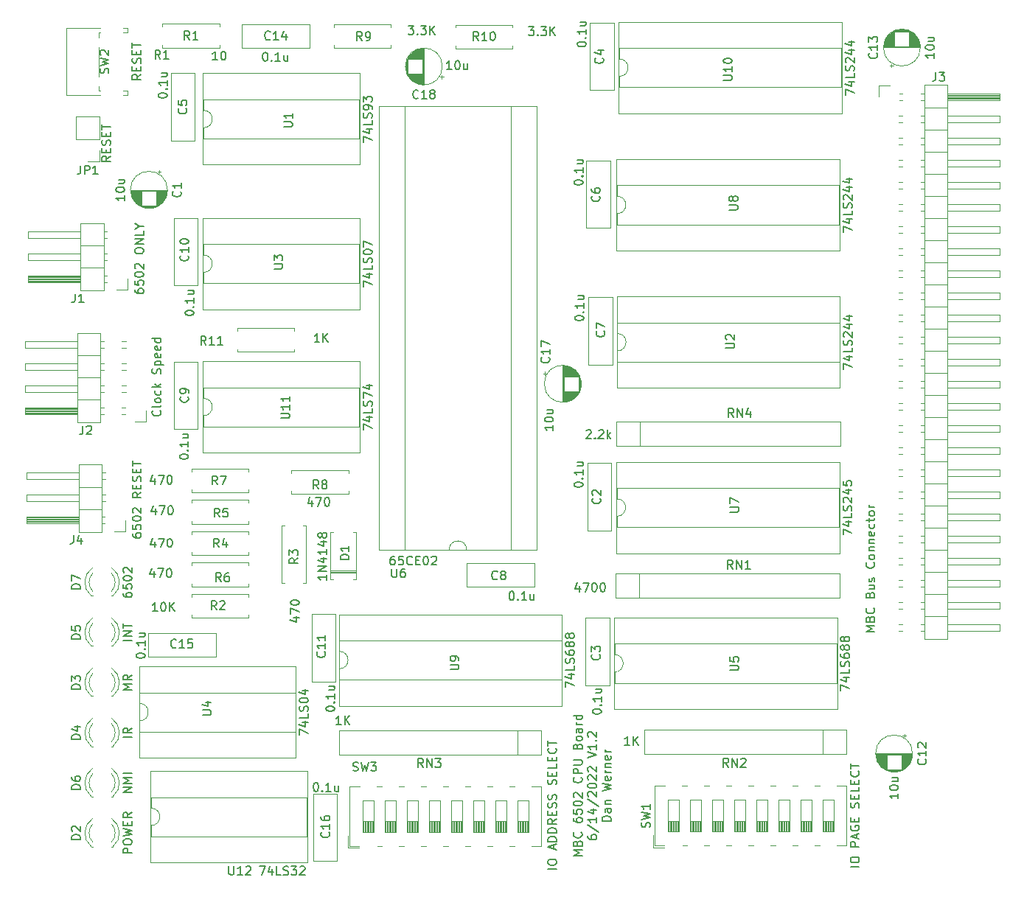
<source format=gbr>
G04 #@! TF.GenerationSoftware,KiCad,Pcbnew,(5.1.5)-3*
G04 #@! TF.CreationDate,2022-06-16T07:38:40-05:00*
G04 #@! TF.ProjectId,Z8065C02,5a383036-3543-4303-922e-6b696361645f,rev?*
G04 #@! TF.SameCoordinates,Original*
G04 #@! TF.FileFunction,Legend,Top*
G04 #@! TF.FilePolarity,Positive*
%FSLAX46Y46*%
G04 Gerber Fmt 4.6, Leading zero omitted, Abs format (unit mm)*
G04 Created by KiCad (PCBNEW (5.1.5)-3) date 2022-06-16 07:38:40*
%MOMM*%
%LPD*%
G04 APERTURE LIST*
%ADD10C,0.150000*%
%ADD11C,0.120000*%
G04 APERTURE END LIST*
D10*
X127652380Y-130171428D02*
X126652380Y-130171428D01*
X127366666Y-129838095D01*
X126652380Y-129504761D01*
X127652380Y-129504761D01*
X127128571Y-128695238D02*
X127176190Y-128552380D01*
X127223809Y-128504761D01*
X127319047Y-128457142D01*
X127461904Y-128457142D01*
X127557142Y-128504761D01*
X127604761Y-128552380D01*
X127652380Y-128647619D01*
X127652380Y-129028571D01*
X126652380Y-129028571D01*
X126652380Y-128695238D01*
X126700000Y-128600000D01*
X126747619Y-128552380D01*
X126842857Y-128504761D01*
X126938095Y-128504761D01*
X127033333Y-128552380D01*
X127080952Y-128600000D01*
X127128571Y-128695238D01*
X127128571Y-129028571D01*
X127557142Y-127457142D02*
X127604761Y-127504761D01*
X127652380Y-127647619D01*
X127652380Y-127742857D01*
X127604761Y-127885714D01*
X127509523Y-127980952D01*
X127414285Y-128028571D01*
X127223809Y-128076190D01*
X127080952Y-128076190D01*
X126890476Y-128028571D01*
X126795238Y-127980952D01*
X126700000Y-127885714D01*
X126652380Y-127742857D01*
X126652380Y-127647619D01*
X126700000Y-127504761D01*
X126747619Y-127457142D01*
X126652380Y-125838095D02*
X126652380Y-126028571D01*
X126700000Y-126123809D01*
X126747619Y-126171428D01*
X126890476Y-126266666D01*
X127080952Y-126314285D01*
X127461904Y-126314285D01*
X127557142Y-126266666D01*
X127604761Y-126219047D01*
X127652380Y-126123809D01*
X127652380Y-125933333D01*
X127604761Y-125838095D01*
X127557142Y-125790476D01*
X127461904Y-125742857D01*
X127223809Y-125742857D01*
X127128571Y-125790476D01*
X127080952Y-125838095D01*
X127033333Y-125933333D01*
X127033333Y-126123809D01*
X127080952Y-126219047D01*
X127128571Y-126266666D01*
X127223809Y-126314285D01*
X126652380Y-124838095D02*
X126652380Y-125314285D01*
X127128571Y-125361904D01*
X127080952Y-125314285D01*
X127033333Y-125219047D01*
X127033333Y-124980952D01*
X127080952Y-124885714D01*
X127128571Y-124838095D01*
X127223809Y-124790476D01*
X127461904Y-124790476D01*
X127557142Y-124838095D01*
X127604761Y-124885714D01*
X127652380Y-124980952D01*
X127652380Y-125219047D01*
X127604761Y-125314285D01*
X127557142Y-125361904D01*
X126652380Y-124171428D02*
X126652380Y-124076190D01*
X126700000Y-123980952D01*
X126747619Y-123933333D01*
X126842857Y-123885714D01*
X127033333Y-123838095D01*
X127271428Y-123838095D01*
X127461904Y-123885714D01*
X127557142Y-123933333D01*
X127604761Y-123980952D01*
X127652380Y-124076190D01*
X127652380Y-124171428D01*
X127604761Y-124266666D01*
X127557142Y-124314285D01*
X127461904Y-124361904D01*
X127271428Y-124409523D01*
X127033333Y-124409523D01*
X126842857Y-124361904D01*
X126747619Y-124314285D01*
X126700000Y-124266666D01*
X126652380Y-124171428D01*
X126747619Y-123457142D02*
X126700000Y-123409523D01*
X126652380Y-123314285D01*
X126652380Y-123076190D01*
X126700000Y-122980952D01*
X126747619Y-122933333D01*
X126842857Y-122885714D01*
X126938095Y-122885714D01*
X127080952Y-122933333D01*
X127652380Y-123504761D01*
X127652380Y-122885714D01*
X127557142Y-121123809D02*
X127604761Y-121171428D01*
X127652380Y-121314285D01*
X127652380Y-121409523D01*
X127604761Y-121552380D01*
X127509523Y-121647619D01*
X127414285Y-121695238D01*
X127223809Y-121742857D01*
X127080952Y-121742857D01*
X126890476Y-121695238D01*
X126795238Y-121647619D01*
X126700000Y-121552380D01*
X126652380Y-121409523D01*
X126652380Y-121314285D01*
X126700000Y-121171428D01*
X126747619Y-121123809D01*
X127652380Y-120695238D02*
X126652380Y-120695238D01*
X126652380Y-120314285D01*
X126700000Y-120219047D01*
X126747619Y-120171428D01*
X126842857Y-120123809D01*
X126985714Y-120123809D01*
X127080952Y-120171428D01*
X127128571Y-120219047D01*
X127176190Y-120314285D01*
X127176190Y-120695238D01*
X126652380Y-119695238D02*
X127461904Y-119695238D01*
X127557142Y-119647619D01*
X127604761Y-119600000D01*
X127652380Y-119504761D01*
X127652380Y-119314285D01*
X127604761Y-119219047D01*
X127557142Y-119171428D01*
X127461904Y-119123809D01*
X126652380Y-119123809D01*
X127128571Y-117552380D02*
X127176190Y-117409523D01*
X127223809Y-117361904D01*
X127319047Y-117314285D01*
X127461904Y-117314285D01*
X127557142Y-117361904D01*
X127604761Y-117409523D01*
X127652380Y-117504761D01*
X127652380Y-117885714D01*
X126652380Y-117885714D01*
X126652380Y-117552380D01*
X126700000Y-117457142D01*
X126747619Y-117409523D01*
X126842857Y-117361904D01*
X126938095Y-117361904D01*
X127033333Y-117409523D01*
X127080952Y-117457142D01*
X127128571Y-117552380D01*
X127128571Y-117885714D01*
X127652380Y-116742857D02*
X127604761Y-116838095D01*
X127557142Y-116885714D01*
X127461904Y-116933333D01*
X127176190Y-116933333D01*
X127080952Y-116885714D01*
X127033333Y-116838095D01*
X126985714Y-116742857D01*
X126985714Y-116600000D01*
X127033333Y-116504761D01*
X127080952Y-116457142D01*
X127176190Y-116409523D01*
X127461904Y-116409523D01*
X127557142Y-116457142D01*
X127604761Y-116504761D01*
X127652380Y-116600000D01*
X127652380Y-116742857D01*
X127652380Y-115552380D02*
X127128571Y-115552380D01*
X127033333Y-115600000D01*
X126985714Y-115695238D01*
X126985714Y-115885714D01*
X127033333Y-115980952D01*
X127604761Y-115552380D02*
X127652380Y-115647619D01*
X127652380Y-115885714D01*
X127604761Y-115980952D01*
X127509523Y-116028571D01*
X127414285Y-116028571D01*
X127319047Y-115980952D01*
X127271428Y-115885714D01*
X127271428Y-115647619D01*
X127223809Y-115552380D01*
X127652380Y-115076190D02*
X126985714Y-115076190D01*
X127176190Y-115076190D02*
X127080952Y-115028571D01*
X127033333Y-114980952D01*
X126985714Y-114885714D01*
X126985714Y-114790476D01*
X127652380Y-114028571D02*
X126652380Y-114028571D01*
X127604761Y-114028571D02*
X127652380Y-114123809D01*
X127652380Y-114314285D01*
X127604761Y-114409523D01*
X127557142Y-114457142D01*
X127461904Y-114504761D01*
X127176190Y-114504761D01*
X127080952Y-114457142D01*
X127033333Y-114409523D01*
X126985714Y-114314285D01*
X126985714Y-114123809D01*
X127033333Y-114028571D01*
X128302380Y-127814285D02*
X128302380Y-128004761D01*
X128350000Y-128100000D01*
X128397619Y-128147619D01*
X128540476Y-128242857D01*
X128730952Y-128290476D01*
X129111904Y-128290476D01*
X129207142Y-128242857D01*
X129254761Y-128195238D01*
X129302380Y-128100000D01*
X129302380Y-127909523D01*
X129254761Y-127814285D01*
X129207142Y-127766666D01*
X129111904Y-127719047D01*
X128873809Y-127719047D01*
X128778571Y-127766666D01*
X128730952Y-127814285D01*
X128683333Y-127909523D01*
X128683333Y-128100000D01*
X128730952Y-128195238D01*
X128778571Y-128242857D01*
X128873809Y-128290476D01*
X128254761Y-126576190D02*
X129540476Y-127433333D01*
X129302380Y-125719047D02*
X129302380Y-126290476D01*
X129302380Y-126004761D02*
X128302380Y-126004761D01*
X128445238Y-126100000D01*
X128540476Y-126195238D01*
X128588095Y-126290476D01*
X128635714Y-124861904D02*
X129302380Y-124861904D01*
X128254761Y-125100000D02*
X128969047Y-125338095D01*
X128969047Y-124719047D01*
X128254761Y-123623809D02*
X129540476Y-124480952D01*
X128397619Y-123338095D02*
X128350000Y-123290476D01*
X128302380Y-123195238D01*
X128302380Y-122957142D01*
X128350000Y-122861904D01*
X128397619Y-122814285D01*
X128492857Y-122766666D01*
X128588095Y-122766666D01*
X128730952Y-122814285D01*
X129302380Y-123385714D01*
X129302380Y-122766666D01*
X128302380Y-122147619D02*
X128302380Y-122052380D01*
X128350000Y-121957142D01*
X128397619Y-121909523D01*
X128492857Y-121861904D01*
X128683333Y-121814285D01*
X128921428Y-121814285D01*
X129111904Y-121861904D01*
X129207142Y-121909523D01*
X129254761Y-121957142D01*
X129302380Y-122052380D01*
X129302380Y-122147619D01*
X129254761Y-122242857D01*
X129207142Y-122290476D01*
X129111904Y-122338095D01*
X128921428Y-122385714D01*
X128683333Y-122385714D01*
X128492857Y-122338095D01*
X128397619Y-122290476D01*
X128350000Y-122242857D01*
X128302380Y-122147619D01*
X128397619Y-121433333D02*
X128350000Y-121385714D01*
X128302380Y-121290476D01*
X128302380Y-121052380D01*
X128350000Y-120957142D01*
X128397619Y-120909523D01*
X128492857Y-120861904D01*
X128588095Y-120861904D01*
X128730952Y-120909523D01*
X129302380Y-121480952D01*
X129302380Y-120861904D01*
X128397619Y-120480952D02*
X128350000Y-120433333D01*
X128302380Y-120338095D01*
X128302380Y-120100000D01*
X128350000Y-120004761D01*
X128397619Y-119957142D01*
X128492857Y-119909523D01*
X128588095Y-119909523D01*
X128730952Y-119957142D01*
X129302380Y-120528571D01*
X129302380Y-119909523D01*
X128302380Y-118861904D02*
X129302380Y-118528571D01*
X128302380Y-118195238D01*
X129302380Y-117338095D02*
X129302380Y-117909523D01*
X129302380Y-117623809D02*
X128302380Y-117623809D01*
X128445238Y-117719047D01*
X128540476Y-117814285D01*
X128588095Y-117909523D01*
X129207142Y-116909523D02*
X129254761Y-116861904D01*
X129302380Y-116909523D01*
X129254761Y-116957142D01*
X129207142Y-116909523D01*
X129302380Y-116909523D01*
X128397619Y-116480952D02*
X128350000Y-116433333D01*
X128302380Y-116338095D01*
X128302380Y-116100000D01*
X128350000Y-116004761D01*
X128397619Y-115957142D01*
X128492857Y-115909523D01*
X128588095Y-115909523D01*
X128730952Y-115957142D01*
X129302380Y-116528571D01*
X129302380Y-115909523D01*
X130952380Y-126147619D02*
X129952380Y-126147619D01*
X129952380Y-125909523D01*
X130000000Y-125766666D01*
X130095238Y-125671428D01*
X130190476Y-125623809D01*
X130380952Y-125576190D01*
X130523809Y-125576190D01*
X130714285Y-125623809D01*
X130809523Y-125671428D01*
X130904761Y-125766666D01*
X130952380Y-125909523D01*
X130952380Y-126147619D01*
X130952380Y-124719047D02*
X130428571Y-124719047D01*
X130333333Y-124766666D01*
X130285714Y-124861904D01*
X130285714Y-125052380D01*
X130333333Y-125147619D01*
X130904761Y-124719047D02*
X130952380Y-124814285D01*
X130952380Y-125052380D01*
X130904761Y-125147619D01*
X130809523Y-125195238D01*
X130714285Y-125195238D01*
X130619047Y-125147619D01*
X130571428Y-125052380D01*
X130571428Y-124814285D01*
X130523809Y-124719047D01*
X130285714Y-124242857D02*
X130952380Y-124242857D01*
X130380952Y-124242857D02*
X130333333Y-124195238D01*
X130285714Y-124100000D01*
X130285714Y-123957142D01*
X130333333Y-123861904D01*
X130428571Y-123814285D01*
X130952380Y-123814285D01*
X129952380Y-122671428D02*
X130952380Y-122433333D01*
X130238095Y-122242857D01*
X130952380Y-122052380D01*
X129952380Y-121814285D01*
X130904761Y-121052380D02*
X130952380Y-121147619D01*
X130952380Y-121338095D01*
X130904761Y-121433333D01*
X130809523Y-121480952D01*
X130428571Y-121480952D01*
X130333333Y-121433333D01*
X130285714Y-121338095D01*
X130285714Y-121147619D01*
X130333333Y-121052380D01*
X130428571Y-121004761D01*
X130523809Y-121004761D01*
X130619047Y-121480952D01*
X130952380Y-120576190D02*
X130285714Y-120576190D01*
X130476190Y-120576190D02*
X130380952Y-120528571D01*
X130333333Y-120480952D01*
X130285714Y-120385714D01*
X130285714Y-120290476D01*
X130285714Y-119957142D02*
X130952380Y-119957142D01*
X130380952Y-119957142D02*
X130333333Y-119909523D01*
X130285714Y-119814285D01*
X130285714Y-119671428D01*
X130333333Y-119576190D01*
X130428571Y-119528571D01*
X130952380Y-119528571D01*
X130904761Y-118671428D02*
X130952380Y-118766666D01*
X130952380Y-118957142D01*
X130904761Y-119052380D01*
X130809523Y-119100000D01*
X130428571Y-119100000D01*
X130333333Y-119052380D01*
X130285714Y-118957142D01*
X130285714Y-118766666D01*
X130333333Y-118671428D01*
X130428571Y-118623809D01*
X130523809Y-118623809D01*
X130619047Y-119100000D01*
X130952380Y-118195238D02*
X130285714Y-118195238D01*
X130476190Y-118195238D02*
X130380952Y-118147619D01*
X130333333Y-118100000D01*
X130285714Y-118004761D01*
X130285714Y-117909523D01*
D11*
X94580000Y-72270000D02*
X94580000Y-71940000D01*
X88040000Y-72270000D02*
X94580000Y-72270000D01*
X88040000Y-71940000D02*
X88040000Y-72270000D01*
X94580000Y-69530000D02*
X94580000Y-69860000D01*
X88040000Y-69530000D02*
X94580000Y-69530000D01*
X88040000Y-69860000D02*
X88040000Y-69530000D01*
X104320000Y-95040000D02*
X122440000Y-95040000D01*
X104320000Y-44000000D02*
X104320000Y-95040000D01*
X122440000Y-44000000D02*
X104320000Y-44000000D01*
X122440000Y-95040000D02*
X122440000Y-44000000D01*
X107320000Y-94980000D02*
X112380000Y-94980000D01*
X107320000Y-44060000D02*
X107320000Y-94980000D01*
X119440000Y-44060000D02*
X107320000Y-44060000D01*
X119440000Y-94980000D02*
X119440000Y-44060000D01*
X114380000Y-94980000D02*
X119440000Y-94980000D01*
X112380000Y-94980000D02*
G75*
G02X114380000Y-94980000I1000000J0D01*
G01*
X111544801Y-40870000D02*
X111544801Y-40470000D01*
X111744801Y-40670000D02*
X111344801Y-40670000D01*
X107394000Y-39845000D02*
X107394000Y-39105000D01*
X107434000Y-40012000D02*
X107434000Y-38938000D01*
X107474000Y-40139000D02*
X107474000Y-38811000D01*
X107514000Y-40243000D02*
X107514000Y-38707000D01*
X107554000Y-40334000D02*
X107554000Y-38616000D01*
X107594000Y-40415000D02*
X107594000Y-38535000D01*
X107634000Y-40488000D02*
X107634000Y-38462000D01*
X107674000Y-38635000D02*
X107674000Y-38395000D01*
X107674000Y-40555000D02*
X107674000Y-40315000D01*
X107714000Y-38635000D02*
X107714000Y-38333000D01*
X107714000Y-40617000D02*
X107714000Y-40315000D01*
X107754000Y-38635000D02*
X107754000Y-38275000D01*
X107754000Y-40675000D02*
X107754000Y-40315000D01*
X107794000Y-38635000D02*
X107794000Y-38221000D01*
X107794000Y-40729000D02*
X107794000Y-40315000D01*
X107834000Y-38635000D02*
X107834000Y-38171000D01*
X107834000Y-40779000D02*
X107834000Y-40315000D01*
X107874000Y-38635000D02*
X107874000Y-38124000D01*
X107874000Y-40826000D02*
X107874000Y-40315000D01*
X107914000Y-38635000D02*
X107914000Y-38079000D01*
X107914000Y-40871000D02*
X107914000Y-40315000D01*
X107954000Y-38635000D02*
X107954000Y-38037000D01*
X107954000Y-40913000D02*
X107954000Y-40315000D01*
X107994000Y-38635000D02*
X107994000Y-37997000D01*
X107994000Y-40953000D02*
X107994000Y-40315000D01*
X108034000Y-38635000D02*
X108034000Y-37959000D01*
X108034000Y-40991000D02*
X108034000Y-40315000D01*
X108074000Y-38635000D02*
X108074000Y-37923000D01*
X108074000Y-41027000D02*
X108074000Y-40315000D01*
X108114000Y-38635000D02*
X108114000Y-37888000D01*
X108114000Y-41062000D02*
X108114000Y-40315000D01*
X108154000Y-38635000D02*
X108154000Y-37856000D01*
X108154000Y-41094000D02*
X108154000Y-40315000D01*
X108194000Y-38635000D02*
X108194000Y-37825000D01*
X108194000Y-41125000D02*
X108194000Y-40315000D01*
X108234000Y-38635000D02*
X108234000Y-37795000D01*
X108234000Y-41155000D02*
X108234000Y-40315000D01*
X108274000Y-38635000D02*
X108274000Y-37767000D01*
X108274000Y-41183000D02*
X108274000Y-40315000D01*
X108314000Y-38635000D02*
X108314000Y-37740000D01*
X108314000Y-41210000D02*
X108314000Y-40315000D01*
X108354000Y-38635000D02*
X108354000Y-37715000D01*
X108354000Y-41235000D02*
X108354000Y-40315000D01*
X108394000Y-38635000D02*
X108394000Y-37690000D01*
X108394000Y-41260000D02*
X108394000Y-40315000D01*
X108434000Y-38635000D02*
X108434000Y-37667000D01*
X108434000Y-41283000D02*
X108434000Y-40315000D01*
X108474000Y-38635000D02*
X108474000Y-37645000D01*
X108474000Y-41305000D02*
X108474000Y-40315000D01*
X108514000Y-38635000D02*
X108514000Y-37624000D01*
X108514000Y-41326000D02*
X108514000Y-40315000D01*
X108554000Y-38635000D02*
X108554000Y-37605000D01*
X108554000Y-41345000D02*
X108554000Y-40315000D01*
X108594000Y-38635000D02*
X108594000Y-37586000D01*
X108594000Y-41364000D02*
X108594000Y-40315000D01*
X108634000Y-38635000D02*
X108634000Y-37568000D01*
X108634000Y-41382000D02*
X108634000Y-40315000D01*
X108674000Y-38635000D02*
X108674000Y-37551000D01*
X108674000Y-41399000D02*
X108674000Y-40315000D01*
X108714000Y-38635000D02*
X108714000Y-37535000D01*
X108714000Y-41415000D02*
X108714000Y-40315000D01*
X108754000Y-38635000D02*
X108754000Y-37521000D01*
X108754000Y-41429000D02*
X108754000Y-40315000D01*
X108795000Y-38635000D02*
X108795000Y-37507000D01*
X108795000Y-41443000D02*
X108795000Y-40315000D01*
X108835000Y-38635000D02*
X108835000Y-37493000D01*
X108835000Y-41457000D02*
X108835000Y-40315000D01*
X108875000Y-38635000D02*
X108875000Y-37481000D01*
X108875000Y-41469000D02*
X108875000Y-40315000D01*
X108915000Y-38635000D02*
X108915000Y-37470000D01*
X108915000Y-41480000D02*
X108915000Y-40315000D01*
X108955000Y-38635000D02*
X108955000Y-37459000D01*
X108955000Y-41491000D02*
X108955000Y-40315000D01*
X108995000Y-38635000D02*
X108995000Y-37450000D01*
X108995000Y-41500000D02*
X108995000Y-40315000D01*
X109035000Y-38635000D02*
X109035000Y-37441000D01*
X109035000Y-41509000D02*
X109035000Y-40315000D01*
X109075000Y-38635000D02*
X109075000Y-37433000D01*
X109075000Y-41517000D02*
X109075000Y-40315000D01*
X109115000Y-38635000D02*
X109115000Y-37425000D01*
X109115000Y-41525000D02*
X109115000Y-40315000D01*
X109155000Y-38635000D02*
X109155000Y-37419000D01*
X109155000Y-41531000D02*
X109155000Y-40315000D01*
X109195000Y-38635000D02*
X109195000Y-37413000D01*
X109195000Y-41537000D02*
X109195000Y-40315000D01*
X109235000Y-38635000D02*
X109235000Y-37408000D01*
X109235000Y-41542000D02*
X109235000Y-40315000D01*
X109275000Y-38635000D02*
X109275000Y-37404000D01*
X109275000Y-41546000D02*
X109275000Y-40315000D01*
X109315000Y-41549000D02*
X109315000Y-37401000D01*
X109355000Y-41552000D02*
X109355000Y-37398000D01*
X109395000Y-41554000D02*
X109395000Y-37396000D01*
X109435000Y-41555000D02*
X109435000Y-37395000D01*
X109475000Y-41555000D02*
X109475000Y-37395000D01*
X111595000Y-39475000D02*
G75*
G03X111595000Y-39475000I-2120000J0D01*
G01*
X123355199Y-74530000D02*
X123355199Y-74930000D01*
X123155199Y-74730000D02*
X123555199Y-74730000D01*
X127506000Y-75555000D02*
X127506000Y-76295000D01*
X127466000Y-75388000D02*
X127466000Y-76462000D01*
X127426000Y-75261000D02*
X127426000Y-76589000D01*
X127386000Y-75157000D02*
X127386000Y-76693000D01*
X127346000Y-75066000D02*
X127346000Y-76784000D01*
X127306000Y-74985000D02*
X127306000Y-76865000D01*
X127266000Y-74912000D02*
X127266000Y-76938000D01*
X127226000Y-76765000D02*
X127226000Y-77005000D01*
X127226000Y-74845000D02*
X127226000Y-75085000D01*
X127186000Y-76765000D02*
X127186000Y-77067000D01*
X127186000Y-74783000D02*
X127186000Y-75085000D01*
X127146000Y-76765000D02*
X127146000Y-77125000D01*
X127146000Y-74725000D02*
X127146000Y-75085000D01*
X127106000Y-76765000D02*
X127106000Y-77179000D01*
X127106000Y-74671000D02*
X127106000Y-75085000D01*
X127066000Y-76765000D02*
X127066000Y-77229000D01*
X127066000Y-74621000D02*
X127066000Y-75085000D01*
X127026000Y-76765000D02*
X127026000Y-77276000D01*
X127026000Y-74574000D02*
X127026000Y-75085000D01*
X126986000Y-76765000D02*
X126986000Y-77321000D01*
X126986000Y-74529000D02*
X126986000Y-75085000D01*
X126946000Y-76765000D02*
X126946000Y-77363000D01*
X126946000Y-74487000D02*
X126946000Y-75085000D01*
X126906000Y-76765000D02*
X126906000Y-77403000D01*
X126906000Y-74447000D02*
X126906000Y-75085000D01*
X126866000Y-76765000D02*
X126866000Y-77441000D01*
X126866000Y-74409000D02*
X126866000Y-75085000D01*
X126826000Y-76765000D02*
X126826000Y-77477000D01*
X126826000Y-74373000D02*
X126826000Y-75085000D01*
X126786000Y-76765000D02*
X126786000Y-77512000D01*
X126786000Y-74338000D02*
X126786000Y-75085000D01*
X126746000Y-76765000D02*
X126746000Y-77544000D01*
X126746000Y-74306000D02*
X126746000Y-75085000D01*
X126706000Y-76765000D02*
X126706000Y-77575000D01*
X126706000Y-74275000D02*
X126706000Y-75085000D01*
X126666000Y-76765000D02*
X126666000Y-77605000D01*
X126666000Y-74245000D02*
X126666000Y-75085000D01*
X126626000Y-76765000D02*
X126626000Y-77633000D01*
X126626000Y-74217000D02*
X126626000Y-75085000D01*
X126586000Y-76765000D02*
X126586000Y-77660000D01*
X126586000Y-74190000D02*
X126586000Y-75085000D01*
X126546000Y-76765000D02*
X126546000Y-77685000D01*
X126546000Y-74165000D02*
X126546000Y-75085000D01*
X126506000Y-76765000D02*
X126506000Y-77710000D01*
X126506000Y-74140000D02*
X126506000Y-75085000D01*
X126466000Y-76765000D02*
X126466000Y-77733000D01*
X126466000Y-74117000D02*
X126466000Y-75085000D01*
X126426000Y-76765000D02*
X126426000Y-77755000D01*
X126426000Y-74095000D02*
X126426000Y-75085000D01*
X126386000Y-76765000D02*
X126386000Y-77776000D01*
X126386000Y-74074000D02*
X126386000Y-75085000D01*
X126346000Y-76765000D02*
X126346000Y-77795000D01*
X126346000Y-74055000D02*
X126346000Y-75085000D01*
X126306000Y-76765000D02*
X126306000Y-77814000D01*
X126306000Y-74036000D02*
X126306000Y-75085000D01*
X126266000Y-76765000D02*
X126266000Y-77832000D01*
X126266000Y-74018000D02*
X126266000Y-75085000D01*
X126226000Y-76765000D02*
X126226000Y-77849000D01*
X126226000Y-74001000D02*
X126226000Y-75085000D01*
X126186000Y-76765000D02*
X126186000Y-77865000D01*
X126186000Y-73985000D02*
X126186000Y-75085000D01*
X126146000Y-76765000D02*
X126146000Y-77879000D01*
X126146000Y-73971000D02*
X126146000Y-75085000D01*
X126105000Y-76765000D02*
X126105000Y-77893000D01*
X126105000Y-73957000D02*
X126105000Y-75085000D01*
X126065000Y-76765000D02*
X126065000Y-77907000D01*
X126065000Y-73943000D02*
X126065000Y-75085000D01*
X126025000Y-76765000D02*
X126025000Y-77919000D01*
X126025000Y-73931000D02*
X126025000Y-75085000D01*
X125985000Y-76765000D02*
X125985000Y-77930000D01*
X125985000Y-73920000D02*
X125985000Y-75085000D01*
X125945000Y-76765000D02*
X125945000Y-77941000D01*
X125945000Y-73909000D02*
X125945000Y-75085000D01*
X125905000Y-76765000D02*
X125905000Y-77950000D01*
X125905000Y-73900000D02*
X125905000Y-75085000D01*
X125865000Y-76765000D02*
X125865000Y-77959000D01*
X125865000Y-73891000D02*
X125865000Y-75085000D01*
X125825000Y-76765000D02*
X125825000Y-77967000D01*
X125825000Y-73883000D02*
X125825000Y-75085000D01*
X125785000Y-76765000D02*
X125785000Y-77975000D01*
X125785000Y-73875000D02*
X125785000Y-75085000D01*
X125745000Y-76765000D02*
X125745000Y-77981000D01*
X125745000Y-73869000D02*
X125745000Y-75085000D01*
X125705000Y-76765000D02*
X125705000Y-77987000D01*
X125705000Y-73863000D02*
X125705000Y-75085000D01*
X125665000Y-76765000D02*
X125665000Y-77992000D01*
X125665000Y-73858000D02*
X125665000Y-75085000D01*
X125625000Y-76765000D02*
X125625000Y-77996000D01*
X125625000Y-73854000D02*
X125625000Y-75085000D01*
X125585000Y-73851000D02*
X125585000Y-77999000D01*
X125545000Y-73848000D02*
X125545000Y-78002000D01*
X125505000Y-73846000D02*
X125505000Y-78004000D01*
X125465000Y-73845000D02*
X125465000Y-78005000D01*
X125425000Y-73845000D02*
X125425000Y-78005000D01*
X127545000Y-75925000D02*
G75*
G03X127545000Y-75925000I-2120000J0D01*
G01*
X134320000Y-80300000D02*
X134320000Y-83100000D01*
X157350000Y-80300000D02*
X131610000Y-80300000D01*
X157350000Y-83100000D02*
X157350000Y-80300000D01*
X131610000Y-83100000D02*
X157350000Y-83100000D01*
X131610000Y-80300000D02*
X131610000Y-83100000D01*
X119655000Y-37420000D02*
X119655000Y-37090000D01*
X113115000Y-37420000D02*
X119655000Y-37420000D01*
X113115000Y-37090000D02*
X113115000Y-37420000D01*
X119655000Y-34680000D02*
X119655000Y-35010000D01*
X113115000Y-34680000D02*
X119655000Y-34680000D01*
X113115000Y-35010000D02*
X113115000Y-34680000D01*
X99145000Y-34605000D02*
X99145000Y-34935000D01*
X105685000Y-34605000D02*
X99145000Y-34605000D01*
X105685000Y-34935000D02*
X105685000Y-34605000D01*
X99145000Y-37345000D02*
X99145000Y-37015000D01*
X105685000Y-37345000D02*
X99145000Y-37345000D01*
X105685000Y-37015000D02*
X105685000Y-37345000D01*
X77570000Y-80295000D02*
X76300000Y-80295000D01*
X77570000Y-79025000D02*
X77570000Y-80295000D01*
X75257071Y-71025000D02*
X74802929Y-71025000D01*
X75257071Y-71785000D02*
X74802929Y-71785000D01*
X72717071Y-71025000D02*
X72320000Y-71025000D01*
X72717071Y-71785000D02*
X72320000Y-71785000D01*
X63660000Y-71025000D02*
X69660000Y-71025000D01*
X63660000Y-71785000D02*
X63660000Y-71025000D01*
X69660000Y-71785000D02*
X63660000Y-71785000D01*
X72320000Y-72675000D02*
X69660000Y-72675000D01*
X75257071Y-73565000D02*
X74802929Y-73565000D01*
X75257071Y-74325000D02*
X74802929Y-74325000D01*
X72717071Y-73565000D02*
X72320000Y-73565000D01*
X72717071Y-74325000D02*
X72320000Y-74325000D01*
X63660000Y-73565000D02*
X69660000Y-73565000D01*
X63660000Y-74325000D02*
X63660000Y-73565000D01*
X69660000Y-74325000D02*
X63660000Y-74325000D01*
X72320000Y-75215000D02*
X69660000Y-75215000D01*
X75257071Y-76105000D02*
X74802929Y-76105000D01*
X75257071Y-76865000D02*
X74802929Y-76865000D01*
X72717071Y-76105000D02*
X72320000Y-76105000D01*
X72717071Y-76865000D02*
X72320000Y-76865000D01*
X63660000Y-76105000D02*
X69660000Y-76105000D01*
X63660000Y-76865000D02*
X63660000Y-76105000D01*
X69660000Y-76865000D02*
X63660000Y-76865000D01*
X72320000Y-77755000D02*
X69660000Y-77755000D01*
X75190000Y-78645000D02*
X74802929Y-78645000D01*
X75190000Y-79405000D02*
X74802929Y-79405000D01*
X72717071Y-78645000D02*
X72320000Y-78645000D01*
X72717071Y-79405000D02*
X72320000Y-79405000D01*
X69660000Y-78745000D02*
X63660000Y-78745000D01*
X69660000Y-78865000D02*
X63660000Y-78865000D01*
X69660000Y-78985000D02*
X63660000Y-78985000D01*
X69660000Y-79105000D02*
X63660000Y-79105000D01*
X69660000Y-79225000D02*
X63660000Y-79225000D01*
X69660000Y-79345000D02*
X63660000Y-79345000D01*
X63660000Y-78645000D02*
X69660000Y-78645000D01*
X63660000Y-79405000D02*
X63660000Y-78645000D01*
X69660000Y-79405000D02*
X63660000Y-79405000D01*
X69660000Y-80355000D02*
X72320000Y-80355000D01*
X69660000Y-70075000D02*
X69660000Y-80355000D01*
X72320000Y-70075000D02*
X69660000Y-70075000D01*
X72320000Y-80355000D02*
X72320000Y-70075000D01*
X161680000Y-41680000D02*
X162950000Y-41680000D01*
X161680000Y-42950000D02*
X161680000Y-41680000D01*
X163992929Y-104290000D02*
X164447071Y-104290000D01*
X163992929Y-103530000D02*
X164447071Y-103530000D01*
X166532929Y-104290000D02*
X166930000Y-104290000D01*
X166532929Y-103530000D02*
X166930000Y-103530000D01*
X175590000Y-104290000D02*
X169590000Y-104290000D01*
X175590000Y-103530000D02*
X175590000Y-104290000D01*
X169590000Y-103530000D02*
X175590000Y-103530000D01*
X166930000Y-102640000D02*
X169590000Y-102640000D01*
X163992929Y-101750000D02*
X164447071Y-101750000D01*
X163992929Y-100990000D02*
X164447071Y-100990000D01*
X166532929Y-101750000D02*
X166930000Y-101750000D01*
X166532929Y-100990000D02*
X166930000Y-100990000D01*
X175590000Y-101750000D02*
X169590000Y-101750000D01*
X175590000Y-100990000D02*
X175590000Y-101750000D01*
X169590000Y-100990000D02*
X175590000Y-100990000D01*
X166930000Y-100100000D02*
X169590000Y-100100000D01*
X163992929Y-99210000D02*
X164447071Y-99210000D01*
X163992929Y-98450000D02*
X164447071Y-98450000D01*
X166532929Y-99210000D02*
X166930000Y-99210000D01*
X166532929Y-98450000D02*
X166930000Y-98450000D01*
X175590000Y-99210000D02*
X169590000Y-99210000D01*
X175590000Y-98450000D02*
X175590000Y-99210000D01*
X169590000Y-98450000D02*
X175590000Y-98450000D01*
X166930000Y-97560000D02*
X169590000Y-97560000D01*
X163992929Y-96670000D02*
X164447071Y-96670000D01*
X163992929Y-95910000D02*
X164447071Y-95910000D01*
X166532929Y-96670000D02*
X166930000Y-96670000D01*
X166532929Y-95910000D02*
X166930000Y-95910000D01*
X175590000Y-96670000D02*
X169590000Y-96670000D01*
X175590000Y-95910000D02*
X175590000Y-96670000D01*
X169590000Y-95910000D02*
X175590000Y-95910000D01*
X166930000Y-95020000D02*
X169590000Y-95020000D01*
X163992929Y-94130000D02*
X164447071Y-94130000D01*
X163992929Y-93370000D02*
X164447071Y-93370000D01*
X166532929Y-94130000D02*
X166930000Y-94130000D01*
X166532929Y-93370000D02*
X166930000Y-93370000D01*
X175590000Y-94130000D02*
X169590000Y-94130000D01*
X175590000Y-93370000D02*
X175590000Y-94130000D01*
X169590000Y-93370000D02*
X175590000Y-93370000D01*
X166930000Y-92480000D02*
X169590000Y-92480000D01*
X163992929Y-91590000D02*
X164447071Y-91590000D01*
X163992929Y-90830000D02*
X164447071Y-90830000D01*
X166532929Y-91590000D02*
X166930000Y-91590000D01*
X166532929Y-90830000D02*
X166930000Y-90830000D01*
X175590000Y-91590000D02*
X169590000Y-91590000D01*
X175590000Y-90830000D02*
X175590000Y-91590000D01*
X169590000Y-90830000D02*
X175590000Y-90830000D01*
X166930000Y-89940000D02*
X169590000Y-89940000D01*
X163992929Y-89050000D02*
X164447071Y-89050000D01*
X163992929Y-88290000D02*
X164447071Y-88290000D01*
X166532929Y-89050000D02*
X166930000Y-89050000D01*
X166532929Y-88290000D02*
X166930000Y-88290000D01*
X175590000Y-89050000D02*
X169590000Y-89050000D01*
X175590000Y-88290000D02*
X175590000Y-89050000D01*
X169590000Y-88290000D02*
X175590000Y-88290000D01*
X166930000Y-87400000D02*
X169590000Y-87400000D01*
X163992929Y-86510000D02*
X164447071Y-86510000D01*
X163992929Y-85750000D02*
X164447071Y-85750000D01*
X166532929Y-86510000D02*
X166930000Y-86510000D01*
X166532929Y-85750000D02*
X166930000Y-85750000D01*
X175590000Y-86510000D02*
X169590000Y-86510000D01*
X175590000Y-85750000D02*
X175590000Y-86510000D01*
X169590000Y-85750000D02*
X175590000Y-85750000D01*
X166930000Y-84860000D02*
X169590000Y-84860000D01*
X163992929Y-83970000D02*
X164447071Y-83970000D01*
X163992929Y-83210000D02*
X164447071Y-83210000D01*
X166532929Y-83970000D02*
X166930000Y-83970000D01*
X166532929Y-83210000D02*
X166930000Y-83210000D01*
X175590000Y-83970000D02*
X169590000Y-83970000D01*
X175590000Y-83210000D02*
X175590000Y-83970000D01*
X169590000Y-83210000D02*
X175590000Y-83210000D01*
X166930000Y-82320000D02*
X169590000Y-82320000D01*
X163992929Y-81430000D02*
X164447071Y-81430000D01*
X163992929Y-80670000D02*
X164447071Y-80670000D01*
X166532929Y-81430000D02*
X166930000Y-81430000D01*
X166532929Y-80670000D02*
X166930000Y-80670000D01*
X175590000Y-81430000D02*
X169590000Y-81430000D01*
X175590000Y-80670000D02*
X175590000Y-81430000D01*
X169590000Y-80670000D02*
X175590000Y-80670000D01*
X166930000Y-79780000D02*
X169590000Y-79780000D01*
X163992929Y-78890000D02*
X164447071Y-78890000D01*
X163992929Y-78130000D02*
X164447071Y-78130000D01*
X166532929Y-78890000D02*
X166930000Y-78890000D01*
X166532929Y-78130000D02*
X166930000Y-78130000D01*
X175590000Y-78890000D02*
X169590000Y-78890000D01*
X175590000Y-78130000D02*
X175590000Y-78890000D01*
X169590000Y-78130000D02*
X175590000Y-78130000D01*
X166930000Y-77240000D02*
X169590000Y-77240000D01*
X163992929Y-76350000D02*
X164447071Y-76350000D01*
X163992929Y-75590000D02*
X164447071Y-75590000D01*
X166532929Y-76350000D02*
X166930000Y-76350000D01*
X166532929Y-75590000D02*
X166930000Y-75590000D01*
X175590000Y-76350000D02*
X169590000Y-76350000D01*
X175590000Y-75590000D02*
X175590000Y-76350000D01*
X169590000Y-75590000D02*
X175590000Y-75590000D01*
X166930000Y-74700000D02*
X169590000Y-74700000D01*
X163992929Y-73810000D02*
X164447071Y-73810000D01*
X163992929Y-73050000D02*
X164447071Y-73050000D01*
X166532929Y-73810000D02*
X166930000Y-73810000D01*
X166532929Y-73050000D02*
X166930000Y-73050000D01*
X175590000Y-73810000D02*
X169590000Y-73810000D01*
X175590000Y-73050000D02*
X175590000Y-73810000D01*
X169590000Y-73050000D02*
X175590000Y-73050000D01*
X166930000Y-72160000D02*
X169590000Y-72160000D01*
X163992929Y-71270000D02*
X164447071Y-71270000D01*
X163992929Y-70510000D02*
X164447071Y-70510000D01*
X166532929Y-71270000D02*
X166930000Y-71270000D01*
X166532929Y-70510000D02*
X166930000Y-70510000D01*
X175590000Y-71270000D02*
X169590000Y-71270000D01*
X175590000Y-70510000D02*
X175590000Y-71270000D01*
X169590000Y-70510000D02*
X175590000Y-70510000D01*
X166930000Y-69620000D02*
X169590000Y-69620000D01*
X163992929Y-68730000D02*
X164447071Y-68730000D01*
X163992929Y-67970000D02*
X164447071Y-67970000D01*
X166532929Y-68730000D02*
X166930000Y-68730000D01*
X166532929Y-67970000D02*
X166930000Y-67970000D01*
X175590000Y-68730000D02*
X169590000Y-68730000D01*
X175590000Y-67970000D02*
X175590000Y-68730000D01*
X169590000Y-67970000D02*
X175590000Y-67970000D01*
X166930000Y-67080000D02*
X169590000Y-67080000D01*
X163992929Y-66190000D02*
X164447071Y-66190000D01*
X163992929Y-65430000D02*
X164447071Y-65430000D01*
X166532929Y-66190000D02*
X166930000Y-66190000D01*
X166532929Y-65430000D02*
X166930000Y-65430000D01*
X175590000Y-66190000D02*
X169590000Y-66190000D01*
X175590000Y-65430000D02*
X175590000Y-66190000D01*
X169590000Y-65430000D02*
X175590000Y-65430000D01*
X166930000Y-64540000D02*
X169590000Y-64540000D01*
X163992929Y-63650000D02*
X164447071Y-63650000D01*
X163992929Y-62890000D02*
X164447071Y-62890000D01*
X166532929Y-63650000D02*
X166930000Y-63650000D01*
X166532929Y-62890000D02*
X166930000Y-62890000D01*
X175590000Y-63650000D02*
X169590000Y-63650000D01*
X175590000Y-62890000D02*
X175590000Y-63650000D01*
X169590000Y-62890000D02*
X175590000Y-62890000D01*
X166930000Y-62000000D02*
X169590000Y-62000000D01*
X163992929Y-61110000D02*
X164447071Y-61110000D01*
X163992929Y-60350000D02*
X164447071Y-60350000D01*
X166532929Y-61110000D02*
X166930000Y-61110000D01*
X166532929Y-60350000D02*
X166930000Y-60350000D01*
X175590000Y-61110000D02*
X169590000Y-61110000D01*
X175590000Y-60350000D02*
X175590000Y-61110000D01*
X169590000Y-60350000D02*
X175590000Y-60350000D01*
X166930000Y-59460000D02*
X169590000Y-59460000D01*
X163992929Y-58570000D02*
X164447071Y-58570000D01*
X163992929Y-57810000D02*
X164447071Y-57810000D01*
X166532929Y-58570000D02*
X166930000Y-58570000D01*
X166532929Y-57810000D02*
X166930000Y-57810000D01*
X175590000Y-58570000D02*
X169590000Y-58570000D01*
X175590000Y-57810000D02*
X175590000Y-58570000D01*
X169590000Y-57810000D02*
X175590000Y-57810000D01*
X166930000Y-56920000D02*
X169590000Y-56920000D01*
X163992929Y-56030000D02*
X164447071Y-56030000D01*
X163992929Y-55270000D02*
X164447071Y-55270000D01*
X166532929Y-56030000D02*
X166930000Y-56030000D01*
X166532929Y-55270000D02*
X166930000Y-55270000D01*
X175590000Y-56030000D02*
X169590000Y-56030000D01*
X175590000Y-55270000D02*
X175590000Y-56030000D01*
X169590000Y-55270000D02*
X175590000Y-55270000D01*
X166930000Y-54380000D02*
X169590000Y-54380000D01*
X163992929Y-53490000D02*
X164447071Y-53490000D01*
X163992929Y-52730000D02*
X164447071Y-52730000D01*
X166532929Y-53490000D02*
X166930000Y-53490000D01*
X166532929Y-52730000D02*
X166930000Y-52730000D01*
X175590000Y-53490000D02*
X169590000Y-53490000D01*
X175590000Y-52730000D02*
X175590000Y-53490000D01*
X169590000Y-52730000D02*
X175590000Y-52730000D01*
X166930000Y-51840000D02*
X169590000Y-51840000D01*
X163992929Y-50950000D02*
X164447071Y-50950000D01*
X163992929Y-50190000D02*
X164447071Y-50190000D01*
X166532929Y-50950000D02*
X166930000Y-50950000D01*
X166532929Y-50190000D02*
X166930000Y-50190000D01*
X175590000Y-50950000D02*
X169590000Y-50950000D01*
X175590000Y-50190000D02*
X175590000Y-50950000D01*
X169590000Y-50190000D02*
X175590000Y-50190000D01*
X166930000Y-49300000D02*
X169590000Y-49300000D01*
X163992929Y-48410000D02*
X164447071Y-48410000D01*
X163992929Y-47650000D02*
X164447071Y-47650000D01*
X166532929Y-48410000D02*
X166930000Y-48410000D01*
X166532929Y-47650000D02*
X166930000Y-47650000D01*
X175590000Y-48410000D02*
X169590000Y-48410000D01*
X175590000Y-47650000D02*
X175590000Y-48410000D01*
X169590000Y-47650000D02*
X175590000Y-47650000D01*
X166930000Y-46760000D02*
X169590000Y-46760000D01*
X163992929Y-45870000D02*
X164447071Y-45870000D01*
X163992929Y-45110000D02*
X164447071Y-45110000D01*
X166532929Y-45870000D02*
X166930000Y-45870000D01*
X166532929Y-45110000D02*
X166930000Y-45110000D01*
X175590000Y-45870000D02*
X169590000Y-45870000D01*
X175590000Y-45110000D02*
X175590000Y-45870000D01*
X169590000Y-45110000D02*
X175590000Y-45110000D01*
X166930000Y-44220000D02*
X169590000Y-44220000D01*
X164060000Y-43330000D02*
X164447071Y-43330000D01*
X164060000Y-42570000D02*
X164447071Y-42570000D01*
X166532929Y-43330000D02*
X166930000Y-43330000D01*
X166532929Y-42570000D02*
X166930000Y-42570000D01*
X169590000Y-43230000D02*
X175590000Y-43230000D01*
X169590000Y-43110000D02*
X175590000Y-43110000D01*
X169590000Y-42990000D02*
X175590000Y-42990000D01*
X169590000Y-42870000D02*
X175590000Y-42870000D01*
X169590000Y-42750000D02*
X175590000Y-42750000D01*
X169590000Y-42630000D02*
X175590000Y-42630000D01*
X175590000Y-43330000D02*
X169590000Y-43330000D01*
X175590000Y-42570000D02*
X175590000Y-43330000D01*
X169590000Y-42570000D02*
X175590000Y-42570000D01*
X169590000Y-41620000D02*
X166930000Y-41620000D01*
X169590000Y-105240000D02*
X169590000Y-41620000D01*
X166930000Y-105240000D02*
X169590000Y-105240000D01*
X166930000Y-41620000D02*
X166930000Y-105240000D01*
X99520000Y-130745000D02*
X96780000Y-130745000D01*
X99520000Y-123005000D02*
X96780000Y-123005000D01*
X96780000Y-123005000D02*
X96780000Y-130745000D01*
X99520000Y-123005000D02*
X99520000Y-130745000D01*
X85570000Y-104530000D02*
X85570000Y-107270000D01*
X77830000Y-104530000D02*
X77830000Y-107270000D01*
X77830000Y-107270000D02*
X85570000Y-107270000D01*
X77830000Y-104530000D02*
X85570000Y-104530000D01*
X78085000Y-120415000D02*
X78085000Y-130915000D01*
X96105000Y-120415000D02*
X78085000Y-120415000D01*
X96105000Y-130915000D02*
X96105000Y-120415000D01*
X78085000Y-130915000D02*
X96105000Y-130915000D01*
X78145000Y-123415000D02*
X78145000Y-124665000D01*
X96045000Y-123415000D02*
X78145000Y-123415000D01*
X96045000Y-127915000D02*
X96045000Y-123415000D01*
X78145000Y-127915000D02*
X96045000Y-127915000D01*
X78145000Y-126665000D02*
X78145000Y-127915000D01*
X78145000Y-124665000D02*
G75*
G02X78145000Y-126665000I0J-1000000D01*
G01*
X75220000Y-92870000D02*
X73950000Y-92870000D01*
X75220000Y-91600000D02*
X75220000Y-92870000D01*
X72907071Y-86140000D02*
X72510000Y-86140000D01*
X72907071Y-86900000D02*
X72510000Y-86900000D01*
X63850000Y-86140000D02*
X69850000Y-86140000D01*
X63850000Y-86900000D02*
X63850000Y-86140000D01*
X69850000Y-86900000D02*
X63850000Y-86900000D01*
X72510000Y-87790000D02*
X69850000Y-87790000D01*
X72907071Y-88680000D02*
X72510000Y-88680000D01*
X72907071Y-89440000D02*
X72510000Y-89440000D01*
X63850000Y-88680000D02*
X69850000Y-88680000D01*
X63850000Y-89440000D02*
X63850000Y-88680000D01*
X69850000Y-89440000D02*
X63850000Y-89440000D01*
X72510000Y-90330000D02*
X69850000Y-90330000D01*
X72840000Y-91220000D02*
X72510000Y-91220000D01*
X72840000Y-91980000D02*
X72510000Y-91980000D01*
X69850000Y-91320000D02*
X63850000Y-91320000D01*
X69850000Y-91440000D02*
X63850000Y-91440000D01*
X69850000Y-91560000D02*
X63850000Y-91560000D01*
X69850000Y-91680000D02*
X63850000Y-91680000D01*
X69850000Y-91800000D02*
X63850000Y-91800000D01*
X69850000Y-91920000D02*
X63850000Y-91920000D01*
X63850000Y-91220000D02*
X69850000Y-91220000D01*
X63850000Y-91980000D02*
X63850000Y-91220000D01*
X69850000Y-91980000D02*
X63850000Y-91980000D01*
X69850000Y-92930000D02*
X72510000Y-92930000D01*
X69850000Y-85190000D02*
X69850000Y-92930000D01*
X72510000Y-85190000D02*
X69850000Y-85190000D01*
X72510000Y-92930000D02*
X72510000Y-85190000D01*
X88605000Y-37345000D02*
X88605000Y-34605000D01*
X96345000Y-37345000D02*
X96345000Y-34605000D01*
X96345000Y-34605000D02*
X88605000Y-34605000D01*
X96345000Y-37345000D02*
X88605000Y-37345000D01*
X94270000Y-85855000D02*
X94270000Y-86185000D01*
X100810000Y-85855000D02*
X94270000Y-85855000D01*
X100810000Y-86185000D02*
X100810000Y-85855000D01*
X94270000Y-88595000D02*
X94270000Y-88265000D01*
X100810000Y-88595000D02*
X94270000Y-88595000D01*
X100810000Y-88265000D02*
X100810000Y-88595000D01*
X73605000Y-100290000D02*
X73761000Y-100290000D01*
X71289000Y-100290000D02*
X71445000Y-100290000D01*
X73604837Y-97688870D02*
G75*
G02X73605000Y-99770961I-1079837J-1041130D01*
G01*
X71445163Y-97688870D02*
G75*
G03X71445000Y-99770961I1079837J-1041130D01*
G01*
X73603608Y-97057665D02*
G75*
G02X73760516Y-100290000I-1078608J-1672335D01*
G01*
X71446392Y-97057665D02*
G75*
G03X71289484Y-100290000I1078608J-1672335D01*
G01*
X89320000Y-88420000D02*
X89320000Y-88090000D01*
X82780000Y-88420000D02*
X89320000Y-88420000D01*
X82780000Y-88090000D02*
X82780000Y-88420000D01*
X89320000Y-85680000D02*
X89320000Y-86010000D01*
X82780000Y-85680000D02*
X89320000Y-85680000D01*
X82780000Y-86010000D02*
X82780000Y-85680000D01*
X82780000Y-96480000D02*
X82780000Y-96810000D01*
X89320000Y-96480000D02*
X82780000Y-96480000D01*
X89320000Y-96810000D02*
X89320000Y-96480000D01*
X82780000Y-99220000D02*
X82780000Y-98890000D01*
X89320000Y-99220000D02*
X82780000Y-99220000D01*
X89320000Y-98890000D02*
X89320000Y-99220000D01*
X89320000Y-92020000D02*
X89320000Y-91690000D01*
X82780000Y-92020000D02*
X89320000Y-92020000D01*
X82780000Y-91690000D02*
X82780000Y-92020000D01*
X89320000Y-89280000D02*
X89320000Y-89610000D01*
X82780000Y-89280000D02*
X89320000Y-89280000D01*
X82780000Y-89610000D02*
X82780000Y-89280000D01*
X89320000Y-95620000D02*
X89320000Y-95290000D01*
X82780000Y-95620000D02*
X89320000Y-95620000D01*
X82780000Y-95290000D02*
X82780000Y-95620000D01*
X89320000Y-92880000D02*
X89320000Y-93210000D01*
X82780000Y-92880000D02*
X89320000Y-92880000D01*
X82780000Y-93210000D02*
X82780000Y-92880000D01*
X73605000Y-123330000D02*
X73761000Y-123330000D01*
X71289000Y-123330000D02*
X71445000Y-123330000D01*
X73604837Y-120728870D02*
G75*
G02X73605000Y-122810961I-1079837J-1041130D01*
G01*
X71445163Y-120728870D02*
G75*
G03X71445000Y-122810961I1079837J-1041130D01*
G01*
X73603608Y-120097665D02*
G75*
G02X73760516Y-123330000I-1078608J-1672335D01*
G01*
X71446392Y-120097665D02*
G75*
G03X71289484Y-123330000I1078608J-1672335D01*
G01*
X73605000Y-106050000D02*
X73761000Y-106050000D01*
X71289000Y-106050000D02*
X71445000Y-106050000D01*
X73604837Y-103448870D02*
G75*
G02X73605000Y-105530961I-1079837J-1041130D01*
G01*
X71445163Y-103448870D02*
G75*
G03X71445000Y-105530961I1079837J-1041130D01*
G01*
X73603608Y-102817665D02*
G75*
G02X73760516Y-106050000I-1078608J-1672335D01*
G01*
X71446392Y-102817665D02*
G75*
G03X71289484Y-106050000I1078608J-1672335D01*
G01*
X73605000Y-117570000D02*
X73761000Y-117570000D01*
X71289000Y-117570000D02*
X71445000Y-117570000D01*
X73604837Y-114968870D02*
G75*
G02X73605000Y-117050961I-1079837J-1041130D01*
G01*
X71445163Y-114968870D02*
G75*
G03X71445000Y-117050961I1079837J-1041130D01*
G01*
X73603608Y-114337665D02*
G75*
G02X73760516Y-117570000I-1078608J-1672335D01*
G01*
X71446392Y-114337665D02*
G75*
G03X71289484Y-117570000I1078608J-1672335D01*
G01*
X73605000Y-111810000D02*
X73761000Y-111810000D01*
X71289000Y-111810000D02*
X71445000Y-111810000D01*
X73604837Y-109208870D02*
G75*
G02X73605000Y-111290961I-1079837J-1041130D01*
G01*
X71445163Y-109208870D02*
G75*
G03X71445000Y-111290961I1079837J-1041130D01*
G01*
X73603608Y-108577665D02*
G75*
G02X73760516Y-111810000I-1078608J-1672335D01*
G01*
X71446392Y-108577665D02*
G75*
G03X71289484Y-111810000I1078608J-1672335D01*
G01*
X98755000Y-97630000D02*
X101695000Y-97630000D01*
X98755000Y-97390000D02*
X101695000Y-97390000D01*
X98755000Y-97510000D02*
X101695000Y-97510000D01*
X101695000Y-92970000D02*
X101365000Y-92970000D01*
X101695000Y-98410000D02*
X101695000Y-92970000D01*
X101365000Y-98410000D02*
X101695000Y-98410000D01*
X98755000Y-92970000D02*
X99085000Y-92970000D01*
X98755000Y-98410000D02*
X98755000Y-92970000D01*
X99085000Y-98410000D02*
X98755000Y-98410000D01*
X99345000Y-110120000D02*
X96605000Y-110120000D01*
X99345000Y-102380000D02*
X96605000Y-102380000D01*
X96605000Y-102380000D02*
X96605000Y-110120000D01*
X99345000Y-102380000D02*
X99345000Y-110120000D01*
X83520000Y-64645000D02*
X80780000Y-64645000D01*
X83520000Y-56905000D02*
X80780000Y-56905000D01*
X80780000Y-56905000D02*
X80780000Y-64645000D01*
X83520000Y-56905000D02*
X83520000Y-64645000D01*
X83520000Y-81120000D02*
X80780000Y-81120000D01*
X83520000Y-73380000D02*
X80780000Y-73380000D01*
X80780000Y-73380000D02*
X80780000Y-81120000D01*
X83520000Y-73380000D02*
X83520000Y-81120000D01*
X122145000Y-96505000D02*
X122145000Y-99245000D01*
X114405000Y-96505000D02*
X114405000Y-99245000D01*
X114405000Y-99245000D02*
X122145000Y-99245000D01*
X114405000Y-96505000D02*
X122145000Y-96505000D01*
X131120000Y-73720000D02*
X128380000Y-73720000D01*
X131120000Y-65980000D02*
X128380000Y-65980000D01*
X128380000Y-65980000D02*
X128380000Y-73720000D01*
X131120000Y-65980000D02*
X131120000Y-73720000D01*
X130870000Y-58045000D02*
X128130000Y-58045000D01*
X130870000Y-50305000D02*
X128130000Y-50305000D01*
X128130000Y-50305000D02*
X128130000Y-58045000D01*
X130870000Y-50305000D02*
X130870000Y-58045000D01*
X83170000Y-47995000D02*
X80430000Y-47995000D01*
X83170000Y-40255000D02*
X80430000Y-40255000D01*
X80430000Y-40255000D02*
X80430000Y-47995000D01*
X83170000Y-40255000D02*
X83170000Y-47995000D01*
X131295000Y-42170000D02*
X128555000Y-42170000D01*
X131295000Y-34430000D02*
X128555000Y-34430000D01*
X128555000Y-34430000D02*
X128555000Y-42170000D01*
X131295000Y-34430000D02*
X131295000Y-42170000D01*
X130795000Y-110570000D02*
X128055000Y-110570000D01*
X130795000Y-102830000D02*
X128055000Y-102830000D01*
X128055000Y-102830000D02*
X128055000Y-110570000D01*
X130795000Y-102830000D02*
X130795000Y-110570000D01*
X130995000Y-92770000D02*
X128255000Y-92770000D01*
X130995000Y-85030000D02*
X128255000Y-85030000D01*
X128255000Y-85030000D02*
X128255000Y-92770000D01*
X130995000Y-85030000D02*
X130995000Y-92770000D01*
X120220000Y-126193333D02*
X121490000Y-126193333D01*
X121420000Y-127400000D02*
X121420000Y-126193333D01*
X121300000Y-127400000D02*
X121300000Y-126193333D01*
X121180000Y-127400000D02*
X121180000Y-126193333D01*
X121060000Y-127400000D02*
X121060000Y-126193333D01*
X120940000Y-127400000D02*
X120940000Y-126193333D01*
X120820000Y-127400000D02*
X120820000Y-126193333D01*
X120700000Y-127400000D02*
X120700000Y-126193333D01*
X120580000Y-127400000D02*
X120580000Y-126193333D01*
X120460000Y-127400000D02*
X120460000Y-126193333D01*
X120340000Y-127400000D02*
X120340000Y-126193333D01*
X120220000Y-123780000D02*
X120220000Y-127400000D01*
X121490000Y-123780000D02*
X120220000Y-123780000D01*
X121490000Y-127400000D02*
X121490000Y-123780000D01*
X120220000Y-127400000D02*
X121490000Y-127400000D01*
X117680000Y-126193333D02*
X118950000Y-126193333D01*
X118880000Y-127400000D02*
X118880000Y-126193333D01*
X118760000Y-127400000D02*
X118760000Y-126193333D01*
X118640000Y-127400000D02*
X118640000Y-126193333D01*
X118520000Y-127400000D02*
X118520000Y-126193333D01*
X118400000Y-127400000D02*
X118400000Y-126193333D01*
X118280000Y-127400000D02*
X118280000Y-126193333D01*
X118160000Y-127400000D02*
X118160000Y-126193333D01*
X118040000Y-127400000D02*
X118040000Y-126193333D01*
X117920000Y-127400000D02*
X117920000Y-126193333D01*
X117800000Y-127400000D02*
X117800000Y-126193333D01*
X117680000Y-123780000D02*
X117680000Y-127400000D01*
X118950000Y-123780000D02*
X117680000Y-123780000D01*
X118950000Y-127400000D02*
X118950000Y-123780000D01*
X117680000Y-127400000D02*
X118950000Y-127400000D01*
X115140000Y-126193333D02*
X116410000Y-126193333D01*
X116340000Y-127400000D02*
X116340000Y-126193333D01*
X116220000Y-127400000D02*
X116220000Y-126193333D01*
X116100000Y-127400000D02*
X116100000Y-126193333D01*
X115980000Y-127400000D02*
X115980000Y-126193333D01*
X115860000Y-127400000D02*
X115860000Y-126193333D01*
X115740000Y-127400000D02*
X115740000Y-126193333D01*
X115620000Y-127400000D02*
X115620000Y-126193333D01*
X115500000Y-127400000D02*
X115500000Y-126193333D01*
X115380000Y-127400000D02*
X115380000Y-126193333D01*
X115260000Y-127400000D02*
X115260000Y-126193333D01*
X115140000Y-123780000D02*
X115140000Y-127400000D01*
X116410000Y-123780000D02*
X115140000Y-123780000D01*
X116410000Y-127400000D02*
X116410000Y-123780000D01*
X115140000Y-127400000D02*
X116410000Y-127400000D01*
X112600000Y-126193333D02*
X113870000Y-126193333D01*
X113800000Y-127400000D02*
X113800000Y-126193333D01*
X113680000Y-127400000D02*
X113680000Y-126193333D01*
X113560000Y-127400000D02*
X113560000Y-126193333D01*
X113440000Y-127400000D02*
X113440000Y-126193333D01*
X113320000Y-127400000D02*
X113320000Y-126193333D01*
X113200000Y-127400000D02*
X113200000Y-126193333D01*
X113080000Y-127400000D02*
X113080000Y-126193333D01*
X112960000Y-127400000D02*
X112960000Y-126193333D01*
X112840000Y-127400000D02*
X112840000Y-126193333D01*
X112720000Y-127400000D02*
X112720000Y-126193333D01*
X112600000Y-123780000D02*
X112600000Y-127400000D01*
X113870000Y-123780000D02*
X112600000Y-123780000D01*
X113870000Y-127400000D02*
X113870000Y-123780000D01*
X112600000Y-127400000D02*
X113870000Y-127400000D01*
X110060000Y-126193333D02*
X111330000Y-126193333D01*
X111260000Y-127400000D02*
X111260000Y-126193333D01*
X111140000Y-127400000D02*
X111140000Y-126193333D01*
X111020000Y-127400000D02*
X111020000Y-126193333D01*
X110900000Y-127400000D02*
X110900000Y-126193333D01*
X110780000Y-127400000D02*
X110780000Y-126193333D01*
X110660000Y-127400000D02*
X110660000Y-126193333D01*
X110540000Y-127400000D02*
X110540000Y-126193333D01*
X110420000Y-127400000D02*
X110420000Y-126193333D01*
X110300000Y-127400000D02*
X110300000Y-126193333D01*
X110180000Y-127400000D02*
X110180000Y-126193333D01*
X110060000Y-123780000D02*
X110060000Y-127400000D01*
X111330000Y-123780000D02*
X110060000Y-123780000D01*
X111330000Y-127400000D02*
X111330000Y-123780000D01*
X110060000Y-127400000D02*
X111330000Y-127400000D01*
X107520000Y-126193333D02*
X108790000Y-126193333D01*
X108720000Y-127400000D02*
X108720000Y-126193333D01*
X108600000Y-127400000D02*
X108600000Y-126193333D01*
X108480000Y-127400000D02*
X108480000Y-126193333D01*
X108360000Y-127400000D02*
X108360000Y-126193333D01*
X108240000Y-127400000D02*
X108240000Y-126193333D01*
X108120000Y-127400000D02*
X108120000Y-126193333D01*
X108000000Y-127400000D02*
X108000000Y-126193333D01*
X107880000Y-127400000D02*
X107880000Y-126193333D01*
X107760000Y-127400000D02*
X107760000Y-126193333D01*
X107640000Y-127400000D02*
X107640000Y-126193333D01*
X107520000Y-123780000D02*
X107520000Y-127400000D01*
X108790000Y-123780000D02*
X107520000Y-123780000D01*
X108790000Y-127400000D02*
X108790000Y-123780000D01*
X107520000Y-127400000D02*
X108790000Y-127400000D01*
X104980000Y-126193333D02*
X106250000Y-126193333D01*
X106180000Y-127400000D02*
X106180000Y-126193333D01*
X106060000Y-127400000D02*
X106060000Y-126193333D01*
X105940000Y-127400000D02*
X105940000Y-126193333D01*
X105820000Y-127400000D02*
X105820000Y-126193333D01*
X105700000Y-127400000D02*
X105700000Y-126193333D01*
X105580000Y-127400000D02*
X105580000Y-126193333D01*
X105460000Y-127400000D02*
X105460000Y-126193333D01*
X105340000Y-127400000D02*
X105340000Y-126193333D01*
X105220000Y-127400000D02*
X105220000Y-126193333D01*
X105100000Y-127400000D02*
X105100000Y-126193333D01*
X104980000Y-123780000D02*
X104980000Y-127400000D01*
X106250000Y-123780000D02*
X104980000Y-123780000D01*
X106250000Y-127400000D02*
X106250000Y-123780000D01*
X104980000Y-127400000D02*
X106250000Y-127400000D01*
X102440000Y-126193333D02*
X103710000Y-126193333D01*
X103640000Y-127400000D02*
X103640000Y-126193333D01*
X103520000Y-127400000D02*
X103520000Y-126193333D01*
X103400000Y-127400000D02*
X103400000Y-126193333D01*
X103280000Y-127400000D02*
X103280000Y-126193333D01*
X103160000Y-127400000D02*
X103160000Y-126193333D01*
X103040000Y-127400000D02*
X103040000Y-126193333D01*
X102920000Y-127400000D02*
X102920000Y-126193333D01*
X102800000Y-127400000D02*
X102800000Y-126193333D01*
X102680000Y-127400000D02*
X102680000Y-126193333D01*
X102560000Y-127400000D02*
X102560000Y-126193333D01*
X102440000Y-123780000D02*
X102440000Y-127400000D01*
X103710000Y-123780000D02*
X102440000Y-123780000D01*
X103710000Y-127400000D02*
X103710000Y-123780000D01*
X102440000Y-127400000D02*
X103710000Y-127400000D01*
X100725000Y-129240000D02*
X102035000Y-129240000D01*
X100725000Y-129240000D02*
X100725000Y-127857000D01*
X104066000Y-122179000D02*
X104626000Y-122179000D01*
X100965000Y-122179000D02*
X102085000Y-122179000D01*
X106606000Y-122179000D02*
X107166000Y-122179000D01*
X109146000Y-122179000D02*
X109706000Y-122179000D01*
X111686000Y-122179000D02*
X112246000Y-122179000D01*
X114226000Y-122179000D02*
X114786000Y-122179000D01*
X116766000Y-122179000D02*
X117326000Y-122179000D01*
X119306000Y-122179000D02*
X119865000Y-122179000D01*
X121846000Y-122179000D02*
X122966000Y-122179000D01*
X121845000Y-129000000D02*
X122966000Y-129000000D01*
X119305000Y-129000000D02*
X119865000Y-129000000D01*
X116765000Y-129000000D02*
X117325000Y-129000000D01*
X114225000Y-129000000D02*
X114785000Y-129000000D01*
X111685000Y-129000000D02*
X112245000Y-129000000D01*
X109145000Y-129000000D02*
X109706000Y-129000000D01*
X106605000Y-129000000D02*
X107166000Y-129000000D01*
X104115000Y-129000000D02*
X104626000Y-129000000D01*
X100965000Y-129000000D02*
X102035000Y-129000000D01*
X122966000Y-129000000D02*
X122966000Y-122179000D01*
X100965000Y-129000000D02*
X100965000Y-122179000D01*
X155270000Y-126143333D02*
X156540000Y-126143333D01*
X156470000Y-127350000D02*
X156470000Y-126143333D01*
X156350000Y-127350000D02*
X156350000Y-126143333D01*
X156230000Y-127350000D02*
X156230000Y-126143333D01*
X156110000Y-127350000D02*
X156110000Y-126143333D01*
X155990000Y-127350000D02*
X155990000Y-126143333D01*
X155870000Y-127350000D02*
X155870000Y-126143333D01*
X155750000Y-127350000D02*
X155750000Y-126143333D01*
X155630000Y-127350000D02*
X155630000Y-126143333D01*
X155510000Y-127350000D02*
X155510000Y-126143333D01*
X155390000Y-127350000D02*
X155390000Y-126143333D01*
X155270000Y-123730000D02*
X155270000Y-127350000D01*
X156540000Y-123730000D02*
X155270000Y-123730000D01*
X156540000Y-127350000D02*
X156540000Y-123730000D01*
X155270000Y-127350000D02*
X156540000Y-127350000D01*
X152730000Y-126143333D02*
X154000000Y-126143333D01*
X153930000Y-127350000D02*
X153930000Y-126143333D01*
X153810000Y-127350000D02*
X153810000Y-126143333D01*
X153690000Y-127350000D02*
X153690000Y-126143333D01*
X153570000Y-127350000D02*
X153570000Y-126143333D01*
X153450000Y-127350000D02*
X153450000Y-126143333D01*
X153330000Y-127350000D02*
X153330000Y-126143333D01*
X153210000Y-127350000D02*
X153210000Y-126143333D01*
X153090000Y-127350000D02*
X153090000Y-126143333D01*
X152970000Y-127350000D02*
X152970000Y-126143333D01*
X152850000Y-127350000D02*
X152850000Y-126143333D01*
X152730000Y-123730000D02*
X152730000Y-127350000D01*
X154000000Y-123730000D02*
X152730000Y-123730000D01*
X154000000Y-127350000D02*
X154000000Y-123730000D01*
X152730000Y-127350000D02*
X154000000Y-127350000D01*
X150190000Y-126143333D02*
X151460000Y-126143333D01*
X151390000Y-127350000D02*
X151390000Y-126143333D01*
X151270000Y-127350000D02*
X151270000Y-126143333D01*
X151150000Y-127350000D02*
X151150000Y-126143333D01*
X151030000Y-127350000D02*
X151030000Y-126143333D01*
X150910000Y-127350000D02*
X150910000Y-126143333D01*
X150790000Y-127350000D02*
X150790000Y-126143333D01*
X150670000Y-127350000D02*
X150670000Y-126143333D01*
X150550000Y-127350000D02*
X150550000Y-126143333D01*
X150430000Y-127350000D02*
X150430000Y-126143333D01*
X150310000Y-127350000D02*
X150310000Y-126143333D01*
X150190000Y-123730000D02*
X150190000Y-127350000D01*
X151460000Y-123730000D02*
X150190000Y-123730000D01*
X151460000Y-127350000D02*
X151460000Y-123730000D01*
X150190000Y-127350000D02*
X151460000Y-127350000D01*
X147650000Y-126143333D02*
X148920000Y-126143333D01*
X148850000Y-127350000D02*
X148850000Y-126143333D01*
X148730000Y-127350000D02*
X148730000Y-126143333D01*
X148610000Y-127350000D02*
X148610000Y-126143333D01*
X148490000Y-127350000D02*
X148490000Y-126143333D01*
X148370000Y-127350000D02*
X148370000Y-126143333D01*
X148250000Y-127350000D02*
X148250000Y-126143333D01*
X148130000Y-127350000D02*
X148130000Y-126143333D01*
X148010000Y-127350000D02*
X148010000Y-126143333D01*
X147890000Y-127350000D02*
X147890000Y-126143333D01*
X147770000Y-127350000D02*
X147770000Y-126143333D01*
X147650000Y-123730000D02*
X147650000Y-127350000D01*
X148920000Y-123730000D02*
X147650000Y-123730000D01*
X148920000Y-127350000D02*
X148920000Y-123730000D01*
X147650000Y-127350000D02*
X148920000Y-127350000D01*
X145110000Y-126143333D02*
X146380000Y-126143333D01*
X146310000Y-127350000D02*
X146310000Y-126143333D01*
X146190000Y-127350000D02*
X146190000Y-126143333D01*
X146070000Y-127350000D02*
X146070000Y-126143333D01*
X145950000Y-127350000D02*
X145950000Y-126143333D01*
X145830000Y-127350000D02*
X145830000Y-126143333D01*
X145710000Y-127350000D02*
X145710000Y-126143333D01*
X145590000Y-127350000D02*
X145590000Y-126143333D01*
X145470000Y-127350000D02*
X145470000Y-126143333D01*
X145350000Y-127350000D02*
X145350000Y-126143333D01*
X145230000Y-127350000D02*
X145230000Y-126143333D01*
X145110000Y-123730000D02*
X145110000Y-127350000D01*
X146380000Y-123730000D02*
X145110000Y-123730000D01*
X146380000Y-127350000D02*
X146380000Y-123730000D01*
X145110000Y-127350000D02*
X146380000Y-127350000D01*
X142570000Y-126143333D02*
X143840000Y-126143333D01*
X143770000Y-127350000D02*
X143770000Y-126143333D01*
X143650000Y-127350000D02*
X143650000Y-126143333D01*
X143530000Y-127350000D02*
X143530000Y-126143333D01*
X143410000Y-127350000D02*
X143410000Y-126143333D01*
X143290000Y-127350000D02*
X143290000Y-126143333D01*
X143170000Y-127350000D02*
X143170000Y-126143333D01*
X143050000Y-127350000D02*
X143050000Y-126143333D01*
X142930000Y-127350000D02*
X142930000Y-126143333D01*
X142810000Y-127350000D02*
X142810000Y-126143333D01*
X142690000Y-127350000D02*
X142690000Y-126143333D01*
X142570000Y-123730000D02*
X142570000Y-127350000D01*
X143840000Y-123730000D02*
X142570000Y-123730000D01*
X143840000Y-127350000D02*
X143840000Y-123730000D01*
X142570000Y-127350000D02*
X143840000Y-127350000D01*
X140030000Y-126143333D02*
X141300000Y-126143333D01*
X141230000Y-127350000D02*
X141230000Y-126143333D01*
X141110000Y-127350000D02*
X141110000Y-126143333D01*
X140990000Y-127350000D02*
X140990000Y-126143333D01*
X140870000Y-127350000D02*
X140870000Y-126143333D01*
X140750000Y-127350000D02*
X140750000Y-126143333D01*
X140630000Y-127350000D02*
X140630000Y-126143333D01*
X140510000Y-127350000D02*
X140510000Y-126143333D01*
X140390000Y-127350000D02*
X140390000Y-126143333D01*
X140270000Y-127350000D02*
X140270000Y-126143333D01*
X140150000Y-127350000D02*
X140150000Y-126143333D01*
X140030000Y-123730000D02*
X140030000Y-127350000D01*
X141300000Y-123730000D02*
X140030000Y-123730000D01*
X141300000Y-127350000D02*
X141300000Y-123730000D01*
X140030000Y-127350000D02*
X141300000Y-127350000D01*
X137490000Y-126143333D02*
X138760000Y-126143333D01*
X138690000Y-127350000D02*
X138690000Y-126143333D01*
X138570000Y-127350000D02*
X138570000Y-126143333D01*
X138450000Y-127350000D02*
X138450000Y-126143333D01*
X138330000Y-127350000D02*
X138330000Y-126143333D01*
X138210000Y-127350000D02*
X138210000Y-126143333D01*
X138090000Y-127350000D02*
X138090000Y-126143333D01*
X137970000Y-127350000D02*
X137970000Y-126143333D01*
X137850000Y-127350000D02*
X137850000Y-126143333D01*
X137730000Y-127350000D02*
X137730000Y-126143333D01*
X137610000Y-127350000D02*
X137610000Y-126143333D01*
X137490000Y-123730000D02*
X137490000Y-127350000D01*
X138760000Y-123730000D02*
X137490000Y-123730000D01*
X138760000Y-127350000D02*
X138760000Y-123730000D01*
X137490000Y-127350000D02*
X138760000Y-127350000D01*
X135775000Y-129190000D02*
X137085000Y-129190000D01*
X135775000Y-129190000D02*
X135775000Y-127807000D01*
X139116000Y-122129000D02*
X139676000Y-122129000D01*
X136015000Y-122129000D02*
X137135000Y-122129000D01*
X141656000Y-122129000D02*
X142216000Y-122129000D01*
X144196000Y-122129000D02*
X144756000Y-122129000D01*
X146736000Y-122129000D02*
X147296000Y-122129000D01*
X149276000Y-122129000D02*
X149836000Y-122129000D01*
X151816000Y-122129000D02*
X152376000Y-122129000D01*
X154356000Y-122129000D02*
X154915000Y-122129000D01*
X156896000Y-122129000D02*
X158016000Y-122129000D01*
X156895000Y-128950000D02*
X158016000Y-128950000D01*
X154355000Y-128950000D02*
X154915000Y-128950000D01*
X151815000Y-128950000D02*
X152375000Y-128950000D01*
X149275000Y-128950000D02*
X149835000Y-128950000D01*
X146735000Y-128950000D02*
X147295000Y-128950000D01*
X144195000Y-128950000D02*
X144756000Y-128950000D01*
X141655000Y-128950000D02*
X142216000Y-128950000D01*
X139165000Y-128950000D02*
X139676000Y-128950000D01*
X136015000Y-128950000D02*
X137085000Y-128950000D01*
X158016000Y-128950000D02*
X158016000Y-122129000D01*
X136015000Y-128950000D02*
X136015000Y-122129000D01*
X84110000Y-40265000D02*
X84110000Y-50765000D01*
X102130000Y-40265000D02*
X84110000Y-40265000D01*
X102130000Y-50765000D02*
X102130000Y-40265000D01*
X84110000Y-50765000D02*
X102130000Y-50765000D01*
X84170000Y-43265000D02*
X84170000Y-44515000D01*
X102070000Y-43265000D02*
X84170000Y-43265000D01*
X102070000Y-47765000D02*
X102070000Y-43265000D01*
X84170000Y-47765000D02*
X102070000Y-47765000D01*
X84170000Y-46515000D02*
X84170000Y-47765000D01*
X84170000Y-44515000D02*
G75*
G02X84170000Y-46515000I0J-1000000D01*
G01*
X84110000Y-73340000D02*
X84110000Y-83840000D01*
X102130000Y-73340000D02*
X84110000Y-73340000D01*
X102130000Y-83840000D02*
X102130000Y-73340000D01*
X84110000Y-83840000D02*
X102130000Y-83840000D01*
X84170000Y-76340000D02*
X84170000Y-77590000D01*
X102070000Y-76340000D02*
X84170000Y-76340000D01*
X102070000Y-80840000D02*
X102070000Y-76340000D01*
X84170000Y-80840000D02*
X102070000Y-80840000D01*
X84170000Y-79590000D02*
X84170000Y-80840000D01*
X84170000Y-77590000D02*
G75*
G02X84170000Y-79590000I0J-1000000D01*
G01*
X131860000Y-34365000D02*
X131860000Y-44865000D01*
X157500000Y-34365000D02*
X131860000Y-34365000D01*
X157500000Y-44865000D02*
X157500000Y-34365000D01*
X131860000Y-44865000D02*
X157500000Y-44865000D01*
X131920000Y-37365000D02*
X131920000Y-38615000D01*
X157440000Y-37365000D02*
X131920000Y-37365000D01*
X157440000Y-41865000D02*
X157440000Y-37365000D01*
X131920000Y-41865000D02*
X157440000Y-41865000D01*
X131920000Y-40615000D02*
X131920000Y-41865000D01*
X131920000Y-38615000D02*
G75*
G02X131920000Y-40615000I0J-1000000D01*
G01*
X99710000Y-102415000D02*
X99710000Y-112915000D01*
X125350000Y-102415000D02*
X99710000Y-102415000D01*
X125350000Y-112915000D02*
X125350000Y-102415000D01*
X99710000Y-112915000D02*
X125350000Y-112915000D01*
X99770000Y-105415000D02*
X99770000Y-106665000D01*
X125290000Y-105415000D02*
X99770000Y-105415000D01*
X125290000Y-109915000D02*
X125290000Y-105415000D01*
X99770000Y-109915000D02*
X125290000Y-109915000D01*
X99770000Y-108665000D02*
X99770000Y-109915000D01*
X99770000Y-106665000D02*
G75*
G02X99770000Y-108665000I0J-1000000D01*
G01*
X131610000Y-50131700D02*
X131610000Y-60631700D01*
X157250000Y-50131700D02*
X131610000Y-50131700D01*
X157250000Y-60631700D02*
X157250000Y-50131700D01*
X131610000Y-60631700D02*
X157250000Y-60631700D01*
X131670000Y-53131700D02*
X131670000Y-54381700D01*
X157190000Y-53131700D02*
X131670000Y-53131700D01*
X157190000Y-57631700D02*
X157190000Y-53131700D01*
X131670000Y-57631700D02*
X157190000Y-57631700D01*
X131670000Y-56381700D02*
X131670000Y-57631700D01*
X131670000Y-54381700D02*
G75*
G02X131670000Y-56381700I0J-1000000D01*
G01*
X131585000Y-84890000D02*
X131585000Y-95390000D01*
X157225000Y-84890000D02*
X131585000Y-84890000D01*
X157225000Y-95390000D02*
X157225000Y-84890000D01*
X131585000Y-95390000D02*
X157225000Y-95390000D01*
X131645000Y-87890000D02*
X131645000Y-89140000D01*
X157165000Y-87890000D02*
X131645000Y-87890000D01*
X157165000Y-92390000D02*
X157165000Y-87890000D01*
X131645000Y-92390000D02*
X157165000Y-92390000D01*
X131645000Y-91140000D02*
X131645000Y-92390000D01*
X131645000Y-89140000D02*
G75*
G02X131645000Y-91140000I0J-1000000D01*
G01*
X131310000Y-102790000D02*
X131310000Y-113290000D01*
X156950000Y-102790000D02*
X131310000Y-102790000D01*
X156950000Y-113290000D02*
X156950000Y-102790000D01*
X131310000Y-113290000D02*
X156950000Y-113290000D01*
X131370000Y-105790000D02*
X131370000Y-107040000D01*
X156890000Y-105790000D02*
X131370000Y-105790000D01*
X156890000Y-110290000D02*
X156890000Y-105790000D01*
X131370000Y-110290000D02*
X156890000Y-110290000D01*
X131370000Y-109040000D02*
X131370000Y-110290000D01*
X131370000Y-107040000D02*
G75*
G02X131370000Y-109040000I0J-1000000D01*
G01*
X76760000Y-108390000D02*
X76760000Y-118890000D01*
X94780000Y-108390000D02*
X76760000Y-108390000D01*
X94780000Y-118890000D02*
X94780000Y-108390000D01*
X76760000Y-118890000D02*
X94780000Y-118890000D01*
X76820000Y-111390000D02*
X76820000Y-112640000D01*
X94720000Y-111390000D02*
X76820000Y-111390000D01*
X94720000Y-115890000D02*
X94720000Y-111390000D01*
X76820000Y-115890000D02*
X94720000Y-115890000D01*
X76820000Y-114640000D02*
X76820000Y-115890000D01*
X76820000Y-112640000D02*
G75*
G02X76820000Y-114640000I0J-1000000D01*
G01*
X84110000Y-56890000D02*
X84110000Y-67390000D01*
X102130000Y-56890000D02*
X84110000Y-56890000D01*
X102130000Y-67390000D02*
X102130000Y-56890000D01*
X84110000Y-67390000D02*
X102130000Y-67390000D01*
X84170000Y-59890000D02*
X84170000Y-61140000D01*
X102070000Y-59890000D02*
X84170000Y-59890000D01*
X102070000Y-64390000D02*
X102070000Y-59890000D01*
X84170000Y-64390000D02*
X102070000Y-64390000D01*
X84170000Y-63140000D02*
X84170000Y-64390000D01*
X84170000Y-61140000D02*
G75*
G02X84170000Y-63140000I0J-1000000D01*
G01*
X131635000Y-65898300D02*
X131635000Y-76398300D01*
X157275000Y-65898300D02*
X131635000Y-65898300D01*
X157275000Y-76398300D02*
X157275000Y-65898300D01*
X131635000Y-76398300D02*
X157275000Y-76398300D01*
X131695000Y-68898300D02*
X131695000Y-70148300D01*
X157215000Y-68898300D02*
X131695000Y-68898300D01*
X157215000Y-73398300D02*
X157215000Y-68898300D01*
X131695000Y-73398300D02*
X157215000Y-73398300D01*
X131695000Y-72148300D02*
X131695000Y-73398300D01*
X131695000Y-70148300D02*
G75*
G02X131695000Y-72148300I0J-1000000D01*
G01*
X72120000Y-40625000D02*
X72120000Y-37225000D01*
X72120000Y-42265000D02*
X72120000Y-41725000D01*
X74950000Y-35065000D02*
X75460000Y-35065000D01*
X75460000Y-35585000D02*
X75460000Y-35065000D01*
X74950000Y-35585000D02*
X75460000Y-35585000D01*
X72120000Y-36125000D02*
X72120000Y-35585000D01*
X74950000Y-42785000D02*
X75460000Y-42785000D01*
X74950000Y-42265000D02*
X75460000Y-42265000D01*
X72120000Y-35585000D02*
X72350000Y-35585000D01*
X68450000Y-42785000D02*
X72350000Y-42785000D01*
X75460000Y-42785000D02*
X75460000Y-42265000D01*
X68450000Y-35065000D02*
X72350000Y-35065000D01*
X68450000Y-42785000D02*
X68450000Y-35065000D01*
X72120000Y-42265000D02*
X72350000Y-42265000D01*
X120255000Y-118538000D02*
X120255000Y-115738000D01*
X99765000Y-118538000D02*
X122965000Y-118538000D01*
X99765000Y-115738000D02*
X99765000Y-118538000D01*
X122965000Y-115738000D02*
X99765000Y-115738000D01*
X122965000Y-118538000D02*
X122965000Y-115738000D01*
X155305000Y-118488000D02*
X155305000Y-115688000D01*
X134815000Y-118488000D02*
X158015000Y-118488000D01*
X134815000Y-115688000D02*
X134815000Y-118488000D01*
X158015000Y-115688000D02*
X134815000Y-115688000D01*
X158015000Y-118488000D02*
X158015000Y-115688000D01*
X134220000Y-97737500D02*
X134220000Y-100537500D01*
X157250000Y-97737500D02*
X131510000Y-97737500D01*
X157250000Y-100537500D02*
X157250000Y-97737500D01*
X131510000Y-100537500D02*
X157250000Y-100537500D01*
X131510000Y-97737500D02*
X131510000Y-100537500D01*
X93155000Y-98780000D02*
X93485000Y-98780000D01*
X93155000Y-92240000D02*
X93155000Y-98780000D01*
X93485000Y-92240000D02*
X93155000Y-92240000D01*
X95895000Y-98780000D02*
X95565000Y-98780000D01*
X95895000Y-92240000D02*
X95895000Y-98780000D01*
X95565000Y-92240000D02*
X95895000Y-92240000D01*
X82780000Y-100080000D02*
X82780000Y-100410000D01*
X89320000Y-100080000D02*
X82780000Y-100080000D01*
X89320000Y-100410000D02*
X89320000Y-100080000D01*
X82780000Y-102820000D02*
X82780000Y-102490000D01*
X89320000Y-102820000D02*
X82780000Y-102820000D01*
X89320000Y-102490000D02*
X89320000Y-102820000D01*
X86005000Y-37320000D02*
X86005000Y-36990000D01*
X79465000Y-37320000D02*
X86005000Y-37320000D01*
X79465000Y-36990000D02*
X79465000Y-37320000D01*
X86005000Y-34580000D02*
X86005000Y-34910000D01*
X79465000Y-34580000D02*
X86005000Y-34580000D01*
X79465000Y-34910000D02*
X79465000Y-34580000D01*
X72205000Y-50405000D02*
X70875000Y-50405000D01*
X72205000Y-49075000D02*
X72205000Y-50405000D01*
X72205000Y-47805000D02*
X69545000Y-47805000D01*
X69545000Y-47805000D02*
X69545000Y-45205000D01*
X72205000Y-47805000D02*
X72205000Y-45205000D01*
X72205000Y-45205000D02*
X69545000Y-45205000D01*
X75420000Y-65145000D02*
X74150000Y-65145000D01*
X75420000Y-63875000D02*
X75420000Y-65145000D01*
X73107071Y-58415000D02*
X72710000Y-58415000D01*
X73107071Y-59175000D02*
X72710000Y-59175000D01*
X64050000Y-58415000D02*
X70050000Y-58415000D01*
X64050000Y-59175000D02*
X64050000Y-58415000D01*
X70050000Y-59175000D02*
X64050000Y-59175000D01*
X72710000Y-60065000D02*
X70050000Y-60065000D01*
X73107071Y-60955000D02*
X72710000Y-60955000D01*
X73107071Y-61715000D02*
X72710000Y-61715000D01*
X64050000Y-60955000D02*
X70050000Y-60955000D01*
X64050000Y-61715000D02*
X64050000Y-60955000D01*
X70050000Y-61715000D02*
X64050000Y-61715000D01*
X72710000Y-62605000D02*
X70050000Y-62605000D01*
X73040000Y-63495000D02*
X72710000Y-63495000D01*
X73040000Y-64255000D02*
X72710000Y-64255000D01*
X70050000Y-63595000D02*
X64050000Y-63595000D01*
X70050000Y-63715000D02*
X64050000Y-63715000D01*
X70050000Y-63835000D02*
X64050000Y-63835000D01*
X70050000Y-63955000D02*
X64050000Y-63955000D01*
X70050000Y-64075000D02*
X64050000Y-64075000D01*
X70050000Y-64195000D02*
X64050000Y-64195000D01*
X64050000Y-63495000D02*
X70050000Y-63495000D01*
X64050000Y-64255000D02*
X64050000Y-63495000D01*
X70050000Y-64255000D02*
X64050000Y-64255000D01*
X70050000Y-65205000D02*
X72710000Y-65205000D01*
X70050000Y-57465000D02*
X70050000Y-65205000D01*
X72710000Y-57465000D02*
X70050000Y-57465000D01*
X72710000Y-65205000D02*
X72710000Y-57465000D01*
X73605000Y-129090000D02*
X73761000Y-129090000D01*
X71289000Y-129090000D02*
X71445000Y-129090000D01*
X73604837Y-126488870D02*
G75*
G02X73605000Y-128570961I-1079837J-1041130D01*
G01*
X71445163Y-126488870D02*
G75*
G03X71445000Y-128570961I1079837J-1041130D01*
G01*
X73603608Y-125857665D02*
G75*
G02X73760516Y-129090000I-1078608J-1672335D01*
G01*
X71446392Y-125857665D02*
G75*
G03X71289484Y-129090000I1078608J-1672335D01*
G01*
X162980000Y-39369801D02*
X163380000Y-39369801D01*
X163180000Y-39569801D02*
X163180000Y-39169801D01*
X164005000Y-35219000D02*
X164745000Y-35219000D01*
X163838000Y-35259000D02*
X164912000Y-35259000D01*
X163711000Y-35299000D02*
X165039000Y-35299000D01*
X163607000Y-35339000D02*
X165143000Y-35339000D01*
X163516000Y-35379000D02*
X165234000Y-35379000D01*
X163435000Y-35419000D02*
X165315000Y-35419000D01*
X163362000Y-35459000D02*
X165388000Y-35459000D01*
X165215000Y-35499000D02*
X165455000Y-35499000D01*
X163295000Y-35499000D02*
X163535000Y-35499000D01*
X165215000Y-35539000D02*
X165517000Y-35539000D01*
X163233000Y-35539000D02*
X163535000Y-35539000D01*
X165215000Y-35579000D02*
X165575000Y-35579000D01*
X163175000Y-35579000D02*
X163535000Y-35579000D01*
X165215000Y-35619000D02*
X165629000Y-35619000D01*
X163121000Y-35619000D02*
X163535000Y-35619000D01*
X165215000Y-35659000D02*
X165679000Y-35659000D01*
X163071000Y-35659000D02*
X163535000Y-35659000D01*
X165215000Y-35699000D02*
X165726000Y-35699000D01*
X163024000Y-35699000D02*
X163535000Y-35699000D01*
X165215000Y-35739000D02*
X165771000Y-35739000D01*
X162979000Y-35739000D02*
X163535000Y-35739000D01*
X165215000Y-35779000D02*
X165813000Y-35779000D01*
X162937000Y-35779000D02*
X163535000Y-35779000D01*
X165215000Y-35819000D02*
X165853000Y-35819000D01*
X162897000Y-35819000D02*
X163535000Y-35819000D01*
X165215000Y-35859000D02*
X165891000Y-35859000D01*
X162859000Y-35859000D02*
X163535000Y-35859000D01*
X165215000Y-35899000D02*
X165927000Y-35899000D01*
X162823000Y-35899000D02*
X163535000Y-35899000D01*
X165215000Y-35939000D02*
X165962000Y-35939000D01*
X162788000Y-35939000D02*
X163535000Y-35939000D01*
X165215000Y-35979000D02*
X165994000Y-35979000D01*
X162756000Y-35979000D02*
X163535000Y-35979000D01*
X165215000Y-36019000D02*
X166025000Y-36019000D01*
X162725000Y-36019000D02*
X163535000Y-36019000D01*
X165215000Y-36059000D02*
X166055000Y-36059000D01*
X162695000Y-36059000D02*
X163535000Y-36059000D01*
X165215000Y-36099000D02*
X166083000Y-36099000D01*
X162667000Y-36099000D02*
X163535000Y-36099000D01*
X165215000Y-36139000D02*
X166110000Y-36139000D01*
X162640000Y-36139000D02*
X163535000Y-36139000D01*
X165215000Y-36179000D02*
X166135000Y-36179000D01*
X162615000Y-36179000D02*
X163535000Y-36179000D01*
X165215000Y-36219000D02*
X166160000Y-36219000D01*
X162590000Y-36219000D02*
X163535000Y-36219000D01*
X165215000Y-36259000D02*
X166183000Y-36259000D01*
X162567000Y-36259000D02*
X163535000Y-36259000D01*
X165215000Y-36299000D02*
X166205000Y-36299000D01*
X162545000Y-36299000D02*
X163535000Y-36299000D01*
X165215000Y-36339000D02*
X166226000Y-36339000D01*
X162524000Y-36339000D02*
X163535000Y-36339000D01*
X165215000Y-36379000D02*
X166245000Y-36379000D01*
X162505000Y-36379000D02*
X163535000Y-36379000D01*
X165215000Y-36419000D02*
X166264000Y-36419000D01*
X162486000Y-36419000D02*
X163535000Y-36419000D01*
X165215000Y-36459000D02*
X166282000Y-36459000D01*
X162468000Y-36459000D02*
X163535000Y-36459000D01*
X165215000Y-36499000D02*
X166299000Y-36499000D01*
X162451000Y-36499000D02*
X163535000Y-36499000D01*
X165215000Y-36539000D02*
X166315000Y-36539000D01*
X162435000Y-36539000D02*
X163535000Y-36539000D01*
X165215000Y-36579000D02*
X166329000Y-36579000D01*
X162421000Y-36579000D02*
X163535000Y-36579000D01*
X165215000Y-36620000D02*
X166343000Y-36620000D01*
X162407000Y-36620000D02*
X163535000Y-36620000D01*
X165215000Y-36660000D02*
X166357000Y-36660000D01*
X162393000Y-36660000D02*
X163535000Y-36660000D01*
X165215000Y-36700000D02*
X166369000Y-36700000D01*
X162381000Y-36700000D02*
X163535000Y-36700000D01*
X165215000Y-36740000D02*
X166380000Y-36740000D01*
X162370000Y-36740000D02*
X163535000Y-36740000D01*
X165215000Y-36780000D02*
X166391000Y-36780000D01*
X162359000Y-36780000D02*
X163535000Y-36780000D01*
X165215000Y-36820000D02*
X166400000Y-36820000D01*
X162350000Y-36820000D02*
X163535000Y-36820000D01*
X165215000Y-36860000D02*
X166409000Y-36860000D01*
X162341000Y-36860000D02*
X163535000Y-36860000D01*
X165215000Y-36900000D02*
X166417000Y-36900000D01*
X162333000Y-36900000D02*
X163535000Y-36900000D01*
X165215000Y-36940000D02*
X166425000Y-36940000D01*
X162325000Y-36940000D02*
X163535000Y-36940000D01*
X165215000Y-36980000D02*
X166431000Y-36980000D01*
X162319000Y-36980000D02*
X163535000Y-36980000D01*
X165215000Y-37020000D02*
X166437000Y-37020000D01*
X162313000Y-37020000D02*
X163535000Y-37020000D01*
X165215000Y-37060000D02*
X166442000Y-37060000D01*
X162308000Y-37060000D02*
X163535000Y-37060000D01*
X165215000Y-37100000D02*
X166446000Y-37100000D01*
X162304000Y-37100000D02*
X163535000Y-37100000D01*
X162301000Y-37140000D02*
X166449000Y-37140000D01*
X162298000Y-37180000D02*
X166452000Y-37180000D01*
X162296000Y-37220000D02*
X166454000Y-37220000D01*
X162295000Y-37260000D02*
X166455000Y-37260000D01*
X162295000Y-37300000D02*
X166455000Y-37300000D01*
X166495000Y-37300000D02*
G75*
G03X166495000Y-37300000I-2120000J0D01*
G01*
X164870000Y-116330199D02*
X164470000Y-116330199D01*
X164670000Y-116130199D02*
X164670000Y-116530199D01*
X163845000Y-120481000D02*
X163105000Y-120481000D01*
X164012000Y-120441000D02*
X162938000Y-120441000D01*
X164139000Y-120401000D02*
X162811000Y-120401000D01*
X164243000Y-120361000D02*
X162707000Y-120361000D01*
X164334000Y-120321000D02*
X162616000Y-120321000D01*
X164415000Y-120281000D02*
X162535000Y-120281000D01*
X164488000Y-120241000D02*
X162462000Y-120241000D01*
X162635000Y-120201000D02*
X162395000Y-120201000D01*
X164555000Y-120201000D02*
X164315000Y-120201000D01*
X162635000Y-120161000D02*
X162333000Y-120161000D01*
X164617000Y-120161000D02*
X164315000Y-120161000D01*
X162635000Y-120121000D02*
X162275000Y-120121000D01*
X164675000Y-120121000D02*
X164315000Y-120121000D01*
X162635000Y-120081000D02*
X162221000Y-120081000D01*
X164729000Y-120081000D02*
X164315000Y-120081000D01*
X162635000Y-120041000D02*
X162171000Y-120041000D01*
X164779000Y-120041000D02*
X164315000Y-120041000D01*
X162635000Y-120001000D02*
X162124000Y-120001000D01*
X164826000Y-120001000D02*
X164315000Y-120001000D01*
X162635000Y-119961000D02*
X162079000Y-119961000D01*
X164871000Y-119961000D02*
X164315000Y-119961000D01*
X162635000Y-119921000D02*
X162037000Y-119921000D01*
X164913000Y-119921000D02*
X164315000Y-119921000D01*
X162635000Y-119881000D02*
X161997000Y-119881000D01*
X164953000Y-119881000D02*
X164315000Y-119881000D01*
X162635000Y-119841000D02*
X161959000Y-119841000D01*
X164991000Y-119841000D02*
X164315000Y-119841000D01*
X162635000Y-119801000D02*
X161923000Y-119801000D01*
X165027000Y-119801000D02*
X164315000Y-119801000D01*
X162635000Y-119761000D02*
X161888000Y-119761000D01*
X165062000Y-119761000D02*
X164315000Y-119761000D01*
X162635000Y-119721000D02*
X161856000Y-119721000D01*
X165094000Y-119721000D02*
X164315000Y-119721000D01*
X162635000Y-119681000D02*
X161825000Y-119681000D01*
X165125000Y-119681000D02*
X164315000Y-119681000D01*
X162635000Y-119641000D02*
X161795000Y-119641000D01*
X165155000Y-119641000D02*
X164315000Y-119641000D01*
X162635000Y-119601000D02*
X161767000Y-119601000D01*
X165183000Y-119601000D02*
X164315000Y-119601000D01*
X162635000Y-119561000D02*
X161740000Y-119561000D01*
X165210000Y-119561000D02*
X164315000Y-119561000D01*
X162635000Y-119521000D02*
X161715000Y-119521000D01*
X165235000Y-119521000D02*
X164315000Y-119521000D01*
X162635000Y-119481000D02*
X161690000Y-119481000D01*
X165260000Y-119481000D02*
X164315000Y-119481000D01*
X162635000Y-119441000D02*
X161667000Y-119441000D01*
X165283000Y-119441000D02*
X164315000Y-119441000D01*
X162635000Y-119401000D02*
X161645000Y-119401000D01*
X165305000Y-119401000D02*
X164315000Y-119401000D01*
X162635000Y-119361000D02*
X161624000Y-119361000D01*
X165326000Y-119361000D02*
X164315000Y-119361000D01*
X162635000Y-119321000D02*
X161605000Y-119321000D01*
X165345000Y-119321000D02*
X164315000Y-119321000D01*
X162635000Y-119281000D02*
X161586000Y-119281000D01*
X165364000Y-119281000D02*
X164315000Y-119281000D01*
X162635000Y-119241000D02*
X161568000Y-119241000D01*
X165382000Y-119241000D02*
X164315000Y-119241000D01*
X162635000Y-119201000D02*
X161551000Y-119201000D01*
X165399000Y-119201000D02*
X164315000Y-119201000D01*
X162635000Y-119161000D02*
X161535000Y-119161000D01*
X165415000Y-119161000D02*
X164315000Y-119161000D01*
X162635000Y-119121000D02*
X161521000Y-119121000D01*
X165429000Y-119121000D02*
X164315000Y-119121000D01*
X162635000Y-119080000D02*
X161507000Y-119080000D01*
X165443000Y-119080000D02*
X164315000Y-119080000D01*
X162635000Y-119040000D02*
X161493000Y-119040000D01*
X165457000Y-119040000D02*
X164315000Y-119040000D01*
X162635000Y-119000000D02*
X161481000Y-119000000D01*
X165469000Y-119000000D02*
X164315000Y-119000000D01*
X162635000Y-118960000D02*
X161470000Y-118960000D01*
X165480000Y-118960000D02*
X164315000Y-118960000D01*
X162635000Y-118920000D02*
X161459000Y-118920000D01*
X165491000Y-118920000D02*
X164315000Y-118920000D01*
X162635000Y-118880000D02*
X161450000Y-118880000D01*
X165500000Y-118880000D02*
X164315000Y-118880000D01*
X162635000Y-118840000D02*
X161441000Y-118840000D01*
X165509000Y-118840000D02*
X164315000Y-118840000D01*
X162635000Y-118800000D02*
X161433000Y-118800000D01*
X165517000Y-118800000D02*
X164315000Y-118800000D01*
X162635000Y-118760000D02*
X161425000Y-118760000D01*
X165525000Y-118760000D02*
X164315000Y-118760000D01*
X162635000Y-118720000D02*
X161419000Y-118720000D01*
X165531000Y-118720000D02*
X164315000Y-118720000D01*
X162635000Y-118680000D02*
X161413000Y-118680000D01*
X165537000Y-118680000D02*
X164315000Y-118680000D01*
X162635000Y-118640000D02*
X161408000Y-118640000D01*
X165542000Y-118640000D02*
X164315000Y-118640000D01*
X162635000Y-118600000D02*
X161404000Y-118600000D01*
X165546000Y-118600000D02*
X164315000Y-118600000D01*
X165549000Y-118560000D02*
X161401000Y-118560000D01*
X165552000Y-118520000D02*
X161398000Y-118520000D01*
X165554000Y-118480000D02*
X161396000Y-118480000D01*
X165555000Y-118440000D02*
X161395000Y-118440000D01*
X165555000Y-118400000D02*
X161395000Y-118400000D01*
X165595000Y-118400000D02*
G75*
G03X165595000Y-118400000I-2120000J0D01*
G01*
X79295000Y-51580199D02*
X78895000Y-51580199D01*
X79095000Y-51380199D02*
X79095000Y-51780199D01*
X78270000Y-55731000D02*
X77530000Y-55731000D01*
X78437000Y-55691000D02*
X77363000Y-55691000D01*
X78564000Y-55651000D02*
X77236000Y-55651000D01*
X78668000Y-55611000D02*
X77132000Y-55611000D01*
X78759000Y-55571000D02*
X77041000Y-55571000D01*
X78840000Y-55531000D02*
X76960000Y-55531000D01*
X78913000Y-55491000D02*
X76887000Y-55491000D01*
X77060000Y-55451000D02*
X76820000Y-55451000D01*
X78980000Y-55451000D02*
X78740000Y-55451000D01*
X77060000Y-55411000D02*
X76758000Y-55411000D01*
X79042000Y-55411000D02*
X78740000Y-55411000D01*
X77060000Y-55371000D02*
X76700000Y-55371000D01*
X79100000Y-55371000D02*
X78740000Y-55371000D01*
X77060000Y-55331000D02*
X76646000Y-55331000D01*
X79154000Y-55331000D02*
X78740000Y-55331000D01*
X77060000Y-55291000D02*
X76596000Y-55291000D01*
X79204000Y-55291000D02*
X78740000Y-55291000D01*
X77060000Y-55251000D02*
X76549000Y-55251000D01*
X79251000Y-55251000D02*
X78740000Y-55251000D01*
X77060000Y-55211000D02*
X76504000Y-55211000D01*
X79296000Y-55211000D02*
X78740000Y-55211000D01*
X77060000Y-55171000D02*
X76462000Y-55171000D01*
X79338000Y-55171000D02*
X78740000Y-55171000D01*
X77060000Y-55131000D02*
X76422000Y-55131000D01*
X79378000Y-55131000D02*
X78740000Y-55131000D01*
X77060000Y-55091000D02*
X76384000Y-55091000D01*
X79416000Y-55091000D02*
X78740000Y-55091000D01*
X77060000Y-55051000D02*
X76348000Y-55051000D01*
X79452000Y-55051000D02*
X78740000Y-55051000D01*
X77060000Y-55011000D02*
X76313000Y-55011000D01*
X79487000Y-55011000D02*
X78740000Y-55011000D01*
X77060000Y-54971000D02*
X76281000Y-54971000D01*
X79519000Y-54971000D02*
X78740000Y-54971000D01*
X77060000Y-54931000D02*
X76250000Y-54931000D01*
X79550000Y-54931000D02*
X78740000Y-54931000D01*
X77060000Y-54891000D02*
X76220000Y-54891000D01*
X79580000Y-54891000D02*
X78740000Y-54891000D01*
X77060000Y-54851000D02*
X76192000Y-54851000D01*
X79608000Y-54851000D02*
X78740000Y-54851000D01*
X77060000Y-54811000D02*
X76165000Y-54811000D01*
X79635000Y-54811000D02*
X78740000Y-54811000D01*
X77060000Y-54771000D02*
X76140000Y-54771000D01*
X79660000Y-54771000D02*
X78740000Y-54771000D01*
X77060000Y-54731000D02*
X76115000Y-54731000D01*
X79685000Y-54731000D02*
X78740000Y-54731000D01*
X77060000Y-54691000D02*
X76092000Y-54691000D01*
X79708000Y-54691000D02*
X78740000Y-54691000D01*
X77060000Y-54651000D02*
X76070000Y-54651000D01*
X79730000Y-54651000D02*
X78740000Y-54651000D01*
X77060000Y-54611000D02*
X76049000Y-54611000D01*
X79751000Y-54611000D02*
X78740000Y-54611000D01*
X77060000Y-54571000D02*
X76030000Y-54571000D01*
X79770000Y-54571000D02*
X78740000Y-54571000D01*
X77060000Y-54531000D02*
X76011000Y-54531000D01*
X79789000Y-54531000D02*
X78740000Y-54531000D01*
X77060000Y-54491000D02*
X75993000Y-54491000D01*
X79807000Y-54491000D02*
X78740000Y-54491000D01*
X77060000Y-54451000D02*
X75976000Y-54451000D01*
X79824000Y-54451000D02*
X78740000Y-54451000D01*
X77060000Y-54411000D02*
X75960000Y-54411000D01*
X79840000Y-54411000D02*
X78740000Y-54411000D01*
X77060000Y-54371000D02*
X75946000Y-54371000D01*
X79854000Y-54371000D02*
X78740000Y-54371000D01*
X77060000Y-54330000D02*
X75932000Y-54330000D01*
X79868000Y-54330000D02*
X78740000Y-54330000D01*
X77060000Y-54290000D02*
X75918000Y-54290000D01*
X79882000Y-54290000D02*
X78740000Y-54290000D01*
X77060000Y-54250000D02*
X75906000Y-54250000D01*
X79894000Y-54250000D02*
X78740000Y-54250000D01*
X77060000Y-54210000D02*
X75895000Y-54210000D01*
X79905000Y-54210000D02*
X78740000Y-54210000D01*
X77060000Y-54170000D02*
X75884000Y-54170000D01*
X79916000Y-54170000D02*
X78740000Y-54170000D01*
X77060000Y-54130000D02*
X75875000Y-54130000D01*
X79925000Y-54130000D02*
X78740000Y-54130000D01*
X77060000Y-54090000D02*
X75866000Y-54090000D01*
X79934000Y-54090000D02*
X78740000Y-54090000D01*
X77060000Y-54050000D02*
X75858000Y-54050000D01*
X79942000Y-54050000D02*
X78740000Y-54050000D01*
X77060000Y-54010000D02*
X75850000Y-54010000D01*
X79950000Y-54010000D02*
X78740000Y-54010000D01*
X77060000Y-53970000D02*
X75844000Y-53970000D01*
X79956000Y-53970000D02*
X78740000Y-53970000D01*
X77060000Y-53930000D02*
X75838000Y-53930000D01*
X79962000Y-53930000D02*
X78740000Y-53930000D01*
X77060000Y-53890000D02*
X75833000Y-53890000D01*
X79967000Y-53890000D02*
X78740000Y-53890000D01*
X77060000Y-53850000D02*
X75829000Y-53850000D01*
X79971000Y-53850000D02*
X78740000Y-53850000D01*
X79974000Y-53810000D02*
X75826000Y-53810000D01*
X79977000Y-53770000D02*
X75823000Y-53770000D01*
X79979000Y-53730000D02*
X75821000Y-53730000D01*
X79980000Y-53690000D02*
X75820000Y-53690000D01*
X79980000Y-53650000D02*
X75820000Y-53650000D01*
X80020000Y-53650000D02*
G75*
G03X80020000Y-53650000I-2120000J0D01*
G01*
D10*
X84457142Y-71452380D02*
X84123809Y-70976190D01*
X83885714Y-71452380D02*
X83885714Y-70452380D01*
X84266666Y-70452380D01*
X84361904Y-70500000D01*
X84409523Y-70547619D01*
X84457142Y-70642857D01*
X84457142Y-70785714D01*
X84409523Y-70880952D01*
X84361904Y-70928571D01*
X84266666Y-70976190D01*
X83885714Y-70976190D01*
X85409523Y-71452380D02*
X84838095Y-71452380D01*
X85123809Y-71452380D02*
X85123809Y-70452380D01*
X85028571Y-70595238D01*
X84933333Y-70690476D01*
X84838095Y-70738095D01*
X86361904Y-71452380D02*
X85790476Y-71452380D01*
X86076190Y-71452380D02*
X86076190Y-70452380D01*
X85980952Y-70595238D01*
X85885714Y-70690476D01*
X85790476Y-70738095D01*
X97485714Y-71152380D02*
X96914285Y-71152380D01*
X97200000Y-71152380D02*
X97200000Y-70152380D01*
X97104761Y-70295238D01*
X97009523Y-70390476D01*
X96914285Y-70438095D01*
X97914285Y-71152380D02*
X97914285Y-70152380D01*
X98485714Y-71152380D02*
X98057142Y-70580952D01*
X98485714Y-70152380D02*
X97914285Y-70723809D01*
X105788095Y-97177380D02*
X105788095Y-97986904D01*
X105835714Y-98082142D01*
X105883333Y-98129761D01*
X105978571Y-98177380D01*
X106169047Y-98177380D01*
X106264285Y-98129761D01*
X106311904Y-98082142D01*
X106359523Y-97986904D01*
X106359523Y-97177380D01*
X107264285Y-97177380D02*
X107073809Y-97177380D01*
X106978571Y-97225000D01*
X106930952Y-97272619D01*
X106835714Y-97415476D01*
X106788095Y-97605952D01*
X106788095Y-97986904D01*
X106835714Y-98082142D01*
X106883333Y-98129761D01*
X106978571Y-98177380D01*
X107169047Y-98177380D01*
X107264285Y-98129761D01*
X107311904Y-98082142D01*
X107359523Y-97986904D01*
X107359523Y-97748809D01*
X107311904Y-97653571D01*
X107264285Y-97605952D01*
X107169047Y-97558333D01*
X106978571Y-97558333D01*
X106883333Y-97605952D01*
X106835714Y-97653571D01*
X106788095Y-97748809D01*
X106084523Y-95727380D02*
X105894047Y-95727380D01*
X105798809Y-95775000D01*
X105751190Y-95822619D01*
X105655952Y-95965476D01*
X105608333Y-96155952D01*
X105608333Y-96536904D01*
X105655952Y-96632142D01*
X105703571Y-96679761D01*
X105798809Y-96727380D01*
X105989285Y-96727380D01*
X106084523Y-96679761D01*
X106132142Y-96632142D01*
X106179761Y-96536904D01*
X106179761Y-96298809D01*
X106132142Y-96203571D01*
X106084523Y-96155952D01*
X105989285Y-96108333D01*
X105798809Y-96108333D01*
X105703571Y-96155952D01*
X105655952Y-96203571D01*
X105608333Y-96298809D01*
X107084523Y-95727380D02*
X106608333Y-95727380D01*
X106560714Y-96203571D01*
X106608333Y-96155952D01*
X106703571Y-96108333D01*
X106941666Y-96108333D01*
X107036904Y-96155952D01*
X107084523Y-96203571D01*
X107132142Y-96298809D01*
X107132142Y-96536904D01*
X107084523Y-96632142D01*
X107036904Y-96679761D01*
X106941666Y-96727380D01*
X106703571Y-96727380D01*
X106608333Y-96679761D01*
X106560714Y-96632142D01*
X108132142Y-96632142D02*
X108084523Y-96679761D01*
X107941666Y-96727380D01*
X107846428Y-96727380D01*
X107703571Y-96679761D01*
X107608333Y-96584523D01*
X107560714Y-96489285D01*
X107513095Y-96298809D01*
X107513095Y-96155952D01*
X107560714Y-95965476D01*
X107608333Y-95870238D01*
X107703571Y-95775000D01*
X107846428Y-95727380D01*
X107941666Y-95727380D01*
X108084523Y-95775000D01*
X108132142Y-95822619D01*
X108560714Y-96203571D02*
X108894047Y-96203571D01*
X109036904Y-96727380D02*
X108560714Y-96727380D01*
X108560714Y-95727380D01*
X109036904Y-95727380D01*
X109655952Y-95727380D02*
X109751190Y-95727380D01*
X109846428Y-95775000D01*
X109894047Y-95822619D01*
X109941666Y-95917857D01*
X109989285Y-96108333D01*
X109989285Y-96346428D01*
X109941666Y-96536904D01*
X109894047Y-96632142D01*
X109846428Y-96679761D01*
X109751190Y-96727380D01*
X109655952Y-96727380D01*
X109560714Y-96679761D01*
X109513095Y-96632142D01*
X109465476Y-96536904D01*
X109417857Y-96346428D01*
X109417857Y-96108333D01*
X109465476Y-95917857D01*
X109513095Y-95822619D01*
X109560714Y-95775000D01*
X109655952Y-95727380D01*
X110370238Y-95822619D02*
X110417857Y-95775000D01*
X110513095Y-95727380D01*
X110751190Y-95727380D01*
X110846428Y-95775000D01*
X110894047Y-95822619D01*
X110941666Y-95917857D01*
X110941666Y-96013095D01*
X110894047Y-96155952D01*
X110322619Y-96727380D01*
X110941666Y-96727380D01*
X108832142Y-43082142D02*
X108784523Y-43129761D01*
X108641666Y-43177380D01*
X108546428Y-43177380D01*
X108403571Y-43129761D01*
X108308333Y-43034523D01*
X108260714Y-42939285D01*
X108213095Y-42748809D01*
X108213095Y-42605952D01*
X108260714Y-42415476D01*
X108308333Y-42320238D01*
X108403571Y-42225000D01*
X108546428Y-42177380D01*
X108641666Y-42177380D01*
X108784523Y-42225000D01*
X108832142Y-42272619D01*
X109784523Y-43177380D02*
X109213095Y-43177380D01*
X109498809Y-43177380D02*
X109498809Y-42177380D01*
X109403571Y-42320238D01*
X109308333Y-42415476D01*
X109213095Y-42463095D01*
X110355952Y-42605952D02*
X110260714Y-42558333D01*
X110213095Y-42510714D01*
X110165476Y-42415476D01*
X110165476Y-42367857D01*
X110213095Y-42272619D01*
X110260714Y-42225000D01*
X110355952Y-42177380D01*
X110546428Y-42177380D01*
X110641666Y-42225000D01*
X110689285Y-42272619D01*
X110736904Y-42367857D01*
X110736904Y-42415476D01*
X110689285Y-42510714D01*
X110641666Y-42558333D01*
X110546428Y-42605952D01*
X110355952Y-42605952D01*
X110260714Y-42653571D01*
X110213095Y-42701190D01*
X110165476Y-42796428D01*
X110165476Y-42986904D01*
X110213095Y-43082142D01*
X110260714Y-43129761D01*
X110355952Y-43177380D01*
X110546428Y-43177380D01*
X110641666Y-43129761D01*
X110689285Y-43082142D01*
X110736904Y-42986904D01*
X110736904Y-42796428D01*
X110689285Y-42701190D01*
X110641666Y-42653571D01*
X110546428Y-42605952D01*
X112657142Y-39827380D02*
X112085714Y-39827380D01*
X112371428Y-39827380D02*
X112371428Y-38827380D01*
X112276190Y-38970238D01*
X112180952Y-39065476D01*
X112085714Y-39113095D01*
X113276190Y-38827380D02*
X113371428Y-38827380D01*
X113466666Y-38875000D01*
X113514285Y-38922619D01*
X113561904Y-39017857D01*
X113609523Y-39208333D01*
X113609523Y-39446428D01*
X113561904Y-39636904D01*
X113514285Y-39732142D01*
X113466666Y-39779761D01*
X113371428Y-39827380D01*
X113276190Y-39827380D01*
X113180952Y-39779761D01*
X113133333Y-39732142D01*
X113085714Y-39636904D01*
X113038095Y-39446428D01*
X113038095Y-39208333D01*
X113085714Y-39017857D01*
X113133333Y-38922619D01*
X113180952Y-38875000D01*
X113276190Y-38827380D01*
X114466666Y-39160714D02*
X114466666Y-39827380D01*
X114038095Y-39160714D02*
X114038095Y-39684523D01*
X114085714Y-39779761D01*
X114180952Y-39827380D01*
X114323809Y-39827380D01*
X114419047Y-39779761D01*
X114466666Y-39732142D01*
X123832142Y-72892857D02*
X123879761Y-72940476D01*
X123927380Y-73083333D01*
X123927380Y-73178571D01*
X123879761Y-73321428D01*
X123784523Y-73416666D01*
X123689285Y-73464285D01*
X123498809Y-73511904D01*
X123355952Y-73511904D01*
X123165476Y-73464285D01*
X123070238Y-73416666D01*
X122975000Y-73321428D01*
X122927380Y-73178571D01*
X122927380Y-73083333D01*
X122975000Y-72940476D01*
X123022619Y-72892857D01*
X123927380Y-71940476D02*
X123927380Y-72511904D01*
X123927380Y-72226190D02*
X122927380Y-72226190D01*
X123070238Y-72321428D01*
X123165476Y-72416666D01*
X123213095Y-72511904D01*
X122927380Y-71607142D02*
X122927380Y-70940476D01*
X123927380Y-71369047D01*
X124327380Y-80692857D02*
X124327380Y-81264285D01*
X124327380Y-80978571D02*
X123327380Y-80978571D01*
X123470238Y-81073809D01*
X123565476Y-81169047D01*
X123613095Y-81264285D01*
X123327380Y-80073809D02*
X123327380Y-79978571D01*
X123375000Y-79883333D01*
X123422619Y-79835714D01*
X123517857Y-79788095D01*
X123708333Y-79740476D01*
X123946428Y-79740476D01*
X124136904Y-79788095D01*
X124232142Y-79835714D01*
X124279761Y-79883333D01*
X124327380Y-79978571D01*
X124327380Y-80073809D01*
X124279761Y-80169047D01*
X124232142Y-80216666D01*
X124136904Y-80264285D01*
X123946428Y-80311904D01*
X123708333Y-80311904D01*
X123517857Y-80264285D01*
X123422619Y-80216666D01*
X123375000Y-80169047D01*
X123327380Y-80073809D01*
X123660714Y-78883333D02*
X124327380Y-78883333D01*
X123660714Y-79311904D02*
X124184523Y-79311904D01*
X124279761Y-79264285D01*
X124327380Y-79169047D01*
X124327380Y-79026190D01*
X124279761Y-78930952D01*
X124232142Y-78883333D01*
X145059523Y-79752380D02*
X144726190Y-79276190D01*
X144488095Y-79752380D02*
X144488095Y-78752380D01*
X144869047Y-78752380D01*
X144964285Y-78800000D01*
X145011904Y-78847619D01*
X145059523Y-78942857D01*
X145059523Y-79085714D01*
X145011904Y-79180952D01*
X144964285Y-79228571D01*
X144869047Y-79276190D01*
X144488095Y-79276190D01*
X145488095Y-79752380D02*
X145488095Y-78752380D01*
X146059523Y-79752380D01*
X146059523Y-78752380D01*
X146964285Y-79085714D02*
X146964285Y-79752380D01*
X146726190Y-78704761D02*
X146488095Y-79419047D01*
X147107142Y-79419047D01*
X128120238Y-81322619D02*
X128167857Y-81275000D01*
X128263095Y-81227380D01*
X128501190Y-81227380D01*
X128596428Y-81275000D01*
X128644047Y-81322619D01*
X128691666Y-81417857D01*
X128691666Y-81513095D01*
X128644047Y-81655952D01*
X128072619Y-82227380D01*
X128691666Y-82227380D01*
X129120238Y-82132142D02*
X129167857Y-82179761D01*
X129120238Y-82227380D01*
X129072619Y-82179761D01*
X129120238Y-82132142D01*
X129120238Y-82227380D01*
X129548809Y-81322619D02*
X129596428Y-81275000D01*
X129691666Y-81227380D01*
X129929761Y-81227380D01*
X130025000Y-81275000D01*
X130072619Y-81322619D01*
X130120238Y-81417857D01*
X130120238Y-81513095D01*
X130072619Y-81655952D01*
X129501190Y-82227380D01*
X130120238Y-82227380D01*
X130548809Y-82227380D02*
X130548809Y-81227380D01*
X130644047Y-81846428D02*
X130929761Y-82227380D01*
X130929761Y-81560714D02*
X130548809Y-81941666D01*
X115757142Y-36502380D02*
X115423809Y-36026190D01*
X115185714Y-36502380D02*
X115185714Y-35502380D01*
X115566666Y-35502380D01*
X115661904Y-35550000D01*
X115709523Y-35597619D01*
X115757142Y-35692857D01*
X115757142Y-35835714D01*
X115709523Y-35930952D01*
X115661904Y-35978571D01*
X115566666Y-36026190D01*
X115185714Y-36026190D01*
X116709523Y-36502380D02*
X116138095Y-36502380D01*
X116423809Y-36502380D02*
X116423809Y-35502380D01*
X116328571Y-35645238D01*
X116233333Y-35740476D01*
X116138095Y-35788095D01*
X117328571Y-35502380D02*
X117423809Y-35502380D01*
X117519047Y-35550000D01*
X117566666Y-35597619D01*
X117614285Y-35692857D01*
X117661904Y-35883333D01*
X117661904Y-36121428D01*
X117614285Y-36311904D01*
X117566666Y-36407142D01*
X117519047Y-36454761D01*
X117423809Y-36502380D01*
X117328571Y-36502380D01*
X117233333Y-36454761D01*
X117185714Y-36407142D01*
X117138095Y-36311904D01*
X117090476Y-36121428D01*
X117090476Y-35883333D01*
X117138095Y-35692857D01*
X117185714Y-35597619D01*
X117233333Y-35550000D01*
X117328571Y-35502380D01*
X121502380Y-34927380D02*
X122121428Y-34927380D01*
X121788095Y-35308333D01*
X121930952Y-35308333D01*
X122026190Y-35355952D01*
X122073809Y-35403571D01*
X122121428Y-35498809D01*
X122121428Y-35736904D01*
X122073809Y-35832142D01*
X122026190Y-35879761D01*
X121930952Y-35927380D01*
X121645238Y-35927380D01*
X121550000Y-35879761D01*
X121502380Y-35832142D01*
X122550000Y-35832142D02*
X122597619Y-35879761D01*
X122550000Y-35927380D01*
X122502380Y-35879761D01*
X122550000Y-35832142D01*
X122550000Y-35927380D01*
X122930952Y-34927380D02*
X123550000Y-34927380D01*
X123216666Y-35308333D01*
X123359523Y-35308333D01*
X123454761Y-35355952D01*
X123502380Y-35403571D01*
X123550000Y-35498809D01*
X123550000Y-35736904D01*
X123502380Y-35832142D01*
X123454761Y-35879761D01*
X123359523Y-35927380D01*
X123073809Y-35927380D01*
X122978571Y-35879761D01*
X122930952Y-35832142D01*
X123978571Y-35927380D02*
X123978571Y-34927380D01*
X124550000Y-35927380D02*
X124121428Y-35355952D01*
X124550000Y-34927380D02*
X123978571Y-35498809D01*
X102383333Y-36502380D02*
X102050000Y-36026190D01*
X101811904Y-36502380D02*
X101811904Y-35502380D01*
X102192857Y-35502380D01*
X102288095Y-35550000D01*
X102335714Y-35597619D01*
X102383333Y-35692857D01*
X102383333Y-35835714D01*
X102335714Y-35930952D01*
X102288095Y-35978571D01*
X102192857Y-36026190D01*
X101811904Y-36026190D01*
X102859523Y-36502380D02*
X103050000Y-36502380D01*
X103145238Y-36454761D01*
X103192857Y-36407142D01*
X103288095Y-36264285D01*
X103335714Y-36073809D01*
X103335714Y-35692857D01*
X103288095Y-35597619D01*
X103240476Y-35550000D01*
X103145238Y-35502380D01*
X102954761Y-35502380D01*
X102859523Y-35550000D01*
X102811904Y-35597619D01*
X102764285Y-35692857D01*
X102764285Y-35930952D01*
X102811904Y-36026190D01*
X102859523Y-36073809D01*
X102954761Y-36121428D01*
X103145238Y-36121428D01*
X103240476Y-36073809D01*
X103288095Y-36026190D01*
X103335714Y-35930952D01*
X107677380Y-34802380D02*
X108296428Y-34802380D01*
X107963095Y-35183333D01*
X108105952Y-35183333D01*
X108201190Y-35230952D01*
X108248809Y-35278571D01*
X108296428Y-35373809D01*
X108296428Y-35611904D01*
X108248809Y-35707142D01*
X108201190Y-35754761D01*
X108105952Y-35802380D01*
X107820238Y-35802380D01*
X107725000Y-35754761D01*
X107677380Y-35707142D01*
X108725000Y-35707142D02*
X108772619Y-35754761D01*
X108725000Y-35802380D01*
X108677380Y-35754761D01*
X108725000Y-35707142D01*
X108725000Y-35802380D01*
X109105952Y-34802380D02*
X109725000Y-34802380D01*
X109391666Y-35183333D01*
X109534523Y-35183333D01*
X109629761Y-35230952D01*
X109677380Y-35278571D01*
X109725000Y-35373809D01*
X109725000Y-35611904D01*
X109677380Y-35707142D01*
X109629761Y-35754761D01*
X109534523Y-35802380D01*
X109248809Y-35802380D01*
X109153571Y-35754761D01*
X109105952Y-35707142D01*
X110153571Y-35802380D02*
X110153571Y-34802380D01*
X110725000Y-35802380D02*
X110296428Y-35230952D01*
X110725000Y-34802380D02*
X110153571Y-35373809D01*
X70311666Y-80747380D02*
X70311666Y-81461666D01*
X70264047Y-81604523D01*
X70168809Y-81699761D01*
X70025952Y-81747380D01*
X69930714Y-81747380D01*
X70740238Y-80842619D02*
X70787857Y-80795000D01*
X70883095Y-80747380D01*
X71121190Y-80747380D01*
X71216428Y-80795000D01*
X71264047Y-80842619D01*
X71311666Y-80937857D01*
X71311666Y-81033095D01*
X71264047Y-81175952D01*
X70692619Y-81747380D01*
X71311666Y-81747380D01*
X79182142Y-79007142D02*
X79229761Y-79054761D01*
X79277380Y-79197619D01*
X79277380Y-79292857D01*
X79229761Y-79435714D01*
X79134523Y-79530952D01*
X79039285Y-79578571D01*
X78848809Y-79626190D01*
X78705952Y-79626190D01*
X78515476Y-79578571D01*
X78420238Y-79530952D01*
X78325000Y-79435714D01*
X78277380Y-79292857D01*
X78277380Y-79197619D01*
X78325000Y-79054761D01*
X78372619Y-79007142D01*
X79277380Y-78435714D02*
X79229761Y-78530952D01*
X79134523Y-78578571D01*
X78277380Y-78578571D01*
X79277380Y-77911904D02*
X79229761Y-78007142D01*
X79182142Y-78054761D01*
X79086904Y-78102380D01*
X78801190Y-78102380D01*
X78705952Y-78054761D01*
X78658333Y-78007142D01*
X78610714Y-77911904D01*
X78610714Y-77769047D01*
X78658333Y-77673809D01*
X78705952Y-77626190D01*
X78801190Y-77578571D01*
X79086904Y-77578571D01*
X79182142Y-77626190D01*
X79229761Y-77673809D01*
X79277380Y-77769047D01*
X79277380Y-77911904D01*
X79229761Y-76721428D02*
X79277380Y-76816666D01*
X79277380Y-77007142D01*
X79229761Y-77102380D01*
X79182142Y-77150000D01*
X79086904Y-77197619D01*
X78801190Y-77197619D01*
X78705952Y-77150000D01*
X78658333Y-77102380D01*
X78610714Y-77007142D01*
X78610714Y-76816666D01*
X78658333Y-76721428D01*
X79277380Y-76292857D02*
X78277380Y-76292857D01*
X78896428Y-76197619D02*
X79277380Y-75911904D01*
X78610714Y-75911904D02*
X78991666Y-76292857D01*
X79229761Y-74769047D02*
X79277380Y-74626190D01*
X79277380Y-74388095D01*
X79229761Y-74292857D01*
X79182142Y-74245238D01*
X79086904Y-74197619D01*
X78991666Y-74197619D01*
X78896428Y-74245238D01*
X78848809Y-74292857D01*
X78801190Y-74388095D01*
X78753571Y-74578571D01*
X78705952Y-74673809D01*
X78658333Y-74721428D01*
X78563095Y-74769047D01*
X78467857Y-74769047D01*
X78372619Y-74721428D01*
X78325000Y-74673809D01*
X78277380Y-74578571D01*
X78277380Y-74340476D01*
X78325000Y-74197619D01*
X78610714Y-73769047D02*
X79610714Y-73769047D01*
X78658333Y-73769047D02*
X78610714Y-73673809D01*
X78610714Y-73483333D01*
X78658333Y-73388095D01*
X78705952Y-73340476D01*
X78801190Y-73292857D01*
X79086904Y-73292857D01*
X79182142Y-73340476D01*
X79229761Y-73388095D01*
X79277380Y-73483333D01*
X79277380Y-73673809D01*
X79229761Y-73769047D01*
X79229761Y-72483333D02*
X79277380Y-72578571D01*
X79277380Y-72769047D01*
X79229761Y-72864285D01*
X79134523Y-72911904D01*
X78753571Y-72911904D01*
X78658333Y-72864285D01*
X78610714Y-72769047D01*
X78610714Y-72578571D01*
X78658333Y-72483333D01*
X78753571Y-72435714D01*
X78848809Y-72435714D01*
X78944047Y-72911904D01*
X79229761Y-71626190D02*
X79277380Y-71721428D01*
X79277380Y-71911904D01*
X79229761Y-72007142D01*
X79134523Y-72054761D01*
X78753571Y-72054761D01*
X78658333Y-72007142D01*
X78610714Y-71911904D01*
X78610714Y-71721428D01*
X78658333Y-71626190D01*
X78753571Y-71578571D01*
X78848809Y-71578571D01*
X78944047Y-72054761D01*
X79277380Y-70721428D02*
X78277380Y-70721428D01*
X79229761Y-70721428D02*
X79277380Y-70816666D01*
X79277380Y-71007142D01*
X79229761Y-71102380D01*
X79182142Y-71150000D01*
X79086904Y-71197619D01*
X78801190Y-71197619D01*
X78705952Y-71150000D01*
X78658333Y-71102380D01*
X78610714Y-71007142D01*
X78610714Y-70816666D01*
X78658333Y-70721428D01*
X168271666Y-40132380D02*
X168271666Y-40846666D01*
X168224047Y-40989523D01*
X168128809Y-41084761D01*
X167985952Y-41132380D01*
X167890714Y-41132380D01*
X168652619Y-40132380D02*
X169271666Y-40132380D01*
X168938333Y-40513333D01*
X169081190Y-40513333D01*
X169176428Y-40560952D01*
X169224047Y-40608571D01*
X169271666Y-40703809D01*
X169271666Y-40941904D01*
X169224047Y-41037142D01*
X169176428Y-41084761D01*
X169081190Y-41132380D01*
X168795476Y-41132380D01*
X168700238Y-41084761D01*
X168652619Y-41037142D01*
X161252380Y-104414285D02*
X160252380Y-104414285D01*
X160966666Y-104080952D01*
X160252380Y-103747619D01*
X161252380Y-103747619D01*
X160728571Y-102938095D02*
X160776190Y-102795238D01*
X160823809Y-102747619D01*
X160919047Y-102700000D01*
X161061904Y-102700000D01*
X161157142Y-102747619D01*
X161204761Y-102795238D01*
X161252380Y-102890476D01*
X161252380Y-103271428D01*
X160252380Y-103271428D01*
X160252380Y-102938095D01*
X160300000Y-102842857D01*
X160347619Y-102795238D01*
X160442857Y-102747619D01*
X160538095Y-102747619D01*
X160633333Y-102795238D01*
X160680952Y-102842857D01*
X160728571Y-102938095D01*
X160728571Y-103271428D01*
X161157142Y-101700000D02*
X161204761Y-101747619D01*
X161252380Y-101890476D01*
X161252380Y-101985714D01*
X161204761Y-102128571D01*
X161109523Y-102223809D01*
X161014285Y-102271428D01*
X160823809Y-102319047D01*
X160680952Y-102319047D01*
X160490476Y-102271428D01*
X160395238Y-102223809D01*
X160300000Y-102128571D01*
X160252380Y-101985714D01*
X160252380Y-101890476D01*
X160300000Y-101747619D01*
X160347619Y-101700000D01*
X160728571Y-100176190D02*
X160776190Y-100033333D01*
X160823809Y-99985714D01*
X160919047Y-99938095D01*
X161061904Y-99938095D01*
X161157142Y-99985714D01*
X161204761Y-100033333D01*
X161252380Y-100128571D01*
X161252380Y-100509523D01*
X160252380Y-100509523D01*
X160252380Y-100176190D01*
X160300000Y-100080952D01*
X160347619Y-100033333D01*
X160442857Y-99985714D01*
X160538095Y-99985714D01*
X160633333Y-100033333D01*
X160680952Y-100080952D01*
X160728571Y-100176190D01*
X160728571Y-100509523D01*
X160585714Y-99080952D02*
X161252380Y-99080952D01*
X160585714Y-99509523D02*
X161109523Y-99509523D01*
X161204761Y-99461904D01*
X161252380Y-99366666D01*
X161252380Y-99223809D01*
X161204761Y-99128571D01*
X161157142Y-99080952D01*
X161204761Y-98652380D02*
X161252380Y-98557142D01*
X161252380Y-98366666D01*
X161204761Y-98271428D01*
X161109523Y-98223809D01*
X161061904Y-98223809D01*
X160966666Y-98271428D01*
X160919047Y-98366666D01*
X160919047Y-98509523D01*
X160871428Y-98604761D01*
X160776190Y-98652380D01*
X160728571Y-98652380D01*
X160633333Y-98604761D01*
X160585714Y-98509523D01*
X160585714Y-98366666D01*
X160633333Y-98271428D01*
X161157142Y-96461904D02*
X161204761Y-96509523D01*
X161252380Y-96652380D01*
X161252380Y-96747619D01*
X161204761Y-96890476D01*
X161109523Y-96985714D01*
X161014285Y-97033333D01*
X160823809Y-97080952D01*
X160680952Y-97080952D01*
X160490476Y-97033333D01*
X160395238Y-96985714D01*
X160300000Y-96890476D01*
X160252380Y-96747619D01*
X160252380Y-96652380D01*
X160300000Y-96509523D01*
X160347619Y-96461904D01*
X161252380Y-95890476D02*
X161204761Y-95985714D01*
X161157142Y-96033333D01*
X161061904Y-96080952D01*
X160776190Y-96080952D01*
X160680952Y-96033333D01*
X160633333Y-95985714D01*
X160585714Y-95890476D01*
X160585714Y-95747619D01*
X160633333Y-95652380D01*
X160680952Y-95604761D01*
X160776190Y-95557142D01*
X161061904Y-95557142D01*
X161157142Y-95604761D01*
X161204761Y-95652380D01*
X161252380Y-95747619D01*
X161252380Y-95890476D01*
X160585714Y-95128571D02*
X161252380Y-95128571D01*
X160680952Y-95128571D02*
X160633333Y-95080952D01*
X160585714Y-94985714D01*
X160585714Y-94842857D01*
X160633333Y-94747619D01*
X160728571Y-94700000D01*
X161252380Y-94700000D01*
X160585714Y-94223809D02*
X161252380Y-94223809D01*
X160680952Y-94223809D02*
X160633333Y-94176190D01*
X160585714Y-94080952D01*
X160585714Y-93938095D01*
X160633333Y-93842857D01*
X160728571Y-93795238D01*
X161252380Y-93795238D01*
X161204761Y-92938095D02*
X161252380Y-93033333D01*
X161252380Y-93223809D01*
X161204761Y-93319047D01*
X161109523Y-93366666D01*
X160728571Y-93366666D01*
X160633333Y-93319047D01*
X160585714Y-93223809D01*
X160585714Y-93033333D01*
X160633333Y-92938095D01*
X160728571Y-92890476D01*
X160823809Y-92890476D01*
X160919047Y-93366666D01*
X161204761Y-92033333D02*
X161252380Y-92128571D01*
X161252380Y-92319047D01*
X161204761Y-92414285D01*
X161157142Y-92461904D01*
X161061904Y-92509523D01*
X160776190Y-92509523D01*
X160680952Y-92461904D01*
X160633333Y-92414285D01*
X160585714Y-92319047D01*
X160585714Y-92128571D01*
X160633333Y-92033333D01*
X160585714Y-91747619D02*
X160585714Y-91366666D01*
X160252380Y-91604761D02*
X161109523Y-91604761D01*
X161204761Y-91557142D01*
X161252380Y-91461904D01*
X161252380Y-91366666D01*
X161252380Y-90890476D02*
X161204761Y-90985714D01*
X161157142Y-91033333D01*
X161061904Y-91080952D01*
X160776190Y-91080952D01*
X160680952Y-91033333D01*
X160633333Y-90985714D01*
X160585714Y-90890476D01*
X160585714Y-90747619D01*
X160633333Y-90652380D01*
X160680952Y-90604761D01*
X160776190Y-90557142D01*
X161061904Y-90557142D01*
X161157142Y-90604761D01*
X161204761Y-90652380D01*
X161252380Y-90747619D01*
X161252380Y-90890476D01*
X161252380Y-90128571D02*
X160585714Y-90128571D01*
X160776190Y-90128571D02*
X160680952Y-90080952D01*
X160633333Y-90033333D01*
X160585714Y-89938095D01*
X160585714Y-89842857D01*
X98557142Y-127442857D02*
X98604761Y-127490476D01*
X98652380Y-127633333D01*
X98652380Y-127728571D01*
X98604761Y-127871428D01*
X98509523Y-127966666D01*
X98414285Y-128014285D01*
X98223809Y-128061904D01*
X98080952Y-128061904D01*
X97890476Y-128014285D01*
X97795238Y-127966666D01*
X97700000Y-127871428D01*
X97652380Y-127728571D01*
X97652380Y-127633333D01*
X97700000Y-127490476D01*
X97747619Y-127442857D01*
X98652380Y-126490476D02*
X98652380Y-127061904D01*
X98652380Y-126776190D02*
X97652380Y-126776190D01*
X97795238Y-126871428D01*
X97890476Y-126966666D01*
X97938095Y-127061904D01*
X97652380Y-125633333D02*
X97652380Y-125823809D01*
X97700000Y-125919047D01*
X97747619Y-125966666D01*
X97890476Y-126061904D01*
X98080952Y-126109523D01*
X98461904Y-126109523D01*
X98557142Y-126061904D01*
X98604761Y-126014285D01*
X98652380Y-125919047D01*
X98652380Y-125728571D01*
X98604761Y-125633333D01*
X98557142Y-125585714D01*
X98461904Y-125538095D01*
X98223809Y-125538095D01*
X98128571Y-125585714D01*
X98080952Y-125633333D01*
X98033333Y-125728571D01*
X98033333Y-125919047D01*
X98080952Y-126014285D01*
X98128571Y-126061904D01*
X98223809Y-126109523D01*
X97035714Y-121752380D02*
X97130952Y-121752380D01*
X97226190Y-121800000D01*
X97273809Y-121847619D01*
X97321428Y-121942857D01*
X97369047Y-122133333D01*
X97369047Y-122371428D01*
X97321428Y-122561904D01*
X97273809Y-122657142D01*
X97226190Y-122704761D01*
X97130952Y-122752380D01*
X97035714Y-122752380D01*
X96940476Y-122704761D01*
X96892857Y-122657142D01*
X96845238Y-122561904D01*
X96797619Y-122371428D01*
X96797619Y-122133333D01*
X96845238Y-121942857D01*
X96892857Y-121847619D01*
X96940476Y-121800000D01*
X97035714Y-121752380D01*
X97797619Y-122657142D02*
X97845238Y-122704761D01*
X97797619Y-122752380D01*
X97750000Y-122704761D01*
X97797619Y-122657142D01*
X97797619Y-122752380D01*
X98797619Y-122752380D02*
X98226190Y-122752380D01*
X98511904Y-122752380D02*
X98511904Y-121752380D01*
X98416666Y-121895238D01*
X98321428Y-121990476D01*
X98226190Y-122038095D01*
X99654761Y-122085714D02*
X99654761Y-122752380D01*
X99226190Y-122085714D02*
X99226190Y-122609523D01*
X99273809Y-122704761D01*
X99369047Y-122752380D01*
X99511904Y-122752380D01*
X99607142Y-122704761D01*
X99654761Y-122657142D01*
X81032142Y-106182142D02*
X80984523Y-106229761D01*
X80841666Y-106277380D01*
X80746428Y-106277380D01*
X80603571Y-106229761D01*
X80508333Y-106134523D01*
X80460714Y-106039285D01*
X80413095Y-105848809D01*
X80413095Y-105705952D01*
X80460714Y-105515476D01*
X80508333Y-105420238D01*
X80603571Y-105325000D01*
X80746428Y-105277380D01*
X80841666Y-105277380D01*
X80984523Y-105325000D01*
X81032142Y-105372619D01*
X81984523Y-106277380D02*
X81413095Y-106277380D01*
X81698809Y-106277380D02*
X81698809Y-105277380D01*
X81603571Y-105420238D01*
X81508333Y-105515476D01*
X81413095Y-105563095D01*
X82889285Y-105277380D02*
X82413095Y-105277380D01*
X82365476Y-105753571D01*
X82413095Y-105705952D01*
X82508333Y-105658333D01*
X82746428Y-105658333D01*
X82841666Y-105705952D01*
X82889285Y-105753571D01*
X82936904Y-105848809D01*
X82936904Y-106086904D01*
X82889285Y-106182142D01*
X82841666Y-106229761D01*
X82746428Y-106277380D01*
X82508333Y-106277380D01*
X82413095Y-106229761D01*
X82365476Y-106182142D01*
X76452380Y-107189285D02*
X76452380Y-107094047D01*
X76500000Y-106998809D01*
X76547619Y-106951190D01*
X76642857Y-106903571D01*
X76833333Y-106855952D01*
X77071428Y-106855952D01*
X77261904Y-106903571D01*
X77357142Y-106951190D01*
X77404761Y-106998809D01*
X77452380Y-107094047D01*
X77452380Y-107189285D01*
X77404761Y-107284523D01*
X77357142Y-107332142D01*
X77261904Y-107379761D01*
X77071428Y-107427380D01*
X76833333Y-107427380D01*
X76642857Y-107379761D01*
X76547619Y-107332142D01*
X76500000Y-107284523D01*
X76452380Y-107189285D01*
X77357142Y-106427380D02*
X77404761Y-106379761D01*
X77452380Y-106427380D01*
X77404761Y-106475000D01*
X77357142Y-106427380D01*
X77452380Y-106427380D01*
X77452380Y-105427380D02*
X77452380Y-105998809D01*
X77452380Y-105713095D02*
X76452380Y-105713095D01*
X76595238Y-105808333D01*
X76690476Y-105903571D01*
X76738095Y-105998809D01*
X76785714Y-104570238D02*
X77452380Y-104570238D01*
X76785714Y-104998809D02*
X77309523Y-104998809D01*
X77404761Y-104951190D01*
X77452380Y-104855952D01*
X77452380Y-104713095D01*
X77404761Y-104617857D01*
X77357142Y-104570238D01*
X87086904Y-131327380D02*
X87086904Y-132136904D01*
X87134523Y-132232142D01*
X87182142Y-132279761D01*
X87277380Y-132327380D01*
X87467857Y-132327380D01*
X87563095Y-132279761D01*
X87610714Y-132232142D01*
X87658333Y-132136904D01*
X87658333Y-131327380D01*
X88658333Y-132327380D02*
X88086904Y-132327380D01*
X88372619Y-132327380D02*
X88372619Y-131327380D01*
X88277380Y-131470238D01*
X88182142Y-131565476D01*
X88086904Y-131613095D01*
X89039285Y-131422619D02*
X89086904Y-131375000D01*
X89182142Y-131327380D01*
X89420238Y-131327380D01*
X89515476Y-131375000D01*
X89563095Y-131422619D01*
X89610714Y-131517857D01*
X89610714Y-131613095D01*
X89563095Y-131755952D01*
X88991666Y-132327380D01*
X89610714Y-132327380D01*
X90582142Y-131352380D02*
X91248809Y-131352380D01*
X90820238Y-132352380D01*
X92058333Y-131685714D02*
X92058333Y-132352380D01*
X91820238Y-131304761D02*
X91582142Y-132019047D01*
X92201190Y-132019047D01*
X93058333Y-132352380D02*
X92582142Y-132352380D01*
X92582142Y-131352380D01*
X93344047Y-132304761D02*
X93486904Y-132352380D01*
X93725000Y-132352380D01*
X93820238Y-132304761D01*
X93867857Y-132257142D01*
X93915476Y-132161904D01*
X93915476Y-132066666D01*
X93867857Y-131971428D01*
X93820238Y-131923809D01*
X93725000Y-131876190D01*
X93534523Y-131828571D01*
X93439285Y-131780952D01*
X93391666Y-131733333D01*
X93344047Y-131638095D01*
X93344047Y-131542857D01*
X93391666Y-131447619D01*
X93439285Y-131400000D01*
X93534523Y-131352380D01*
X93772619Y-131352380D01*
X93915476Y-131400000D01*
X94248809Y-131352380D02*
X94867857Y-131352380D01*
X94534523Y-131733333D01*
X94677380Y-131733333D01*
X94772619Y-131780952D01*
X94820238Y-131828571D01*
X94867857Y-131923809D01*
X94867857Y-132161904D01*
X94820238Y-132257142D01*
X94772619Y-132304761D01*
X94677380Y-132352380D01*
X94391666Y-132352380D01*
X94296428Y-132304761D01*
X94248809Y-132257142D01*
X95248809Y-131447619D02*
X95296428Y-131400000D01*
X95391666Y-131352380D01*
X95629761Y-131352380D01*
X95725000Y-131400000D01*
X95772619Y-131447619D01*
X95820238Y-131542857D01*
X95820238Y-131638095D01*
X95772619Y-131780952D01*
X95201190Y-132352380D01*
X95820238Y-132352380D01*
X69231666Y-93322380D02*
X69231666Y-94036666D01*
X69184047Y-94179523D01*
X69088809Y-94274761D01*
X68945952Y-94322380D01*
X68850714Y-94322380D01*
X70136428Y-93655714D02*
X70136428Y-94322380D01*
X69898333Y-93274761D02*
X69660238Y-93989047D01*
X70279285Y-93989047D01*
X76002380Y-93130952D02*
X76002380Y-93321428D01*
X76050000Y-93416666D01*
X76097619Y-93464285D01*
X76240476Y-93559523D01*
X76430952Y-93607142D01*
X76811904Y-93607142D01*
X76907142Y-93559523D01*
X76954761Y-93511904D01*
X77002380Y-93416666D01*
X77002380Y-93226190D01*
X76954761Y-93130952D01*
X76907142Y-93083333D01*
X76811904Y-93035714D01*
X76573809Y-93035714D01*
X76478571Y-93083333D01*
X76430952Y-93130952D01*
X76383333Y-93226190D01*
X76383333Y-93416666D01*
X76430952Y-93511904D01*
X76478571Y-93559523D01*
X76573809Y-93607142D01*
X76002380Y-92130952D02*
X76002380Y-92607142D01*
X76478571Y-92654761D01*
X76430952Y-92607142D01*
X76383333Y-92511904D01*
X76383333Y-92273809D01*
X76430952Y-92178571D01*
X76478571Y-92130952D01*
X76573809Y-92083333D01*
X76811904Y-92083333D01*
X76907142Y-92130952D01*
X76954761Y-92178571D01*
X77002380Y-92273809D01*
X77002380Y-92511904D01*
X76954761Y-92607142D01*
X76907142Y-92654761D01*
X76002380Y-91464285D02*
X76002380Y-91369047D01*
X76050000Y-91273809D01*
X76097619Y-91226190D01*
X76192857Y-91178571D01*
X76383333Y-91130952D01*
X76621428Y-91130952D01*
X76811904Y-91178571D01*
X76907142Y-91226190D01*
X76954761Y-91273809D01*
X77002380Y-91369047D01*
X77002380Y-91464285D01*
X76954761Y-91559523D01*
X76907142Y-91607142D01*
X76811904Y-91654761D01*
X76621428Y-91702380D01*
X76383333Y-91702380D01*
X76192857Y-91654761D01*
X76097619Y-91607142D01*
X76050000Y-91559523D01*
X76002380Y-91464285D01*
X76097619Y-90750000D02*
X76050000Y-90702380D01*
X76002380Y-90607142D01*
X76002380Y-90369047D01*
X76050000Y-90273809D01*
X76097619Y-90226190D01*
X76192857Y-90178571D01*
X76288095Y-90178571D01*
X76430952Y-90226190D01*
X77002380Y-90797619D01*
X77002380Y-90178571D01*
X77002380Y-88416666D02*
X76526190Y-88750000D01*
X77002380Y-88988095D02*
X76002380Y-88988095D01*
X76002380Y-88607142D01*
X76050000Y-88511904D01*
X76097619Y-88464285D01*
X76192857Y-88416666D01*
X76335714Y-88416666D01*
X76430952Y-88464285D01*
X76478571Y-88511904D01*
X76526190Y-88607142D01*
X76526190Y-88988095D01*
X76478571Y-87988095D02*
X76478571Y-87654761D01*
X77002380Y-87511904D02*
X77002380Y-87988095D01*
X76002380Y-87988095D01*
X76002380Y-87511904D01*
X76954761Y-87130952D02*
X77002380Y-86988095D01*
X77002380Y-86750000D01*
X76954761Y-86654761D01*
X76907142Y-86607142D01*
X76811904Y-86559523D01*
X76716666Y-86559523D01*
X76621428Y-86607142D01*
X76573809Y-86654761D01*
X76526190Y-86750000D01*
X76478571Y-86940476D01*
X76430952Y-87035714D01*
X76383333Y-87083333D01*
X76288095Y-87130952D01*
X76192857Y-87130952D01*
X76097619Y-87083333D01*
X76050000Y-87035714D01*
X76002380Y-86940476D01*
X76002380Y-86702380D01*
X76050000Y-86559523D01*
X76478571Y-86130952D02*
X76478571Y-85797619D01*
X77002380Y-85654761D02*
X77002380Y-86130952D01*
X76002380Y-86130952D01*
X76002380Y-85654761D01*
X76002380Y-85369047D02*
X76002380Y-84797619D01*
X77002380Y-85083333D02*
X76002380Y-85083333D01*
X91210714Y-37852380D02*
X91305952Y-37852380D01*
X91401190Y-37900000D01*
X91448809Y-37947619D01*
X91496428Y-38042857D01*
X91544047Y-38233333D01*
X91544047Y-38471428D01*
X91496428Y-38661904D01*
X91448809Y-38757142D01*
X91401190Y-38804761D01*
X91305952Y-38852380D01*
X91210714Y-38852380D01*
X91115476Y-38804761D01*
X91067857Y-38757142D01*
X91020238Y-38661904D01*
X90972619Y-38471428D01*
X90972619Y-38233333D01*
X91020238Y-38042857D01*
X91067857Y-37947619D01*
X91115476Y-37900000D01*
X91210714Y-37852380D01*
X91972619Y-38757142D02*
X92020238Y-38804761D01*
X91972619Y-38852380D01*
X91925000Y-38804761D01*
X91972619Y-38757142D01*
X91972619Y-38852380D01*
X92972619Y-38852380D02*
X92401190Y-38852380D01*
X92686904Y-38852380D02*
X92686904Y-37852380D01*
X92591666Y-37995238D01*
X92496428Y-38090476D01*
X92401190Y-38138095D01*
X93829761Y-38185714D02*
X93829761Y-38852380D01*
X93401190Y-38185714D02*
X93401190Y-38709523D01*
X93448809Y-38804761D01*
X93544047Y-38852380D01*
X93686904Y-38852380D01*
X93782142Y-38804761D01*
X93829761Y-38757142D01*
X91832142Y-36332142D02*
X91784523Y-36379761D01*
X91641666Y-36427380D01*
X91546428Y-36427380D01*
X91403571Y-36379761D01*
X91308333Y-36284523D01*
X91260714Y-36189285D01*
X91213095Y-35998809D01*
X91213095Y-35855952D01*
X91260714Y-35665476D01*
X91308333Y-35570238D01*
X91403571Y-35475000D01*
X91546428Y-35427380D01*
X91641666Y-35427380D01*
X91784523Y-35475000D01*
X91832142Y-35522619D01*
X92784523Y-36427380D02*
X92213095Y-36427380D01*
X92498809Y-36427380D02*
X92498809Y-35427380D01*
X92403571Y-35570238D01*
X92308333Y-35665476D01*
X92213095Y-35713095D01*
X93641666Y-35760714D02*
X93641666Y-36427380D01*
X93403571Y-35379761D02*
X93165476Y-36094047D01*
X93784523Y-36094047D01*
X97383333Y-88002380D02*
X97050000Y-87526190D01*
X96811904Y-88002380D02*
X96811904Y-87002380D01*
X97192857Y-87002380D01*
X97288095Y-87050000D01*
X97335714Y-87097619D01*
X97383333Y-87192857D01*
X97383333Y-87335714D01*
X97335714Y-87430952D01*
X97288095Y-87478571D01*
X97192857Y-87526190D01*
X96811904Y-87526190D01*
X97954761Y-87430952D02*
X97859523Y-87383333D01*
X97811904Y-87335714D01*
X97764285Y-87240476D01*
X97764285Y-87192857D01*
X97811904Y-87097619D01*
X97859523Y-87050000D01*
X97954761Y-87002380D01*
X98145238Y-87002380D01*
X98240476Y-87050000D01*
X98288095Y-87097619D01*
X98335714Y-87192857D01*
X98335714Y-87240476D01*
X98288095Y-87335714D01*
X98240476Y-87383333D01*
X98145238Y-87430952D01*
X97954761Y-87430952D01*
X97859523Y-87478571D01*
X97811904Y-87526190D01*
X97764285Y-87621428D01*
X97764285Y-87811904D01*
X97811904Y-87907142D01*
X97859523Y-87954761D01*
X97954761Y-88002380D01*
X98145238Y-88002380D01*
X98240476Y-87954761D01*
X98288095Y-87907142D01*
X98335714Y-87811904D01*
X98335714Y-87621428D01*
X98288095Y-87526190D01*
X98240476Y-87478571D01*
X98145238Y-87430952D01*
X96638095Y-89310714D02*
X96638095Y-89977380D01*
X96400000Y-88929761D02*
X96161904Y-89644047D01*
X96780952Y-89644047D01*
X97066666Y-88977380D02*
X97733333Y-88977380D01*
X97304761Y-89977380D01*
X98304761Y-88977380D02*
X98400000Y-88977380D01*
X98495238Y-89025000D01*
X98542857Y-89072619D01*
X98590476Y-89167857D01*
X98638095Y-89358333D01*
X98638095Y-89596428D01*
X98590476Y-89786904D01*
X98542857Y-89882142D01*
X98495238Y-89929761D01*
X98400000Y-89977380D01*
X98304761Y-89977380D01*
X98209523Y-89929761D01*
X98161904Y-89882142D01*
X98114285Y-89786904D01*
X98066666Y-89596428D01*
X98066666Y-89358333D01*
X98114285Y-89167857D01*
X98161904Y-89072619D01*
X98209523Y-89025000D01*
X98304761Y-88977380D01*
X70017380Y-99468095D02*
X69017380Y-99468095D01*
X69017380Y-99230000D01*
X69065000Y-99087142D01*
X69160238Y-98991904D01*
X69255476Y-98944285D01*
X69445952Y-98896666D01*
X69588809Y-98896666D01*
X69779285Y-98944285D01*
X69874523Y-98991904D01*
X69969761Y-99087142D01*
X70017380Y-99230000D01*
X70017380Y-99468095D01*
X69017380Y-98563333D02*
X69017380Y-97896666D01*
X70017380Y-98325238D01*
X74937380Y-99968095D02*
X74937380Y-100158571D01*
X74985000Y-100253809D01*
X75032619Y-100301428D01*
X75175476Y-100396666D01*
X75365952Y-100444285D01*
X75746904Y-100444285D01*
X75842142Y-100396666D01*
X75889761Y-100349047D01*
X75937380Y-100253809D01*
X75937380Y-100063333D01*
X75889761Y-99968095D01*
X75842142Y-99920476D01*
X75746904Y-99872857D01*
X75508809Y-99872857D01*
X75413571Y-99920476D01*
X75365952Y-99968095D01*
X75318333Y-100063333D01*
X75318333Y-100253809D01*
X75365952Y-100349047D01*
X75413571Y-100396666D01*
X75508809Y-100444285D01*
X74937380Y-98968095D02*
X74937380Y-99444285D01*
X75413571Y-99491904D01*
X75365952Y-99444285D01*
X75318333Y-99349047D01*
X75318333Y-99110952D01*
X75365952Y-99015714D01*
X75413571Y-98968095D01*
X75508809Y-98920476D01*
X75746904Y-98920476D01*
X75842142Y-98968095D01*
X75889761Y-99015714D01*
X75937380Y-99110952D01*
X75937380Y-99349047D01*
X75889761Y-99444285D01*
X75842142Y-99491904D01*
X74937380Y-98301428D02*
X74937380Y-98206190D01*
X74985000Y-98110952D01*
X75032619Y-98063333D01*
X75127857Y-98015714D01*
X75318333Y-97968095D01*
X75556428Y-97968095D01*
X75746904Y-98015714D01*
X75842142Y-98063333D01*
X75889761Y-98110952D01*
X75937380Y-98206190D01*
X75937380Y-98301428D01*
X75889761Y-98396666D01*
X75842142Y-98444285D01*
X75746904Y-98491904D01*
X75556428Y-98539523D01*
X75318333Y-98539523D01*
X75127857Y-98491904D01*
X75032619Y-98444285D01*
X74985000Y-98396666D01*
X74937380Y-98301428D01*
X75032619Y-97587142D02*
X74985000Y-97539523D01*
X74937380Y-97444285D01*
X74937380Y-97206190D01*
X74985000Y-97110952D01*
X75032619Y-97063333D01*
X75127857Y-97015714D01*
X75223095Y-97015714D01*
X75365952Y-97063333D01*
X75937380Y-97634761D01*
X75937380Y-97015714D01*
X85773333Y-87502380D02*
X85440000Y-87026190D01*
X85201904Y-87502380D02*
X85201904Y-86502380D01*
X85582857Y-86502380D01*
X85678095Y-86550000D01*
X85725714Y-86597619D01*
X85773333Y-86692857D01*
X85773333Y-86835714D01*
X85725714Y-86930952D01*
X85678095Y-86978571D01*
X85582857Y-87026190D01*
X85201904Y-87026190D01*
X86106666Y-86502380D02*
X86773333Y-86502380D01*
X86344761Y-87502380D01*
X78553095Y-86760714D02*
X78553095Y-87427380D01*
X78315000Y-86379761D02*
X78076904Y-87094047D01*
X78695952Y-87094047D01*
X78981666Y-86427380D02*
X79648333Y-86427380D01*
X79219761Y-87427380D01*
X80219761Y-86427380D02*
X80315000Y-86427380D01*
X80410238Y-86475000D01*
X80457857Y-86522619D01*
X80505476Y-86617857D01*
X80553095Y-86808333D01*
X80553095Y-87046428D01*
X80505476Y-87236904D01*
X80457857Y-87332142D01*
X80410238Y-87379761D01*
X80315000Y-87427380D01*
X80219761Y-87427380D01*
X80124523Y-87379761D01*
X80076904Y-87332142D01*
X80029285Y-87236904D01*
X79981666Y-87046428D01*
X79981666Y-86808333D01*
X80029285Y-86617857D01*
X80076904Y-86522619D01*
X80124523Y-86475000D01*
X80219761Y-86427380D01*
X86193333Y-98652380D02*
X85860000Y-98176190D01*
X85621904Y-98652380D02*
X85621904Y-97652380D01*
X86002857Y-97652380D01*
X86098095Y-97700000D01*
X86145714Y-97747619D01*
X86193333Y-97842857D01*
X86193333Y-97985714D01*
X86145714Y-98080952D01*
X86098095Y-98128571D01*
X86002857Y-98176190D01*
X85621904Y-98176190D01*
X87050476Y-97652380D02*
X86860000Y-97652380D01*
X86764761Y-97700000D01*
X86717142Y-97747619D01*
X86621904Y-97890476D01*
X86574285Y-98080952D01*
X86574285Y-98461904D01*
X86621904Y-98557142D01*
X86669523Y-98604761D01*
X86764761Y-98652380D01*
X86955238Y-98652380D01*
X87050476Y-98604761D01*
X87098095Y-98557142D01*
X87145714Y-98461904D01*
X87145714Y-98223809D01*
X87098095Y-98128571D01*
X87050476Y-98080952D01*
X86955238Y-98033333D01*
X86764761Y-98033333D01*
X86669523Y-98080952D01*
X86621904Y-98128571D01*
X86574285Y-98223809D01*
X78498095Y-97485714D02*
X78498095Y-98152380D01*
X78260000Y-97104761D02*
X78021904Y-97819047D01*
X78640952Y-97819047D01*
X78926666Y-97152380D02*
X79593333Y-97152380D01*
X79164761Y-98152380D01*
X80164761Y-97152380D02*
X80260000Y-97152380D01*
X80355238Y-97200000D01*
X80402857Y-97247619D01*
X80450476Y-97342857D01*
X80498095Y-97533333D01*
X80498095Y-97771428D01*
X80450476Y-97961904D01*
X80402857Y-98057142D01*
X80355238Y-98104761D01*
X80260000Y-98152380D01*
X80164761Y-98152380D01*
X80069523Y-98104761D01*
X80021904Y-98057142D01*
X79974285Y-97961904D01*
X79926666Y-97771428D01*
X79926666Y-97533333D01*
X79974285Y-97342857D01*
X80021904Y-97247619D01*
X80069523Y-97200000D01*
X80164761Y-97152380D01*
X86023333Y-91227380D02*
X85690000Y-90751190D01*
X85451904Y-91227380D02*
X85451904Y-90227380D01*
X85832857Y-90227380D01*
X85928095Y-90275000D01*
X85975714Y-90322619D01*
X86023333Y-90417857D01*
X86023333Y-90560714D01*
X85975714Y-90655952D01*
X85928095Y-90703571D01*
X85832857Y-90751190D01*
X85451904Y-90751190D01*
X86928095Y-90227380D02*
X86451904Y-90227380D01*
X86404285Y-90703571D01*
X86451904Y-90655952D01*
X86547142Y-90608333D01*
X86785238Y-90608333D01*
X86880476Y-90655952D01*
X86928095Y-90703571D01*
X86975714Y-90798809D01*
X86975714Y-91036904D01*
X86928095Y-91132142D01*
X86880476Y-91179761D01*
X86785238Y-91227380D01*
X86547142Y-91227380D01*
X86451904Y-91179761D01*
X86404285Y-91132142D01*
X78653095Y-90285714D02*
X78653095Y-90952380D01*
X78415000Y-89904761D02*
X78176904Y-90619047D01*
X78795952Y-90619047D01*
X79081666Y-89952380D02*
X79748333Y-89952380D01*
X79319761Y-90952380D01*
X80319761Y-89952380D02*
X80415000Y-89952380D01*
X80510238Y-90000000D01*
X80557857Y-90047619D01*
X80605476Y-90142857D01*
X80653095Y-90333333D01*
X80653095Y-90571428D01*
X80605476Y-90761904D01*
X80557857Y-90857142D01*
X80510238Y-90904761D01*
X80415000Y-90952380D01*
X80319761Y-90952380D01*
X80224523Y-90904761D01*
X80176904Y-90857142D01*
X80129285Y-90761904D01*
X80081666Y-90571428D01*
X80081666Y-90333333D01*
X80129285Y-90142857D01*
X80176904Y-90047619D01*
X80224523Y-90000000D01*
X80319761Y-89952380D01*
X85948333Y-94702380D02*
X85615000Y-94226190D01*
X85376904Y-94702380D02*
X85376904Y-93702380D01*
X85757857Y-93702380D01*
X85853095Y-93750000D01*
X85900714Y-93797619D01*
X85948333Y-93892857D01*
X85948333Y-94035714D01*
X85900714Y-94130952D01*
X85853095Y-94178571D01*
X85757857Y-94226190D01*
X85376904Y-94226190D01*
X86805476Y-94035714D02*
X86805476Y-94702380D01*
X86567380Y-93654761D02*
X86329285Y-94369047D01*
X86948333Y-94369047D01*
X78578095Y-94035714D02*
X78578095Y-94702380D01*
X78340000Y-93654761D02*
X78101904Y-94369047D01*
X78720952Y-94369047D01*
X79006666Y-93702380D02*
X79673333Y-93702380D01*
X79244761Y-94702380D01*
X80244761Y-93702380D02*
X80340000Y-93702380D01*
X80435238Y-93750000D01*
X80482857Y-93797619D01*
X80530476Y-93892857D01*
X80578095Y-94083333D01*
X80578095Y-94321428D01*
X80530476Y-94511904D01*
X80482857Y-94607142D01*
X80435238Y-94654761D01*
X80340000Y-94702380D01*
X80244761Y-94702380D01*
X80149523Y-94654761D01*
X80101904Y-94607142D01*
X80054285Y-94511904D01*
X80006666Y-94321428D01*
X80006666Y-94083333D01*
X80054285Y-93892857D01*
X80101904Y-93797619D01*
X80149523Y-93750000D01*
X80244761Y-93702380D01*
X70017380Y-122508095D02*
X69017380Y-122508095D01*
X69017380Y-122270000D01*
X69065000Y-122127142D01*
X69160238Y-122031904D01*
X69255476Y-121984285D01*
X69445952Y-121936666D01*
X69588809Y-121936666D01*
X69779285Y-121984285D01*
X69874523Y-122031904D01*
X69969761Y-122127142D01*
X70017380Y-122270000D01*
X70017380Y-122508095D01*
X69017380Y-121079523D02*
X69017380Y-121270000D01*
X69065000Y-121365238D01*
X69112619Y-121412857D01*
X69255476Y-121508095D01*
X69445952Y-121555714D01*
X69826904Y-121555714D01*
X69922142Y-121508095D01*
X69969761Y-121460476D01*
X70017380Y-121365238D01*
X70017380Y-121174761D01*
X69969761Y-121079523D01*
X69922142Y-121031904D01*
X69826904Y-120984285D01*
X69588809Y-120984285D01*
X69493571Y-121031904D01*
X69445952Y-121079523D01*
X69398333Y-121174761D01*
X69398333Y-121365238D01*
X69445952Y-121460476D01*
X69493571Y-121508095D01*
X69588809Y-121555714D01*
X75937380Y-122865238D02*
X74937380Y-122865238D01*
X75937380Y-122293809D01*
X74937380Y-122293809D01*
X75937380Y-121817619D02*
X74937380Y-121817619D01*
X75651666Y-121484285D01*
X74937380Y-121150952D01*
X75937380Y-121150952D01*
X75937380Y-120674761D02*
X74937380Y-120674761D01*
X70017380Y-105228095D02*
X69017380Y-105228095D01*
X69017380Y-104990000D01*
X69065000Y-104847142D01*
X69160238Y-104751904D01*
X69255476Y-104704285D01*
X69445952Y-104656666D01*
X69588809Y-104656666D01*
X69779285Y-104704285D01*
X69874523Y-104751904D01*
X69969761Y-104847142D01*
X70017380Y-104990000D01*
X70017380Y-105228095D01*
X69017380Y-103751904D02*
X69017380Y-104228095D01*
X69493571Y-104275714D01*
X69445952Y-104228095D01*
X69398333Y-104132857D01*
X69398333Y-103894761D01*
X69445952Y-103799523D01*
X69493571Y-103751904D01*
X69588809Y-103704285D01*
X69826904Y-103704285D01*
X69922142Y-103751904D01*
X69969761Y-103799523D01*
X70017380Y-103894761D01*
X70017380Y-104132857D01*
X69969761Y-104228095D01*
X69922142Y-104275714D01*
X75937380Y-105394761D02*
X74937380Y-105394761D01*
X75937380Y-104918571D02*
X74937380Y-104918571D01*
X75937380Y-104347142D01*
X74937380Y-104347142D01*
X74937380Y-104013809D02*
X74937380Y-103442380D01*
X75937380Y-103728095D02*
X74937380Y-103728095D01*
X70017380Y-116748095D02*
X69017380Y-116748095D01*
X69017380Y-116510000D01*
X69065000Y-116367142D01*
X69160238Y-116271904D01*
X69255476Y-116224285D01*
X69445952Y-116176666D01*
X69588809Y-116176666D01*
X69779285Y-116224285D01*
X69874523Y-116271904D01*
X69969761Y-116367142D01*
X70017380Y-116510000D01*
X70017380Y-116748095D01*
X69350714Y-115319523D02*
X70017380Y-115319523D01*
X68969761Y-115557619D02*
X69684047Y-115795714D01*
X69684047Y-115176666D01*
X75937380Y-116510000D02*
X74937380Y-116510000D01*
X75937380Y-115462380D02*
X75461190Y-115795714D01*
X75937380Y-116033809D02*
X74937380Y-116033809D01*
X74937380Y-115652857D01*
X74985000Y-115557619D01*
X75032619Y-115510000D01*
X75127857Y-115462380D01*
X75270714Y-115462380D01*
X75365952Y-115510000D01*
X75413571Y-115557619D01*
X75461190Y-115652857D01*
X75461190Y-116033809D01*
X70017380Y-110988095D02*
X69017380Y-110988095D01*
X69017380Y-110750000D01*
X69065000Y-110607142D01*
X69160238Y-110511904D01*
X69255476Y-110464285D01*
X69445952Y-110416666D01*
X69588809Y-110416666D01*
X69779285Y-110464285D01*
X69874523Y-110511904D01*
X69969761Y-110607142D01*
X70017380Y-110750000D01*
X70017380Y-110988095D01*
X69017380Y-110083333D02*
X69017380Y-109464285D01*
X69398333Y-109797619D01*
X69398333Y-109654761D01*
X69445952Y-109559523D01*
X69493571Y-109511904D01*
X69588809Y-109464285D01*
X69826904Y-109464285D01*
X69922142Y-109511904D01*
X69969761Y-109559523D01*
X70017380Y-109654761D01*
X70017380Y-109940476D01*
X69969761Y-110035714D01*
X69922142Y-110083333D01*
X75937380Y-111083333D02*
X74937380Y-111083333D01*
X75651666Y-110750000D01*
X74937380Y-110416666D01*
X75937380Y-110416666D01*
X75937380Y-109369047D02*
X75461190Y-109702380D01*
X75937380Y-109940476D02*
X74937380Y-109940476D01*
X74937380Y-109559523D01*
X74985000Y-109464285D01*
X75032619Y-109416666D01*
X75127857Y-109369047D01*
X75270714Y-109369047D01*
X75365952Y-109416666D01*
X75413571Y-109464285D01*
X75461190Y-109559523D01*
X75461190Y-109940476D01*
X100877380Y-96113095D02*
X99877380Y-96113095D01*
X99877380Y-95875000D01*
X99925000Y-95732142D01*
X100020238Y-95636904D01*
X100115476Y-95589285D01*
X100305952Y-95541666D01*
X100448809Y-95541666D01*
X100639285Y-95589285D01*
X100734523Y-95636904D01*
X100829761Y-95732142D01*
X100877380Y-95875000D01*
X100877380Y-96113095D01*
X100877380Y-94589285D02*
X100877380Y-95160714D01*
X100877380Y-94875000D02*
X99877380Y-94875000D01*
X100020238Y-94970238D01*
X100115476Y-95065476D01*
X100163095Y-95160714D01*
X98327380Y-97892857D02*
X98327380Y-98464285D01*
X98327380Y-98178571D02*
X97327380Y-98178571D01*
X97470238Y-98273809D01*
X97565476Y-98369047D01*
X97613095Y-98464285D01*
X98327380Y-97464285D02*
X97327380Y-97464285D01*
X98327380Y-96892857D01*
X97327380Y-96892857D01*
X97660714Y-95988095D02*
X98327380Y-95988095D01*
X97279761Y-96226190D02*
X97994047Y-96464285D01*
X97994047Y-95845238D01*
X98327380Y-94940476D02*
X98327380Y-95511904D01*
X98327380Y-95226190D02*
X97327380Y-95226190D01*
X97470238Y-95321428D01*
X97565476Y-95416666D01*
X97613095Y-95511904D01*
X97660714Y-94083333D02*
X98327380Y-94083333D01*
X97279761Y-94321428D02*
X97994047Y-94559523D01*
X97994047Y-93940476D01*
X97755952Y-93416666D02*
X97708333Y-93511904D01*
X97660714Y-93559523D01*
X97565476Y-93607142D01*
X97517857Y-93607142D01*
X97422619Y-93559523D01*
X97375000Y-93511904D01*
X97327380Y-93416666D01*
X97327380Y-93226190D01*
X97375000Y-93130952D01*
X97422619Y-93083333D01*
X97517857Y-93035714D01*
X97565476Y-93035714D01*
X97660714Y-93083333D01*
X97708333Y-93130952D01*
X97755952Y-93226190D01*
X97755952Y-93416666D01*
X97803571Y-93511904D01*
X97851190Y-93559523D01*
X97946428Y-93607142D01*
X98136904Y-93607142D01*
X98232142Y-93559523D01*
X98279761Y-93511904D01*
X98327380Y-93416666D01*
X98327380Y-93226190D01*
X98279761Y-93130952D01*
X98232142Y-93083333D01*
X98136904Y-93035714D01*
X97946428Y-93035714D01*
X97851190Y-93083333D01*
X97803571Y-93130952D01*
X97755952Y-93226190D01*
X98082142Y-106717857D02*
X98129761Y-106765476D01*
X98177380Y-106908333D01*
X98177380Y-107003571D01*
X98129761Y-107146428D01*
X98034523Y-107241666D01*
X97939285Y-107289285D01*
X97748809Y-107336904D01*
X97605952Y-107336904D01*
X97415476Y-107289285D01*
X97320238Y-107241666D01*
X97225000Y-107146428D01*
X97177380Y-107003571D01*
X97177380Y-106908333D01*
X97225000Y-106765476D01*
X97272619Y-106717857D01*
X98177380Y-105765476D02*
X98177380Y-106336904D01*
X98177380Y-106051190D02*
X97177380Y-106051190D01*
X97320238Y-106146428D01*
X97415476Y-106241666D01*
X97463095Y-106336904D01*
X98177380Y-104813095D02*
X98177380Y-105384523D01*
X98177380Y-105098809D02*
X97177380Y-105098809D01*
X97320238Y-105194047D01*
X97415476Y-105289285D01*
X97463095Y-105384523D01*
X98227380Y-113289285D02*
X98227380Y-113194047D01*
X98275000Y-113098809D01*
X98322619Y-113051190D01*
X98417857Y-113003571D01*
X98608333Y-112955952D01*
X98846428Y-112955952D01*
X99036904Y-113003571D01*
X99132142Y-113051190D01*
X99179761Y-113098809D01*
X99227380Y-113194047D01*
X99227380Y-113289285D01*
X99179761Y-113384523D01*
X99132142Y-113432142D01*
X99036904Y-113479761D01*
X98846428Y-113527380D01*
X98608333Y-113527380D01*
X98417857Y-113479761D01*
X98322619Y-113432142D01*
X98275000Y-113384523D01*
X98227380Y-113289285D01*
X99132142Y-112527380D02*
X99179761Y-112479761D01*
X99227380Y-112527380D01*
X99179761Y-112575000D01*
X99132142Y-112527380D01*
X99227380Y-112527380D01*
X99227380Y-111527380D02*
X99227380Y-112098809D01*
X99227380Y-111813095D02*
X98227380Y-111813095D01*
X98370238Y-111908333D01*
X98465476Y-112003571D01*
X98513095Y-112098809D01*
X98560714Y-110670238D02*
X99227380Y-110670238D01*
X98560714Y-111098809D02*
X99084523Y-111098809D01*
X99179761Y-111051190D01*
X99227380Y-110955952D01*
X99227380Y-110813095D01*
X99179761Y-110717857D01*
X99132142Y-110670238D01*
X82357142Y-61192857D02*
X82404761Y-61240476D01*
X82452380Y-61383333D01*
X82452380Y-61478571D01*
X82404761Y-61621428D01*
X82309523Y-61716666D01*
X82214285Y-61764285D01*
X82023809Y-61811904D01*
X81880952Y-61811904D01*
X81690476Y-61764285D01*
X81595238Y-61716666D01*
X81500000Y-61621428D01*
X81452380Y-61478571D01*
X81452380Y-61383333D01*
X81500000Y-61240476D01*
X81547619Y-61192857D01*
X82452380Y-60240476D02*
X82452380Y-60811904D01*
X82452380Y-60526190D02*
X81452380Y-60526190D01*
X81595238Y-60621428D01*
X81690476Y-60716666D01*
X81738095Y-60811904D01*
X81452380Y-59621428D02*
X81452380Y-59526190D01*
X81500000Y-59430952D01*
X81547619Y-59383333D01*
X81642857Y-59335714D01*
X81833333Y-59288095D01*
X82071428Y-59288095D01*
X82261904Y-59335714D01*
X82357142Y-59383333D01*
X82404761Y-59430952D01*
X82452380Y-59526190D01*
X82452380Y-59621428D01*
X82404761Y-59716666D01*
X82357142Y-59764285D01*
X82261904Y-59811904D01*
X82071428Y-59859523D01*
X81833333Y-59859523D01*
X81642857Y-59811904D01*
X81547619Y-59764285D01*
X81500000Y-59716666D01*
X81452380Y-59621428D01*
X82052380Y-67839285D02*
X82052380Y-67744047D01*
X82100000Y-67648809D01*
X82147619Y-67601190D01*
X82242857Y-67553571D01*
X82433333Y-67505952D01*
X82671428Y-67505952D01*
X82861904Y-67553571D01*
X82957142Y-67601190D01*
X83004761Y-67648809D01*
X83052380Y-67744047D01*
X83052380Y-67839285D01*
X83004761Y-67934523D01*
X82957142Y-67982142D01*
X82861904Y-68029761D01*
X82671428Y-68077380D01*
X82433333Y-68077380D01*
X82242857Y-68029761D01*
X82147619Y-67982142D01*
X82100000Y-67934523D01*
X82052380Y-67839285D01*
X82957142Y-67077380D02*
X83004761Y-67029761D01*
X83052380Y-67077380D01*
X83004761Y-67125000D01*
X82957142Y-67077380D01*
X83052380Y-67077380D01*
X83052380Y-66077380D02*
X83052380Y-66648809D01*
X83052380Y-66363095D02*
X82052380Y-66363095D01*
X82195238Y-66458333D01*
X82290476Y-66553571D01*
X82338095Y-66648809D01*
X82385714Y-65220238D02*
X83052380Y-65220238D01*
X82385714Y-65648809D02*
X82909523Y-65648809D01*
X83004761Y-65601190D01*
X83052380Y-65505952D01*
X83052380Y-65363095D01*
X83004761Y-65267857D01*
X82957142Y-65220238D01*
X82382142Y-77416666D02*
X82429761Y-77464285D01*
X82477380Y-77607142D01*
X82477380Y-77702380D01*
X82429761Y-77845238D01*
X82334523Y-77940476D01*
X82239285Y-77988095D01*
X82048809Y-78035714D01*
X81905952Y-78035714D01*
X81715476Y-77988095D01*
X81620238Y-77940476D01*
X81525000Y-77845238D01*
X81477380Y-77702380D01*
X81477380Y-77607142D01*
X81525000Y-77464285D01*
X81572619Y-77416666D01*
X82477380Y-76940476D02*
X82477380Y-76750000D01*
X82429761Y-76654761D01*
X82382142Y-76607142D01*
X82239285Y-76511904D01*
X82048809Y-76464285D01*
X81667857Y-76464285D01*
X81572619Y-76511904D01*
X81525000Y-76559523D01*
X81477380Y-76654761D01*
X81477380Y-76845238D01*
X81525000Y-76940476D01*
X81572619Y-76988095D01*
X81667857Y-77035714D01*
X81905952Y-77035714D01*
X82001190Y-76988095D01*
X82048809Y-76940476D01*
X82096428Y-76845238D01*
X82096428Y-76654761D01*
X82048809Y-76559523D01*
X82001190Y-76511904D01*
X81905952Y-76464285D01*
X81427380Y-84339285D02*
X81427380Y-84244047D01*
X81475000Y-84148809D01*
X81522619Y-84101190D01*
X81617857Y-84053571D01*
X81808333Y-84005952D01*
X82046428Y-84005952D01*
X82236904Y-84053571D01*
X82332142Y-84101190D01*
X82379761Y-84148809D01*
X82427380Y-84244047D01*
X82427380Y-84339285D01*
X82379761Y-84434523D01*
X82332142Y-84482142D01*
X82236904Y-84529761D01*
X82046428Y-84577380D01*
X81808333Y-84577380D01*
X81617857Y-84529761D01*
X81522619Y-84482142D01*
X81475000Y-84434523D01*
X81427380Y-84339285D01*
X82332142Y-83577380D02*
X82379761Y-83529761D01*
X82427380Y-83577380D01*
X82379761Y-83625000D01*
X82332142Y-83577380D01*
X82427380Y-83577380D01*
X82427380Y-82577380D02*
X82427380Y-83148809D01*
X82427380Y-82863095D02*
X81427380Y-82863095D01*
X81570238Y-82958333D01*
X81665476Y-83053571D01*
X81713095Y-83148809D01*
X81760714Y-81720238D02*
X82427380Y-81720238D01*
X81760714Y-82148809D02*
X82284523Y-82148809D01*
X82379761Y-82101190D01*
X82427380Y-82005952D01*
X82427380Y-81863095D01*
X82379761Y-81767857D01*
X82332142Y-81720238D01*
X117908333Y-98332142D02*
X117860714Y-98379761D01*
X117717857Y-98427380D01*
X117622619Y-98427380D01*
X117479761Y-98379761D01*
X117384523Y-98284523D01*
X117336904Y-98189285D01*
X117289285Y-97998809D01*
X117289285Y-97855952D01*
X117336904Y-97665476D01*
X117384523Y-97570238D01*
X117479761Y-97475000D01*
X117622619Y-97427380D01*
X117717857Y-97427380D01*
X117860714Y-97475000D01*
X117908333Y-97522619D01*
X118479761Y-97855952D02*
X118384523Y-97808333D01*
X118336904Y-97760714D01*
X118289285Y-97665476D01*
X118289285Y-97617857D01*
X118336904Y-97522619D01*
X118384523Y-97475000D01*
X118479761Y-97427380D01*
X118670238Y-97427380D01*
X118765476Y-97475000D01*
X118813095Y-97522619D01*
X118860714Y-97617857D01*
X118860714Y-97665476D01*
X118813095Y-97760714D01*
X118765476Y-97808333D01*
X118670238Y-97855952D01*
X118479761Y-97855952D01*
X118384523Y-97903571D01*
X118336904Y-97951190D01*
X118289285Y-98046428D01*
X118289285Y-98236904D01*
X118336904Y-98332142D01*
X118384523Y-98379761D01*
X118479761Y-98427380D01*
X118670238Y-98427380D01*
X118765476Y-98379761D01*
X118813095Y-98332142D01*
X118860714Y-98236904D01*
X118860714Y-98046428D01*
X118813095Y-97951190D01*
X118765476Y-97903571D01*
X118670238Y-97855952D01*
X119510714Y-99777380D02*
X119605952Y-99777380D01*
X119701190Y-99825000D01*
X119748809Y-99872619D01*
X119796428Y-99967857D01*
X119844047Y-100158333D01*
X119844047Y-100396428D01*
X119796428Y-100586904D01*
X119748809Y-100682142D01*
X119701190Y-100729761D01*
X119605952Y-100777380D01*
X119510714Y-100777380D01*
X119415476Y-100729761D01*
X119367857Y-100682142D01*
X119320238Y-100586904D01*
X119272619Y-100396428D01*
X119272619Y-100158333D01*
X119320238Y-99967857D01*
X119367857Y-99872619D01*
X119415476Y-99825000D01*
X119510714Y-99777380D01*
X120272619Y-100682142D02*
X120320238Y-100729761D01*
X120272619Y-100777380D01*
X120225000Y-100729761D01*
X120272619Y-100682142D01*
X120272619Y-100777380D01*
X121272619Y-100777380D02*
X120701190Y-100777380D01*
X120986904Y-100777380D02*
X120986904Y-99777380D01*
X120891666Y-99920238D01*
X120796428Y-100015476D01*
X120701190Y-100063095D01*
X122129761Y-100110714D02*
X122129761Y-100777380D01*
X121701190Y-100110714D02*
X121701190Y-100634523D01*
X121748809Y-100729761D01*
X121844047Y-100777380D01*
X121986904Y-100777380D01*
X122082142Y-100729761D01*
X122129761Y-100682142D01*
X130157142Y-69891666D02*
X130204761Y-69939285D01*
X130252380Y-70082142D01*
X130252380Y-70177380D01*
X130204761Y-70320238D01*
X130109523Y-70415476D01*
X130014285Y-70463095D01*
X129823809Y-70510714D01*
X129680952Y-70510714D01*
X129490476Y-70463095D01*
X129395238Y-70415476D01*
X129300000Y-70320238D01*
X129252380Y-70177380D01*
X129252380Y-70082142D01*
X129300000Y-69939285D01*
X129347619Y-69891666D01*
X129252380Y-69558333D02*
X129252380Y-68891666D01*
X130252380Y-69320238D01*
X126827380Y-68439285D02*
X126827380Y-68344047D01*
X126875000Y-68248809D01*
X126922619Y-68201190D01*
X127017857Y-68153571D01*
X127208333Y-68105952D01*
X127446428Y-68105952D01*
X127636904Y-68153571D01*
X127732142Y-68201190D01*
X127779761Y-68248809D01*
X127827380Y-68344047D01*
X127827380Y-68439285D01*
X127779761Y-68534523D01*
X127732142Y-68582142D01*
X127636904Y-68629761D01*
X127446428Y-68677380D01*
X127208333Y-68677380D01*
X127017857Y-68629761D01*
X126922619Y-68582142D01*
X126875000Y-68534523D01*
X126827380Y-68439285D01*
X127732142Y-67677380D02*
X127779761Y-67629761D01*
X127827380Y-67677380D01*
X127779761Y-67725000D01*
X127732142Y-67677380D01*
X127827380Y-67677380D01*
X127827380Y-66677380D02*
X127827380Y-67248809D01*
X127827380Y-66963095D02*
X126827380Y-66963095D01*
X126970238Y-67058333D01*
X127065476Y-67153571D01*
X127113095Y-67248809D01*
X127160714Y-65820238D02*
X127827380Y-65820238D01*
X127160714Y-66248809D02*
X127684523Y-66248809D01*
X127779761Y-66201190D01*
X127827380Y-66105952D01*
X127827380Y-65963095D01*
X127779761Y-65867857D01*
X127732142Y-65820238D01*
X129607142Y-54366666D02*
X129654761Y-54414285D01*
X129702380Y-54557142D01*
X129702380Y-54652380D01*
X129654761Y-54795238D01*
X129559523Y-54890476D01*
X129464285Y-54938095D01*
X129273809Y-54985714D01*
X129130952Y-54985714D01*
X128940476Y-54938095D01*
X128845238Y-54890476D01*
X128750000Y-54795238D01*
X128702380Y-54652380D01*
X128702380Y-54557142D01*
X128750000Y-54414285D01*
X128797619Y-54366666D01*
X128702380Y-53509523D02*
X128702380Y-53700000D01*
X128750000Y-53795238D01*
X128797619Y-53842857D01*
X128940476Y-53938095D01*
X129130952Y-53985714D01*
X129511904Y-53985714D01*
X129607142Y-53938095D01*
X129654761Y-53890476D01*
X129702380Y-53795238D01*
X129702380Y-53604761D01*
X129654761Y-53509523D01*
X129607142Y-53461904D01*
X129511904Y-53414285D01*
X129273809Y-53414285D01*
X129178571Y-53461904D01*
X129130952Y-53509523D01*
X129083333Y-53604761D01*
X129083333Y-53795238D01*
X129130952Y-53890476D01*
X129178571Y-53938095D01*
X129273809Y-53985714D01*
X126727380Y-52839285D02*
X126727380Y-52744047D01*
X126775000Y-52648809D01*
X126822619Y-52601190D01*
X126917857Y-52553571D01*
X127108333Y-52505952D01*
X127346428Y-52505952D01*
X127536904Y-52553571D01*
X127632142Y-52601190D01*
X127679761Y-52648809D01*
X127727380Y-52744047D01*
X127727380Y-52839285D01*
X127679761Y-52934523D01*
X127632142Y-52982142D01*
X127536904Y-53029761D01*
X127346428Y-53077380D01*
X127108333Y-53077380D01*
X126917857Y-53029761D01*
X126822619Y-52982142D01*
X126775000Y-52934523D01*
X126727380Y-52839285D01*
X127632142Y-52077380D02*
X127679761Y-52029761D01*
X127727380Y-52077380D01*
X127679761Y-52125000D01*
X127632142Y-52077380D01*
X127727380Y-52077380D01*
X127727380Y-51077380D02*
X127727380Y-51648809D01*
X127727380Y-51363095D02*
X126727380Y-51363095D01*
X126870238Y-51458333D01*
X126965476Y-51553571D01*
X127013095Y-51648809D01*
X127060714Y-50220238D02*
X127727380Y-50220238D01*
X127060714Y-50648809D02*
X127584523Y-50648809D01*
X127679761Y-50601190D01*
X127727380Y-50505952D01*
X127727380Y-50363095D01*
X127679761Y-50267857D01*
X127632142Y-50220238D01*
X78977380Y-42839285D02*
X78977380Y-42744047D01*
X79025000Y-42648809D01*
X79072619Y-42601190D01*
X79167857Y-42553571D01*
X79358333Y-42505952D01*
X79596428Y-42505952D01*
X79786904Y-42553571D01*
X79882142Y-42601190D01*
X79929761Y-42648809D01*
X79977380Y-42744047D01*
X79977380Y-42839285D01*
X79929761Y-42934523D01*
X79882142Y-42982142D01*
X79786904Y-43029761D01*
X79596428Y-43077380D01*
X79358333Y-43077380D01*
X79167857Y-43029761D01*
X79072619Y-42982142D01*
X79025000Y-42934523D01*
X78977380Y-42839285D01*
X79882142Y-42077380D02*
X79929761Y-42029761D01*
X79977380Y-42077380D01*
X79929761Y-42125000D01*
X79882142Y-42077380D01*
X79977380Y-42077380D01*
X79977380Y-41077380D02*
X79977380Y-41648809D01*
X79977380Y-41363095D02*
X78977380Y-41363095D01*
X79120238Y-41458333D01*
X79215476Y-41553571D01*
X79263095Y-41648809D01*
X79310714Y-40220238D02*
X79977380Y-40220238D01*
X79310714Y-40648809D02*
X79834523Y-40648809D01*
X79929761Y-40601190D01*
X79977380Y-40505952D01*
X79977380Y-40363095D01*
X79929761Y-40267857D01*
X79882142Y-40220238D01*
X82157142Y-44291666D02*
X82204761Y-44339285D01*
X82252380Y-44482142D01*
X82252380Y-44577380D01*
X82204761Y-44720238D01*
X82109523Y-44815476D01*
X82014285Y-44863095D01*
X81823809Y-44910714D01*
X81680952Y-44910714D01*
X81490476Y-44863095D01*
X81395238Y-44815476D01*
X81300000Y-44720238D01*
X81252380Y-44577380D01*
X81252380Y-44482142D01*
X81300000Y-44339285D01*
X81347619Y-44291666D01*
X81252380Y-43386904D02*
X81252380Y-43863095D01*
X81728571Y-43910714D01*
X81680952Y-43863095D01*
X81633333Y-43767857D01*
X81633333Y-43529761D01*
X81680952Y-43434523D01*
X81728571Y-43386904D01*
X81823809Y-43339285D01*
X82061904Y-43339285D01*
X82157142Y-43386904D01*
X82204761Y-43434523D01*
X82252380Y-43529761D01*
X82252380Y-43767857D01*
X82204761Y-43863095D01*
X82157142Y-43910714D01*
X130007142Y-38491666D02*
X130054761Y-38539285D01*
X130102380Y-38682142D01*
X130102380Y-38777380D01*
X130054761Y-38920238D01*
X129959523Y-39015476D01*
X129864285Y-39063095D01*
X129673809Y-39110714D01*
X129530952Y-39110714D01*
X129340476Y-39063095D01*
X129245238Y-39015476D01*
X129150000Y-38920238D01*
X129102380Y-38777380D01*
X129102380Y-38682142D01*
X129150000Y-38539285D01*
X129197619Y-38491666D01*
X129435714Y-37634523D02*
X130102380Y-37634523D01*
X129054761Y-37872619D02*
X129769047Y-38110714D01*
X129769047Y-37491666D01*
X127102380Y-36964285D02*
X127102380Y-36869047D01*
X127150000Y-36773809D01*
X127197619Y-36726190D01*
X127292857Y-36678571D01*
X127483333Y-36630952D01*
X127721428Y-36630952D01*
X127911904Y-36678571D01*
X128007142Y-36726190D01*
X128054761Y-36773809D01*
X128102380Y-36869047D01*
X128102380Y-36964285D01*
X128054761Y-37059523D01*
X128007142Y-37107142D01*
X127911904Y-37154761D01*
X127721428Y-37202380D01*
X127483333Y-37202380D01*
X127292857Y-37154761D01*
X127197619Y-37107142D01*
X127150000Y-37059523D01*
X127102380Y-36964285D01*
X128007142Y-36202380D02*
X128054761Y-36154761D01*
X128102380Y-36202380D01*
X128054761Y-36250000D01*
X128007142Y-36202380D01*
X128102380Y-36202380D01*
X128102380Y-35202380D02*
X128102380Y-35773809D01*
X128102380Y-35488095D02*
X127102380Y-35488095D01*
X127245238Y-35583333D01*
X127340476Y-35678571D01*
X127388095Y-35773809D01*
X127435714Y-34345238D02*
X128102380Y-34345238D01*
X127435714Y-34773809D02*
X127959523Y-34773809D01*
X128054761Y-34726190D01*
X128102380Y-34630952D01*
X128102380Y-34488095D01*
X128054761Y-34392857D01*
X128007142Y-34345238D01*
X129632142Y-107016666D02*
X129679761Y-107064285D01*
X129727380Y-107207142D01*
X129727380Y-107302380D01*
X129679761Y-107445238D01*
X129584523Y-107540476D01*
X129489285Y-107588095D01*
X129298809Y-107635714D01*
X129155952Y-107635714D01*
X128965476Y-107588095D01*
X128870238Y-107540476D01*
X128775000Y-107445238D01*
X128727380Y-107302380D01*
X128727380Y-107207142D01*
X128775000Y-107064285D01*
X128822619Y-107016666D01*
X128727380Y-106683333D02*
X128727380Y-106064285D01*
X129108333Y-106397619D01*
X129108333Y-106254761D01*
X129155952Y-106159523D01*
X129203571Y-106111904D01*
X129298809Y-106064285D01*
X129536904Y-106064285D01*
X129632142Y-106111904D01*
X129679761Y-106159523D01*
X129727380Y-106254761D01*
X129727380Y-106540476D01*
X129679761Y-106635714D01*
X129632142Y-106683333D01*
X128852380Y-113614285D02*
X128852380Y-113519047D01*
X128900000Y-113423809D01*
X128947619Y-113376190D01*
X129042857Y-113328571D01*
X129233333Y-113280952D01*
X129471428Y-113280952D01*
X129661904Y-113328571D01*
X129757142Y-113376190D01*
X129804761Y-113423809D01*
X129852380Y-113519047D01*
X129852380Y-113614285D01*
X129804761Y-113709523D01*
X129757142Y-113757142D01*
X129661904Y-113804761D01*
X129471428Y-113852380D01*
X129233333Y-113852380D01*
X129042857Y-113804761D01*
X128947619Y-113757142D01*
X128900000Y-113709523D01*
X128852380Y-113614285D01*
X129757142Y-112852380D02*
X129804761Y-112804761D01*
X129852380Y-112852380D01*
X129804761Y-112900000D01*
X129757142Y-112852380D01*
X129852380Y-112852380D01*
X129852380Y-111852380D02*
X129852380Y-112423809D01*
X129852380Y-112138095D02*
X128852380Y-112138095D01*
X128995238Y-112233333D01*
X129090476Y-112328571D01*
X129138095Y-112423809D01*
X129185714Y-110995238D02*
X129852380Y-110995238D01*
X129185714Y-111423809D02*
X129709523Y-111423809D01*
X129804761Y-111376190D01*
X129852380Y-111280952D01*
X129852380Y-111138095D01*
X129804761Y-111042857D01*
X129757142Y-110995238D01*
X129707142Y-89091666D02*
X129754761Y-89139285D01*
X129802380Y-89282142D01*
X129802380Y-89377380D01*
X129754761Y-89520238D01*
X129659523Y-89615476D01*
X129564285Y-89663095D01*
X129373809Y-89710714D01*
X129230952Y-89710714D01*
X129040476Y-89663095D01*
X128945238Y-89615476D01*
X128850000Y-89520238D01*
X128802380Y-89377380D01*
X128802380Y-89282142D01*
X128850000Y-89139285D01*
X128897619Y-89091666D01*
X128897619Y-88710714D02*
X128850000Y-88663095D01*
X128802380Y-88567857D01*
X128802380Y-88329761D01*
X128850000Y-88234523D01*
X128897619Y-88186904D01*
X128992857Y-88139285D01*
X129088095Y-88139285D01*
X129230952Y-88186904D01*
X129802380Y-88758333D01*
X129802380Y-88139285D01*
X126727380Y-87564285D02*
X126727380Y-87469047D01*
X126775000Y-87373809D01*
X126822619Y-87326190D01*
X126917857Y-87278571D01*
X127108333Y-87230952D01*
X127346428Y-87230952D01*
X127536904Y-87278571D01*
X127632142Y-87326190D01*
X127679761Y-87373809D01*
X127727380Y-87469047D01*
X127727380Y-87564285D01*
X127679761Y-87659523D01*
X127632142Y-87707142D01*
X127536904Y-87754761D01*
X127346428Y-87802380D01*
X127108333Y-87802380D01*
X126917857Y-87754761D01*
X126822619Y-87707142D01*
X126775000Y-87659523D01*
X126727380Y-87564285D01*
X127632142Y-86802380D02*
X127679761Y-86754761D01*
X127727380Y-86802380D01*
X127679761Y-86850000D01*
X127632142Y-86802380D01*
X127727380Y-86802380D01*
X127727380Y-85802380D02*
X127727380Y-86373809D01*
X127727380Y-86088095D02*
X126727380Y-86088095D01*
X126870238Y-86183333D01*
X126965476Y-86278571D01*
X127013095Y-86373809D01*
X127060714Y-84945238D02*
X127727380Y-84945238D01*
X127060714Y-85373809D02*
X127584523Y-85373809D01*
X127679761Y-85326190D01*
X127727380Y-85230952D01*
X127727380Y-85088095D01*
X127679761Y-84992857D01*
X127632142Y-84945238D01*
X101341666Y-120354761D02*
X101484523Y-120402380D01*
X101722619Y-120402380D01*
X101817857Y-120354761D01*
X101865476Y-120307142D01*
X101913095Y-120211904D01*
X101913095Y-120116666D01*
X101865476Y-120021428D01*
X101817857Y-119973809D01*
X101722619Y-119926190D01*
X101532142Y-119878571D01*
X101436904Y-119830952D01*
X101389285Y-119783333D01*
X101341666Y-119688095D01*
X101341666Y-119592857D01*
X101389285Y-119497619D01*
X101436904Y-119450000D01*
X101532142Y-119402380D01*
X101770238Y-119402380D01*
X101913095Y-119450000D01*
X102246428Y-119402380D02*
X102484523Y-120402380D01*
X102675000Y-119688095D01*
X102865476Y-120402380D01*
X103103571Y-119402380D01*
X103389285Y-119402380D02*
X104008333Y-119402380D01*
X103675000Y-119783333D01*
X103817857Y-119783333D01*
X103913095Y-119830952D01*
X103960714Y-119878571D01*
X104008333Y-119973809D01*
X104008333Y-120211904D01*
X103960714Y-120307142D01*
X103913095Y-120354761D01*
X103817857Y-120402380D01*
X103532142Y-120402380D01*
X103436904Y-120354761D01*
X103389285Y-120307142D01*
X124702380Y-131635714D02*
X123702380Y-131635714D01*
X123702380Y-130969047D02*
X123702380Y-130778571D01*
X123750000Y-130683333D01*
X123845238Y-130588095D01*
X124035714Y-130540476D01*
X124369047Y-130540476D01*
X124559523Y-130588095D01*
X124654761Y-130683333D01*
X124702380Y-130778571D01*
X124702380Y-130969047D01*
X124654761Y-131064285D01*
X124559523Y-131159523D01*
X124369047Y-131207142D01*
X124035714Y-131207142D01*
X123845238Y-131159523D01*
X123750000Y-131064285D01*
X123702380Y-130969047D01*
X124416666Y-129397619D02*
X124416666Y-128921428D01*
X124702380Y-129492857D02*
X123702380Y-129159523D01*
X124702380Y-128826190D01*
X124702380Y-128492857D02*
X123702380Y-128492857D01*
X123702380Y-128254761D01*
X123750000Y-128111904D01*
X123845238Y-128016666D01*
X123940476Y-127969047D01*
X124130952Y-127921428D01*
X124273809Y-127921428D01*
X124464285Y-127969047D01*
X124559523Y-128016666D01*
X124654761Y-128111904D01*
X124702380Y-128254761D01*
X124702380Y-128492857D01*
X124702380Y-127492857D02*
X123702380Y-127492857D01*
X123702380Y-127254761D01*
X123750000Y-127111904D01*
X123845238Y-127016666D01*
X123940476Y-126969047D01*
X124130952Y-126921428D01*
X124273809Y-126921428D01*
X124464285Y-126969047D01*
X124559523Y-127016666D01*
X124654761Y-127111904D01*
X124702380Y-127254761D01*
X124702380Y-127492857D01*
X124702380Y-125921428D02*
X124226190Y-126254761D01*
X124702380Y-126492857D02*
X123702380Y-126492857D01*
X123702380Y-126111904D01*
X123750000Y-126016666D01*
X123797619Y-125969047D01*
X123892857Y-125921428D01*
X124035714Y-125921428D01*
X124130952Y-125969047D01*
X124178571Y-126016666D01*
X124226190Y-126111904D01*
X124226190Y-126492857D01*
X124178571Y-125492857D02*
X124178571Y-125159523D01*
X124702380Y-125016666D02*
X124702380Y-125492857D01*
X123702380Y-125492857D01*
X123702380Y-125016666D01*
X124654761Y-124635714D02*
X124702380Y-124492857D01*
X124702380Y-124254761D01*
X124654761Y-124159523D01*
X124607142Y-124111904D01*
X124511904Y-124064285D01*
X124416666Y-124064285D01*
X124321428Y-124111904D01*
X124273809Y-124159523D01*
X124226190Y-124254761D01*
X124178571Y-124445238D01*
X124130952Y-124540476D01*
X124083333Y-124588095D01*
X123988095Y-124635714D01*
X123892857Y-124635714D01*
X123797619Y-124588095D01*
X123750000Y-124540476D01*
X123702380Y-124445238D01*
X123702380Y-124207142D01*
X123750000Y-124064285D01*
X124654761Y-123683333D02*
X124702380Y-123540476D01*
X124702380Y-123302380D01*
X124654761Y-123207142D01*
X124607142Y-123159523D01*
X124511904Y-123111904D01*
X124416666Y-123111904D01*
X124321428Y-123159523D01*
X124273809Y-123207142D01*
X124226190Y-123302380D01*
X124178571Y-123492857D01*
X124130952Y-123588095D01*
X124083333Y-123635714D01*
X123988095Y-123683333D01*
X123892857Y-123683333D01*
X123797619Y-123635714D01*
X123750000Y-123588095D01*
X123702380Y-123492857D01*
X123702380Y-123254761D01*
X123750000Y-123111904D01*
X124654761Y-121969047D02*
X124702380Y-121826190D01*
X124702380Y-121588095D01*
X124654761Y-121492857D01*
X124607142Y-121445238D01*
X124511904Y-121397619D01*
X124416666Y-121397619D01*
X124321428Y-121445238D01*
X124273809Y-121492857D01*
X124226190Y-121588095D01*
X124178571Y-121778571D01*
X124130952Y-121873809D01*
X124083333Y-121921428D01*
X123988095Y-121969047D01*
X123892857Y-121969047D01*
X123797619Y-121921428D01*
X123750000Y-121873809D01*
X123702380Y-121778571D01*
X123702380Y-121540476D01*
X123750000Y-121397619D01*
X124178571Y-120969047D02*
X124178571Y-120635714D01*
X124702380Y-120492857D02*
X124702380Y-120969047D01*
X123702380Y-120969047D01*
X123702380Y-120492857D01*
X124702380Y-119588095D02*
X124702380Y-120064285D01*
X123702380Y-120064285D01*
X124178571Y-119254761D02*
X124178571Y-118921428D01*
X124702380Y-118778571D02*
X124702380Y-119254761D01*
X123702380Y-119254761D01*
X123702380Y-118778571D01*
X124607142Y-117778571D02*
X124654761Y-117826190D01*
X124702380Y-117969047D01*
X124702380Y-118064285D01*
X124654761Y-118207142D01*
X124559523Y-118302380D01*
X124464285Y-118350000D01*
X124273809Y-118397619D01*
X124130952Y-118397619D01*
X123940476Y-118350000D01*
X123845238Y-118302380D01*
X123750000Y-118207142D01*
X123702380Y-118064285D01*
X123702380Y-117969047D01*
X123750000Y-117826190D01*
X123797619Y-117778571D01*
X123702380Y-117492857D02*
X123702380Y-116921428D01*
X124702380Y-117207142D02*
X123702380Y-117207142D01*
X135419761Y-126873333D02*
X135467380Y-126730476D01*
X135467380Y-126492380D01*
X135419761Y-126397142D01*
X135372142Y-126349523D01*
X135276904Y-126301904D01*
X135181666Y-126301904D01*
X135086428Y-126349523D01*
X135038809Y-126397142D01*
X134991190Y-126492380D01*
X134943571Y-126682857D01*
X134895952Y-126778095D01*
X134848333Y-126825714D01*
X134753095Y-126873333D01*
X134657857Y-126873333D01*
X134562619Y-126825714D01*
X134515000Y-126778095D01*
X134467380Y-126682857D01*
X134467380Y-126444761D01*
X134515000Y-126301904D01*
X134467380Y-125968571D02*
X135467380Y-125730476D01*
X134753095Y-125540000D01*
X135467380Y-125349523D01*
X134467380Y-125111428D01*
X135467380Y-124206666D02*
X135467380Y-124778095D01*
X135467380Y-124492380D02*
X134467380Y-124492380D01*
X134610238Y-124587619D01*
X134705476Y-124682857D01*
X134753095Y-124778095D01*
X159467380Y-131373333D02*
X158467380Y-131373333D01*
X158467380Y-130706666D02*
X158467380Y-130516190D01*
X158515000Y-130420952D01*
X158610238Y-130325714D01*
X158800714Y-130278095D01*
X159134047Y-130278095D01*
X159324523Y-130325714D01*
X159419761Y-130420952D01*
X159467380Y-130516190D01*
X159467380Y-130706666D01*
X159419761Y-130801904D01*
X159324523Y-130897142D01*
X159134047Y-130944761D01*
X158800714Y-130944761D01*
X158610238Y-130897142D01*
X158515000Y-130801904D01*
X158467380Y-130706666D01*
X159467380Y-129087619D02*
X158467380Y-129087619D01*
X158467380Y-128706666D01*
X158515000Y-128611428D01*
X158562619Y-128563809D01*
X158657857Y-128516190D01*
X158800714Y-128516190D01*
X158895952Y-128563809D01*
X158943571Y-128611428D01*
X158991190Y-128706666D01*
X158991190Y-129087619D01*
X159181666Y-128135238D02*
X159181666Y-127659047D01*
X159467380Y-128230476D02*
X158467380Y-127897142D01*
X159467380Y-127563809D01*
X158515000Y-126706666D02*
X158467380Y-126801904D01*
X158467380Y-126944761D01*
X158515000Y-127087619D01*
X158610238Y-127182857D01*
X158705476Y-127230476D01*
X158895952Y-127278095D01*
X159038809Y-127278095D01*
X159229285Y-127230476D01*
X159324523Y-127182857D01*
X159419761Y-127087619D01*
X159467380Y-126944761D01*
X159467380Y-126849523D01*
X159419761Y-126706666D01*
X159372142Y-126659047D01*
X159038809Y-126659047D01*
X159038809Y-126849523D01*
X158943571Y-126230476D02*
X158943571Y-125897142D01*
X159467380Y-125754285D02*
X159467380Y-126230476D01*
X158467380Y-126230476D01*
X158467380Y-125754285D01*
X159419761Y-124611428D02*
X159467380Y-124468571D01*
X159467380Y-124230476D01*
X159419761Y-124135238D01*
X159372142Y-124087619D01*
X159276904Y-124040000D01*
X159181666Y-124040000D01*
X159086428Y-124087619D01*
X159038809Y-124135238D01*
X158991190Y-124230476D01*
X158943571Y-124420952D01*
X158895952Y-124516190D01*
X158848333Y-124563809D01*
X158753095Y-124611428D01*
X158657857Y-124611428D01*
X158562619Y-124563809D01*
X158515000Y-124516190D01*
X158467380Y-124420952D01*
X158467380Y-124182857D01*
X158515000Y-124040000D01*
X158943571Y-123611428D02*
X158943571Y-123278095D01*
X159467380Y-123135238D02*
X159467380Y-123611428D01*
X158467380Y-123611428D01*
X158467380Y-123135238D01*
X159467380Y-122230476D02*
X159467380Y-122706666D01*
X158467380Y-122706666D01*
X158943571Y-121897142D02*
X158943571Y-121563809D01*
X159467380Y-121420952D02*
X159467380Y-121897142D01*
X158467380Y-121897142D01*
X158467380Y-121420952D01*
X159372142Y-120420952D02*
X159419761Y-120468571D01*
X159467380Y-120611428D01*
X159467380Y-120706666D01*
X159419761Y-120849523D01*
X159324523Y-120944761D01*
X159229285Y-120992380D01*
X159038809Y-121040000D01*
X158895952Y-121040000D01*
X158705476Y-120992380D01*
X158610238Y-120944761D01*
X158515000Y-120849523D01*
X158467380Y-120706666D01*
X158467380Y-120611428D01*
X158515000Y-120468571D01*
X158562619Y-120420952D01*
X158467380Y-120135238D02*
X158467380Y-119563809D01*
X159467380Y-119849523D02*
X158467380Y-119849523D01*
X93377380Y-46424404D02*
X94186904Y-46424404D01*
X94282142Y-46376785D01*
X94329761Y-46329166D01*
X94377380Y-46233928D01*
X94377380Y-46043452D01*
X94329761Y-45948214D01*
X94282142Y-45900595D01*
X94186904Y-45852976D01*
X93377380Y-45852976D01*
X94377380Y-44852976D02*
X94377380Y-45424404D01*
X94377380Y-45138690D02*
X93377380Y-45138690D01*
X93520238Y-45233928D01*
X93615476Y-45329166D01*
X93663095Y-45424404D01*
X102522380Y-48157857D02*
X102522380Y-47491190D01*
X103522380Y-47919761D01*
X102855714Y-46681666D02*
X103522380Y-46681666D01*
X102474761Y-46919761D02*
X103189047Y-47157857D01*
X103189047Y-46538809D01*
X103522380Y-45681666D02*
X103522380Y-46157857D01*
X102522380Y-46157857D01*
X103474761Y-45395952D02*
X103522380Y-45253095D01*
X103522380Y-45015000D01*
X103474761Y-44919761D01*
X103427142Y-44872142D01*
X103331904Y-44824523D01*
X103236666Y-44824523D01*
X103141428Y-44872142D01*
X103093809Y-44919761D01*
X103046190Y-45015000D01*
X102998571Y-45205476D01*
X102950952Y-45300714D01*
X102903333Y-45348333D01*
X102808095Y-45395952D01*
X102712857Y-45395952D01*
X102617619Y-45348333D01*
X102570000Y-45300714D01*
X102522380Y-45205476D01*
X102522380Y-44967380D01*
X102570000Y-44824523D01*
X103522380Y-44348333D02*
X103522380Y-44157857D01*
X103474761Y-44062619D01*
X103427142Y-44015000D01*
X103284285Y-43919761D01*
X103093809Y-43872142D01*
X102712857Y-43872142D01*
X102617619Y-43919761D01*
X102570000Y-43967380D01*
X102522380Y-44062619D01*
X102522380Y-44253095D01*
X102570000Y-44348333D01*
X102617619Y-44395952D01*
X102712857Y-44443571D01*
X102950952Y-44443571D01*
X103046190Y-44395952D01*
X103093809Y-44348333D01*
X103141428Y-44253095D01*
X103141428Y-44062619D01*
X103093809Y-43967380D01*
X103046190Y-43919761D01*
X102950952Y-43872142D01*
X102522380Y-43538809D02*
X102522380Y-42919761D01*
X102903333Y-43253095D01*
X102903333Y-43110238D01*
X102950952Y-43015000D01*
X102998571Y-42967380D01*
X103093809Y-42919761D01*
X103331904Y-42919761D01*
X103427142Y-42967380D01*
X103474761Y-43015000D01*
X103522380Y-43110238D01*
X103522380Y-43395952D01*
X103474761Y-43491190D01*
X103427142Y-43538809D01*
X93052380Y-79888095D02*
X93861904Y-79888095D01*
X93957142Y-79840476D01*
X94004761Y-79792857D01*
X94052380Y-79697619D01*
X94052380Y-79507142D01*
X94004761Y-79411904D01*
X93957142Y-79364285D01*
X93861904Y-79316666D01*
X93052380Y-79316666D01*
X94052380Y-78316666D02*
X94052380Y-78888095D01*
X94052380Y-78602380D02*
X93052380Y-78602380D01*
X93195238Y-78697619D01*
X93290476Y-78792857D01*
X93338095Y-78888095D01*
X94052380Y-77364285D02*
X94052380Y-77935714D01*
X94052380Y-77650000D02*
X93052380Y-77650000D01*
X93195238Y-77745238D01*
X93290476Y-77840476D01*
X93338095Y-77935714D01*
X102522380Y-81232857D02*
X102522380Y-80566190D01*
X103522380Y-80994761D01*
X102855714Y-79756666D02*
X103522380Y-79756666D01*
X102474761Y-79994761D02*
X103189047Y-80232857D01*
X103189047Y-79613809D01*
X103522380Y-78756666D02*
X103522380Y-79232857D01*
X102522380Y-79232857D01*
X103474761Y-78470952D02*
X103522380Y-78328095D01*
X103522380Y-78090000D01*
X103474761Y-77994761D01*
X103427142Y-77947142D01*
X103331904Y-77899523D01*
X103236666Y-77899523D01*
X103141428Y-77947142D01*
X103093809Y-77994761D01*
X103046190Y-78090000D01*
X102998571Y-78280476D01*
X102950952Y-78375714D01*
X102903333Y-78423333D01*
X102808095Y-78470952D01*
X102712857Y-78470952D01*
X102617619Y-78423333D01*
X102570000Y-78375714D01*
X102522380Y-78280476D01*
X102522380Y-78042380D01*
X102570000Y-77899523D01*
X102522380Y-77566190D02*
X102522380Y-76899523D01*
X103522380Y-77328095D01*
X102855714Y-76090000D02*
X103522380Y-76090000D01*
X102474761Y-76328095D02*
X103189047Y-76566190D01*
X103189047Y-75947142D01*
X143877380Y-41050595D02*
X144686904Y-41050595D01*
X144782142Y-41002976D01*
X144829761Y-40955357D01*
X144877380Y-40860119D01*
X144877380Y-40669642D01*
X144829761Y-40574404D01*
X144782142Y-40526785D01*
X144686904Y-40479166D01*
X143877380Y-40479166D01*
X144877380Y-39479166D02*
X144877380Y-40050595D01*
X144877380Y-39764880D02*
X143877380Y-39764880D01*
X144020238Y-39860119D01*
X144115476Y-39955357D01*
X144163095Y-40050595D01*
X143877380Y-38860119D02*
X143877380Y-38764880D01*
X143925000Y-38669642D01*
X143972619Y-38622023D01*
X144067857Y-38574404D01*
X144258333Y-38526785D01*
X144496428Y-38526785D01*
X144686904Y-38574404D01*
X144782142Y-38622023D01*
X144829761Y-38669642D01*
X144877380Y-38764880D01*
X144877380Y-38860119D01*
X144829761Y-38955357D01*
X144782142Y-39002976D01*
X144686904Y-39050595D01*
X144496428Y-39098214D01*
X144258333Y-39098214D01*
X144067857Y-39050595D01*
X143972619Y-39002976D01*
X143925000Y-38955357D01*
X143877380Y-38860119D01*
X157892380Y-42734047D02*
X157892380Y-42067380D01*
X158892380Y-42495952D01*
X158225714Y-41257857D02*
X158892380Y-41257857D01*
X157844761Y-41495952D02*
X158559047Y-41734047D01*
X158559047Y-41115000D01*
X158892380Y-40257857D02*
X158892380Y-40734047D01*
X157892380Y-40734047D01*
X158844761Y-39972142D02*
X158892380Y-39829285D01*
X158892380Y-39591190D01*
X158844761Y-39495952D01*
X158797142Y-39448333D01*
X158701904Y-39400714D01*
X158606666Y-39400714D01*
X158511428Y-39448333D01*
X158463809Y-39495952D01*
X158416190Y-39591190D01*
X158368571Y-39781666D01*
X158320952Y-39876904D01*
X158273333Y-39924523D01*
X158178095Y-39972142D01*
X158082857Y-39972142D01*
X157987619Y-39924523D01*
X157940000Y-39876904D01*
X157892380Y-39781666D01*
X157892380Y-39543571D01*
X157940000Y-39400714D01*
X157987619Y-39019761D02*
X157940000Y-38972142D01*
X157892380Y-38876904D01*
X157892380Y-38638809D01*
X157940000Y-38543571D01*
X157987619Y-38495952D01*
X158082857Y-38448333D01*
X158178095Y-38448333D01*
X158320952Y-38495952D01*
X158892380Y-39067380D01*
X158892380Y-38448333D01*
X158225714Y-37591190D02*
X158892380Y-37591190D01*
X157844761Y-37829285D02*
X158559047Y-38067380D01*
X158559047Y-37448333D01*
X158225714Y-36638809D02*
X158892380Y-36638809D01*
X157844761Y-36876904D02*
X158559047Y-37115000D01*
X158559047Y-36495952D01*
X112502380Y-108761904D02*
X113311904Y-108761904D01*
X113407142Y-108714285D01*
X113454761Y-108666666D01*
X113502380Y-108571428D01*
X113502380Y-108380952D01*
X113454761Y-108285714D01*
X113407142Y-108238095D01*
X113311904Y-108190476D01*
X112502380Y-108190476D01*
X113502380Y-107666666D02*
X113502380Y-107476190D01*
X113454761Y-107380952D01*
X113407142Y-107333333D01*
X113264285Y-107238095D01*
X113073809Y-107190476D01*
X112692857Y-107190476D01*
X112597619Y-107238095D01*
X112550000Y-107285714D01*
X112502380Y-107380952D01*
X112502380Y-107571428D01*
X112550000Y-107666666D01*
X112597619Y-107714285D01*
X112692857Y-107761904D01*
X112930952Y-107761904D01*
X113026190Y-107714285D01*
X113073809Y-107666666D01*
X113121428Y-107571428D01*
X113121428Y-107380952D01*
X113073809Y-107285714D01*
X113026190Y-107238095D01*
X112930952Y-107190476D01*
X125742380Y-110784047D02*
X125742380Y-110117380D01*
X126742380Y-110545952D01*
X126075714Y-109307857D02*
X126742380Y-109307857D01*
X125694761Y-109545952D02*
X126409047Y-109784047D01*
X126409047Y-109165000D01*
X126742380Y-108307857D02*
X126742380Y-108784047D01*
X125742380Y-108784047D01*
X126694761Y-108022142D02*
X126742380Y-107879285D01*
X126742380Y-107641190D01*
X126694761Y-107545952D01*
X126647142Y-107498333D01*
X126551904Y-107450714D01*
X126456666Y-107450714D01*
X126361428Y-107498333D01*
X126313809Y-107545952D01*
X126266190Y-107641190D01*
X126218571Y-107831666D01*
X126170952Y-107926904D01*
X126123333Y-107974523D01*
X126028095Y-108022142D01*
X125932857Y-108022142D01*
X125837619Y-107974523D01*
X125790000Y-107926904D01*
X125742380Y-107831666D01*
X125742380Y-107593571D01*
X125790000Y-107450714D01*
X125742380Y-106593571D02*
X125742380Y-106784047D01*
X125790000Y-106879285D01*
X125837619Y-106926904D01*
X125980476Y-107022142D01*
X126170952Y-107069761D01*
X126551904Y-107069761D01*
X126647142Y-107022142D01*
X126694761Y-106974523D01*
X126742380Y-106879285D01*
X126742380Y-106688809D01*
X126694761Y-106593571D01*
X126647142Y-106545952D01*
X126551904Y-106498333D01*
X126313809Y-106498333D01*
X126218571Y-106545952D01*
X126170952Y-106593571D01*
X126123333Y-106688809D01*
X126123333Y-106879285D01*
X126170952Y-106974523D01*
X126218571Y-107022142D01*
X126313809Y-107069761D01*
X126170952Y-105926904D02*
X126123333Y-106022142D01*
X126075714Y-106069761D01*
X125980476Y-106117380D01*
X125932857Y-106117380D01*
X125837619Y-106069761D01*
X125790000Y-106022142D01*
X125742380Y-105926904D01*
X125742380Y-105736428D01*
X125790000Y-105641190D01*
X125837619Y-105593571D01*
X125932857Y-105545952D01*
X125980476Y-105545952D01*
X126075714Y-105593571D01*
X126123333Y-105641190D01*
X126170952Y-105736428D01*
X126170952Y-105926904D01*
X126218571Y-106022142D01*
X126266190Y-106069761D01*
X126361428Y-106117380D01*
X126551904Y-106117380D01*
X126647142Y-106069761D01*
X126694761Y-106022142D01*
X126742380Y-105926904D01*
X126742380Y-105736428D01*
X126694761Y-105641190D01*
X126647142Y-105593571D01*
X126551904Y-105545952D01*
X126361428Y-105545952D01*
X126266190Y-105593571D01*
X126218571Y-105641190D01*
X126170952Y-105736428D01*
X126170952Y-104974523D02*
X126123333Y-105069761D01*
X126075714Y-105117380D01*
X125980476Y-105165000D01*
X125932857Y-105165000D01*
X125837619Y-105117380D01*
X125790000Y-105069761D01*
X125742380Y-104974523D01*
X125742380Y-104784047D01*
X125790000Y-104688809D01*
X125837619Y-104641190D01*
X125932857Y-104593571D01*
X125980476Y-104593571D01*
X126075714Y-104641190D01*
X126123333Y-104688809D01*
X126170952Y-104784047D01*
X126170952Y-104974523D01*
X126218571Y-105069761D01*
X126266190Y-105117380D01*
X126361428Y-105165000D01*
X126551904Y-105165000D01*
X126647142Y-105117380D01*
X126694761Y-105069761D01*
X126742380Y-104974523D01*
X126742380Y-104784047D01*
X126694761Y-104688809D01*
X126647142Y-104641190D01*
X126551904Y-104593571D01*
X126361428Y-104593571D01*
X126266190Y-104641190D01*
X126218571Y-104688809D01*
X126170952Y-104784047D01*
X144527380Y-55953604D02*
X145336904Y-55953604D01*
X145432142Y-55905985D01*
X145479761Y-55858366D01*
X145527380Y-55763128D01*
X145527380Y-55572652D01*
X145479761Y-55477414D01*
X145432142Y-55429795D01*
X145336904Y-55382176D01*
X144527380Y-55382176D01*
X144955952Y-54763128D02*
X144908333Y-54858366D01*
X144860714Y-54905985D01*
X144765476Y-54953604D01*
X144717857Y-54953604D01*
X144622619Y-54905985D01*
X144575000Y-54858366D01*
X144527380Y-54763128D01*
X144527380Y-54572652D01*
X144575000Y-54477414D01*
X144622619Y-54429795D01*
X144717857Y-54382176D01*
X144765476Y-54382176D01*
X144860714Y-54429795D01*
X144908333Y-54477414D01*
X144955952Y-54572652D01*
X144955952Y-54763128D01*
X145003571Y-54858366D01*
X145051190Y-54905985D01*
X145146428Y-54953604D01*
X145336904Y-54953604D01*
X145432142Y-54905985D01*
X145479761Y-54858366D01*
X145527380Y-54763128D01*
X145527380Y-54572652D01*
X145479761Y-54477414D01*
X145432142Y-54429795D01*
X145336904Y-54382176D01*
X145146428Y-54382176D01*
X145051190Y-54429795D01*
X145003571Y-54477414D01*
X144955952Y-54572652D01*
X157642380Y-58500747D02*
X157642380Y-57834080D01*
X158642380Y-58262652D01*
X157975714Y-57024557D02*
X158642380Y-57024557D01*
X157594761Y-57262652D02*
X158309047Y-57500747D01*
X158309047Y-56881700D01*
X158642380Y-56024557D02*
X158642380Y-56500747D01*
X157642380Y-56500747D01*
X158594761Y-55738842D02*
X158642380Y-55595985D01*
X158642380Y-55357890D01*
X158594761Y-55262652D01*
X158547142Y-55215033D01*
X158451904Y-55167414D01*
X158356666Y-55167414D01*
X158261428Y-55215033D01*
X158213809Y-55262652D01*
X158166190Y-55357890D01*
X158118571Y-55548366D01*
X158070952Y-55643604D01*
X158023333Y-55691223D01*
X157928095Y-55738842D01*
X157832857Y-55738842D01*
X157737619Y-55691223D01*
X157690000Y-55643604D01*
X157642380Y-55548366D01*
X157642380Y-55310271D01*
X157690000Y-55167414D01*
X157737619Y-54786461D02*
X157690000Y-54738842D01*
X157642380Y-54643604D01*
X157642380Y-54405509D01*
X157690000Y-54310271D01*
X157737619Y-54262652D01*
X157832857Y-54215033D01*
X157928095Y-54215033D01*
X158070952Y-54262652D01*
X158642380Y-54834080D01*
X158642380Y-54215033D01*
X157975714Y-53357890D02*
X158642380Y-53357890D01*
X157594761Y-53595985D02*
X158309047Y-53834080D01*
X158309047Y-53215033D01*
X157975714Y-52405509D02*
X158642380Y-52405509D01*
X157594761Y-52643604D02*
X158309047Y-52881700D01*
X158309047Y-52262652D01*
X144652380Y-90649404D02*
X145461904Y-90649404D01*
X145557142Y-90601785D01*
X145604761Y-90554166D01*
X145652380Y-90458928D01*
X145652380Y-90268452D01*
X145604761Y-90173214D01*
X145557142Y-90125595D01*
X145461904Y-90077976D01*
X144652380Y-90077976D01*
X144652380Y-89697023D02*
X144652380Y-89030357D01*
X145652380Y-89458928D01*
X157617380Y-93259047D02*
X157617380Y-92592380D01*
X158617380Y-93020952D01*
X157950714Y-91782857D02*
X158617380Y-91782857D01*
X157569761Y-92020952D02*
X158284047Y-92259047D01*
X158284047Y-91640000D01*
X158617380Y-90782857D02*
X158617380Y-91259047D01*
X157617380Y-91259047D01*
X158569761Y-90497142D02*
X158617380Y-90354285D01*
X158617380Y-90116190D01*
X158569761Y-90020952D01*
X158522142Y-89973333D01*
X158426904Y-89925714D01*
X158331666Y-89925714D01*
X158236428Y-89973333D01*
X158188809Y-90020952D01*
X158141190Y-90116190D01*
X158093571Y-90306666D01*
X158045952Y-90401904D01*
X157998333Y-90449523D01*
X157903095Y-90497142D01*
X157807857Y-90497142D01*
X157712619Y-90449523D01*
X157665000Y-90401904D01*
X157617380Y-90306666D01*
X157617380Y-90068571D01*
X157665000Y-89925714D01*
X157712619Y-89544761D02*
X157665000Y-89497142D01*
X157617380Y-89401904D01*
X157617380Y-89163809D01*
X157665000Y-89068571D01*
X157712619Y-89020952D01*
X157807857Y-88973333D01*
X157903095Y-88973333D01*
X158045952Y-89020952D01*
X158617380Y-89592380D01*
X158617380Y-88973333D01*
X157950714Y-88116190D02*
X158617380Y-88116190D01*
X157569761Y-88354285D02*
X158284047Y-88592380D01*
X158284047Y-87973333D01*
X157617380Y-87116190D02*
X157617380Y-87592380D01*
X158093571Y-87640000D01*
X158045952Y-87592380D01*
X157998333Y-87497142D01*
X157998333Y-87259047D01*
X158045952Y-87163809D01*
X158093571Y-87116190D01*
X158188809Y-87068571D01*
X158426904Y-87068571D01*
X158522142Y-87116190D01*
X158569761Y-87163809D01*
X158617380Y-87259047D01*
X158617380Y-87497142D01*
X158569761Y-87592380D01*
X158522142Y-87640000D01*
X144627380Y-108836904D02*
X145436904Y-108836904D01*
X145532142Y-108789285D01*
X145579761Y-108741666D01*
X145627380Y-108646428D01*
X145627380Y-108455952D01*
X145579761Y-108360714D01*
X145532142Y-108313095D01*
X145436904Y-108265476D01*
X144627380Y-108265476D01*
X144627380Y-107313095D02*
X144627380Y-107789285D01*
X145103571Y-107836904D01*
X145055952Y-107789285D01*
X145008333Y-107694047D01*
X145008333Y-107455952D01*
X145055952Y-107360714D01*
X145103571Y-107313095D01*
X145198809Y-107265476D01*
X145436904Y-107265476D01*
X145532142Y-107313095D01*
X145579761Y-107360714D01*
X145627380Y-107455952D01*
X145627380Y-107694047D01*
X145579761Y-107789285D01*
X145532142Y-107836904D01*
X157342380Y-111159047D02*
X157342380Y-110492380D01*
X158342380Y-110920952D01*
X157675714Y-109682857D02*
X158342380Y-109682857D01*
X157294761Y-109920952D02*
X158009047Y-110159047D01*
X158009047Y-109540000D01*
X158342380Y-108682857D02*
X158342380Y-109159047D01*
X157342380Y-109159047D01*
X158294761Y-108397142D02*
X158342380Y-108254285D01*
X158342380Y-108016190D01*
X158294761Y-107920952D01*
X158247142Y-107873333D01*
X158151904Y-107825714D01*
X158056666Y-107825714D01*
X157961428Y-107873333D01*
X157913809Y-107920952D01*
X157866190Y-108016190D01*
X157818571Y-108206666D01*
X157770952Y-108301904D01*
X157723333Y-108349523D01*
X157628095Y-108397142D01*
X157532857Y-108397142D01*
X157437619Y-108349523D01*
X157390000Y-108301904D01*
X157342380Y-108206666D01*
X157342380Y-107968571D01*
X157390000Y-107825714D01*
X157342380Y-106968571D02*
X157342380Y-107159047D01*
X157390000Y-107254285D01*
X157437619Y-107301904D01*
X157580476Y-107397142D01*
X157770952Y-107444761D01*
X158151904Y-107444761D01*
X158247142Y-107397142D01*
X158294761Y-107349523D01*
X158342380Y-107254285D01*
X158342380Y-107063809D01*
X158294761Y-106968571D01*
X158247142Y-106920952D01*
X158151904Y-106873333D01*
X157913809Y-106873333D01*
X157818571Y-106920952D01*
X157770952Y-106968571D01*
X157723333Y-107063809D01*
X157723333Y-107254285D01*
X157770952Y-107349523D01*
X157818571Y-107397142D01*
X157913809Y-107444761D01*
X157770952Y-106301904D02*
X157723333Y-106397142D01*
X157675714Y-106444761D01*
X157580476Y-106492380D01*
X157532857Y-106492380D01*
X157437619Y-106444761D01*
X157390000Y-106397142D01*
X157342380Y-106301904D01*
X157342380Y-106111428D01*
X157390000Y-106016190D01*
X157437619Y-105968571D01*
X157532857Y-105920952D01*
X157580476Y-105920952D01*
X157675714Y-105968571D01*
X157723333Y-106016190D01*
X157770952Y-106111428D01*
X157770952Y-106301904D01*
X157818571Y-106397142D01*
X157866190Y-106444761D01*
X157961428Y-106492380D01*
X158151904Y-106492380D01*
X158247142Y-106444761D01*
X158294761Y-106397142D01*
X158342380Y-106301904D01*
X158342380Y-106111428D01*
X158294761Y-106016190D01*
X158247142Y-105968571D01*
X158151904Y-105920952D01*
X157961428Y-105920952D01*
X157866190Y-105968571D01*
X157818571Y-106016190D01*
X157770952Y-106111428D01*
X157770952Y-105349523D02*
X157723333Y-105444761D01*
X157675714Y-105492380D01*
X157580476Y-105540000D01*
X157532857Y-105540000D01*
X157437619Y-105492380D01*
X157390000Y-105444761D01*
X157342380Y-105349523D01*
X157342380Y-105159047D01*
X157390000Y-105063809D01*
X157437619Y-105016190D01*
X157532857Y-104968571D01*
X157580476Y-104968571D01*
X157675714Y-105016190D01*
X157723333Y-105063809D01*
X157770952Y-105159047D01*
X157770952Y-105349523D01*
X157818571Y-105444761D01*
X157866190Y-105492380D01*
X157961428Y-105540000D01*
X158151904Y-105540000D01*
X158247142Y-105492380D01*
X158294761Y-105444761D01*
X158342380Y-105349523D01*
X158342380Y-105159047D01*
X158294761Y-105063809D01*
X158247142Y-105016190D01*
X158151904Y-104968571D01*
X157961428Y-104968571D01*
X157866190Y-105016190D01*
X157818571Y-105063809D01*
X157770952Y-105159047D01*
X84047380Y-113986904D02*
X84856904Y-113986904D01*
X84952142Y-113939285D01*
X84999761Y-113891666D01*
X85047380Y-113796428D01*
X85047380Y-113605952D01*
X84999761Y-113510714D01*
X84952142Y-113463095D01*
X84856904Y-113415476D01*
X84047380Y-113415476D01*
X84380714Y-112510714D02*
X85047380Y-112510714D01*
X83999761Y-112748809D02*
X84714047Y-112986904D01*
X84714047Y-112367857D01*
X95172380Y-116282857D02*
X95172380Y-115616190D01*
X96172380Y-116044761D01*
X95505714Y-114806666D02*
X96172380Y-114806666D01*
X95124761Y-115044761D02*
X95839047Y-115282857D01*
X95839047Y-114663809D01*
X96172380Y-113806666D02*
X96172380Y-114282857D01*
X95172380Y-114282857D01*
X96124761Y-113520952D02*
X96172380Y-113378095D01*
X96172380Y-113140000D01*
X96124761Y-113044761D01*
X96077142Y-112997142D01*
X95981904Y-112949523D01*
X95886666Y-112949523D01*
X95791428Y-112997142D01*
X95743809Y-113044761D01*
X95696190Y-113140000D01*
X95648571Y-113330476D01*
X95600952Y-113425714D01*
X95553333Y-113473333D01*
X95458095Y-113520952D01*
X95362857Y-113520952D01*
X95267619Y-113473333D01*
X95220000Y-113425714D01*
X95172380Y-113330476D01*
X95172380Y-113092380D01*
X95220000Y-112949523D01*
X95172380Y-112330476D02*
X95172380Y-112235238D01*
X95220000Y-112140000D01*
X95267619Y-112092380D01*
X95362857Y-112044761D01*
X95553333Y-111997142D01*
X95791428Y-111997142D01*
X95981904Y-112044761D01*
X96077142Y-112092380D01*
X96124761Y-112140000D01*
X96172380Y-112235238D01*
X96172380Y-112330476D01*
X96124761Y-112425714D01*
X96077142Y-112473333D01*
X95981904Y-112520952D01*
X95791428Y-112568571D01*
X95553333Y-112568571D01*
X95362857Y-112520952D01*
X95267619Y-112473333D01*
X95220000Y-112425714D01*
X95172380Y-112330476D01*
X95505714Y-111140000D02*
X96172380Y-111140000D01*
X95124761Y-111378095D02*
X95839047Y-111616190D01*
X95839047Y-110997142D01*
X92252380Y-62711904D02*
X93061904Y-62711904D01*
X93157142Y-62664285D01*
X93204761Y-62616666D01*
X93252380Y-62521428D01*
X93252380Y-62330952D01*
X93204761Y-62235714D01*
X93157142Y-62188095D01*
X93061904Y-62140476D01*
X92252380Y-62140476D01*
X92252380Y-61759523D02*
X92252380Y-61140476D01*
X92633333Y-61473809D01*
X92633333Y-61330952D01*
X92680952Y-61235714D01*
X92728571Y-61188095D01*
X92823809Y-61140476D01*
X93061904Y-61140476D01*
X93157142Y-61188095D01*
X93204761Y-61235714D01*
X93252380Y-61330952D01*
X93252380Y-61616666D01*
X93204761Y-61711904D01*
X93157142Y-61759523D01*
X102522380Y-64782857D02*
X102522380Y-64116190D01*
X103522380Y-64544761D01*
X102855714Y-63306666D02*
X103522380Y-63306666D01*
X102474761Y-63544761D02*
X103189047Y-63782857D01*
X103189047Y-63163809D01*
X103522380Y-62306666D02*
X103522380Y-62782857D01*
X102522380Y-62782857D01*
X103474761Y-62020952D02*
X103522380Y-61878095D01*
X103522380Y-61640000D01*
X103474761Y-61544761D01*
X103427142Y-61497142D01*
X103331904Y-61449523D01*
X103236666Y-61449523D01*
X103141428Y-61497142D01*
X103093809Y-61544761D01*
X103046190Y-61640000D01*
X102998571Y-61830476D01*
X102950952Y-61925714D01*
X102903333Y-61973333D01*
X102808095Y-62020952D01*
X102712857Y-62020952D01*
X102617619Y-61973333D01*
X102570000Y-61925714D01*
X102522380Y-61830476D01*
X102522380Y-61592380D01*
X102570000Y-61449523D01*
X102522380Y-60830476D02*
X102522380Y-60735238D01*
X102570000Y-60640000D01*
X102617619Y-60592380D01*
X102712857Y-60544761D01*
X102903333Y-60497142D01*
X103141428Y-60497142D01*
X103331904Y-60544761D01*
X103427142Y-60592380D01*
X103474761Y-60640000D01*
X103522380Y-60735238D01*
X103522380Y-60830476D01*
X103474761Y-60925714D01*
X103427142Y-60973333D01*
X103331904Y-61020952D01*
X103141428Y-61068571D01*
X102903333Y-61068571D01*
X102712857Y-61020952D01*
X102617619Y-60973333D01*
X102570000Y-60925714D01*
X102522380Y-60830476D01*
X102522380Y-60163809D02*
X102522380Y-59497142D01*
X103522380Y-59925714D01*
X144152380Y-71845204D02*
X144961904Y-71845204D01*
X145057142Y-71797585D01*
X145104761Y-71749966D01*
X145152380Y-71654728D01*
X145152380Y-71464252D01*
X145104761Y-71369014D01*
X145057142Y-71321395D01*
X144961904Y-71273776D01*
X144152380Y-71273776D01*
X144247619Y-70845204D02*
X144200000Y-70797585D01*
X144152380Y-70702347D01*
X144152380Y-70464252D01*
X144200000Y-70369014D01*
X144247619Y-70321395D01*
X144342857Y-70273776D01*
X144438095Y-70273776D01*
X144580952Y-70321395D01*
X145152380Y-70892823D01*
X145152380Y-70273776D01*
X157667380Y-74267347D02*
X157667380Y-73600680D01*
X158667380Y-74029252D01*
X158000714Y-72791157D02*
X158667380Y-72791157D01*
X157619761Y-73029252D02*
X158334047Y-73267347D01*
X158334047Y-72648300D01*
X158667380Y-71791157D02*
X158667380Y-72267347D01*
X157667380Y-72267347D01*
X158619761Y-71505442D02*
X158667380Y-71362585D01*
X158667380Y-71124490D01*
X158619761Y-71029252D01*
X158572142Y-70981633D01*
X158476904Y-70934014D01*
X158381666Y-70934014D01*
X158286428Y-70981633D01*
X158238809Y-71029252D01*
X158191190Y-71124490D01*
X158143571Y-71314966D01*
X158095952Y-71410204D01*
X158048333Y-71457823D01*
X157953095Y-71505442D01*
X157857857Y-71505442D01*
X157762619Y-71457823D01*
X157715000Y-71410204D01*
X157667380Y-71314966D01*
X157667380Y-71076871D01*
X157715000Y-70934014D01*
X157762619Y-70553061D02*
X157715000Y-70505442D01*
X157667380Y-70410204D01*
X157667380Y-70172109D01*
X157715000Y-70076871D01*
X157762619Y-70029252D01*
X157857857Y-69981633D01*
X157953095Y-69981633D01*
X158095952Y-70029252D01*
X158667380Y-70600680D01*
X158667380Y-69981633D01*
X158000714Y-69124490D02*
X158667380Y-69124490D01*
X157619761Y-69362585D02*
X158334047Y-69600680D01*
X158334047Y-68981633D01*
X158000714Y-68172109D02*
X158667380Y-68172109D01*
X157619761Y-68410204D02*
X158334047Y-68648300D01*
X158334047Y-68029252D01*
X73234761Y-40258333D02*
X73282380Y-40115476D01*
X73282380Y-39877380D01*
X73234761Y-39782142D01*
X73187142Y-39734523D01*
X73091904Y-39686904D01*
X72996666Y-39686904D01*
X72901428Y-39734523D01*
X72853809Y-39782142D01*
X72806190Y-39877380D01*
X72758571Y-40067857D01*
X72710952Y-40163095D01*
X72663333Y-40210714D01*
X72568095Y-40258333D01*
X72472857Y-40258333D01*
X72377619Y-40210714D01*
X72330000Y-40163095D01*
X72282380Y-40067857D01*
X72282380Y-39829761D01*
X72330000Y-39686904D01*
X72282380Y-39353571D02*
X73282380Y-39115476D01*
X72568095Y-38925000D01*
X73282380Y-38734523D01*
X72282380Y-38496428D01*
X72377619Y-38163095D02*
X72330000Y-38115476D01*
X72282380Y-38020238D01*
X72282380Y-37782142D01*
X72330000Y-37686904D01*
X72377619Y-37639285D01*
X72472857Y-37591666D01*
X72568095Y-37591666D01*
X72710952Y-37639285D01*
X73282380Y-38210714D01*
X73282380Y-37591666D01*
X76992260Y-40377380D02*
X76516070Y-40710714D01*
X76992260Y-40948809D02*
X75992260Y-40948809D01*
X75992260Y-40567857D01*
X76039880Y-40472619D01*
X76087499Y-40425000D01*
X76182737Y-40377380D01*
X76325594Y-40377380D01*
X76420832Y-40425000D01*
X76468451Y-40472619D01*
X76516070Y-40567857D01*
X76516070Y-40948809D01*
X76468451Y-39948809D02*
X76468451Y-39615476D01*
X76992260Y-39472619D02*
X76992260Y-39948809D01*
X75992260Y-39948809D01*
X75992260Y-39472619D01*
X76944641Y-39091666D02*
X76992260Y-38948809D01*
X76992260Y-38710714D01*
X76944641Y-38615476D01*
X76897022Y-38567857D01*
X76801784Y-38520238D01*
X76706546Y-38520238D01*
X76611308Y-38567857D01*
X76563689Y-38615476D01*
X76516070Y-38710714D01*
X76468451Y-38901190D01*
X76420832Y-38996428D01*
X76373213Y-39044047D01*
X76277975Y-39091666D01*
X76182737Y-39091666D01*
X76087499Y-39044047D01*
X76039880Y-38996428D01*
X75992260Y-38901190D01*
X75992260Y-38663095D01*
X76039880Y-38520238D01*
X76468451Y-38091666D02*
X76468451Y-37758333D01*
X76992260Y-37615476D02*
X76992260Y-38091666D01*
X75992260Y-38091666D01*
X75992260Y-37615476D01*
X75992260Y-37329761D02*
X75992260Y-36758333D01*
X76992260Y-37044047D02*
X75992260Y-37044047D01*
X109404523Y-119990380D02*
X109071190Y-119514190D01*
X108833095Y-119990380D02*
X108833095Y-118990380D01*
X109214047Y-118990380D01*
X109309285Y-119038000D01*
X109356904Y-119085619D01*
X109404523Y-119180857D01*
X109404523Y-119323714D01*
X109356904Y-119418952D01*
X109309285Y-119466571D01*
X109214047Y-119514190D01*
X108833095Y-119514190D01*
X109833095Y-119990380D02*
X109833095Y-118990380D01*
X110404523Y-119990380D01*
X110404523Y-118990380D01*
X110785476Y-118990380D02*
X111404523Y-118990380D01*
X111071190Y-119371333D01*
X111214047Y-119371333D01*
X111309285Y-119418952D01*
X111356904Y-119466571D01*
X111404523Y-119561809D01*
X111404523Y-119799904D01*
X111356904Y-119895142D01*
X111309285Y-119942761D01*
X111214047Y-119990380D01*
X110928333Y-119990380D01*
X110833095Y-119942761D01*
X110785476Y-119895142D01*
X99960714Y-115077380D02*
X99389285Y-115077380D01*
X99675000Y-115077380D02*
X99675000Y-114077380D01*
X99579761Y-114220238D01*
X99484523Y-114315476D01*
X99389285Y-114363095D01*
X100389285Y-115077380D02*
X100389285Y-114077380D01*
X100960714Y-115077380D02*
X100532142Y-114505952D01*
X100960714Y-114077380D02*
X100389285Y-114648809D01*
X144454523Y-119940380D02*
X144121190Y-119464190D01*
X143883095Y-119940380D02*
X143883095Y-118940380D01*
X144264047Y-118940380D01*
X144359285Y-118988000D01*
X144406904Y-119035619D01*
X144454523Y-119130857D01*
X144454523Y-119273714D01*
X144406904Y-119368952D01*
X144359285Y-119416571D01*
X144264047Y-119464190D01*
X143883095Y-119464190D01*
X144883095Y-119940380D02*
X144883095Y-118940380D01*
X145454523Y-119940380D01*
X145454523Y-118940380D01*
X145883095Y-119035619D02*
X145930714Y-118988000D01*
X146025952Y-118940380D01*
X146264047Y-118940380D01*
X146359285Y-118988000D01*
X146406904Y-119035619D01*
X146454523Y-119130857D01*
X146454523Y-119226095D01*
X146406904Y-119368952D01*
X145835476Y-119940380D01*
X146454523Y-119940380D01*
X133110714Y-117427880D02*
X132539285Y-117427880D01*
X132825000Y-117427880D02*
X132825000Y-116427880D01*
X132729761Y-116570738D01*
X132634523Y-116665976D01*
X132539285Y-116713595D01*
X133539285Y-117427880D02*
X133539285Y-116427880D01*
X134110714Y-117427880D02*
X133682142Y-116856452D01*
X134110714Y-116427880D02*
X133539285Y-116999309D01*
X144959523Y-97189880D02*
X144626190Y-96713690D01*
X144388095Y-97189880D02*
X144388095Y-96189880D01*
X144769047Y-96189880D01*
X144864285Y-96237500D01*
X144911904Y-96285119D01*
X144959523Y-96380357D01*
X144959523Y-96523214D01*
X144911904Y-96618452D01*
X144864285Y-96666071D01*
X144769047Y-96713690D01*
X144388095Y-96713690D01*
X145388095Y-97189880D02*
X145388095Y-96189880D01*
X145959523Y-97189880D01*
X145959523Y-96189880D01*
X146959523Y-97189880D02*
X146388095Y-97189880D01*
X146673809Y-97189880D02*
X146673809Y-96189880D01*
X146578571Y-96332738D01*
X146483333Y-96427976D01*
X146388095Y-96475595D01*
X127336904Y-99135714D02*
X127336904Y-99802380D01*
X127098809Y-98754761D02*
X126860714Y-99469047D01*
X127479761Y-99469047D01*
X127765476Y-98802380D02*
X128432142Y-98802380D01*
X128003571Y-99802380D01*
X129003571Y-98802380D02*
X129098809Y-98802380D01*
X129194047Y-98850000D01*
X129241666Y-98897619D01*
X129289285Y-98992857D01*
X129336904Y-99183333D01*
X129336904Y-99421428D01*
X129289285Y-99611904D01*
X129241666Y-99707142D01*
X129194047Y-99754761D01*
X129098809Y-99802380D01*
X129003571Y-99802380D01*
X128908333Y-99754761D01*
X128860714Y-99707142D01*
X128813095Y-99611904D01*
X128765476Y-99421428D01*
X128765476Y-99183333D01*
X128813095Y-98992857D01*
X128860714Y-98897619D01*
X128908333Y-98850000D01*
X129003571Y-98802380D01*
X129955952Y-98802380D02*
X130051190Y-98802380D01*
X130146428Y-98850000D01*
X130194047Y-98897619D01*
X130241666Y-98992857D01*
X130289285Y-99183333D01*
X130289285Y-99421428D01*
X130241666Y-99611904D01*
X130194047Y-99707142D01*
X130146428Y-99754761D01*
X130051190Y-99802380D01*
X129955952Y-99802380D01*
X129860714Y-99754761D01*
X129813095Y-99707142D01*
X129765476Y-99611904D01*
X129717857Y-99421428D01*
X129717857Y-99183333D01*
X129765476Y-98992857D01*
X129813095Y-98897619D01*
X129860714Y-98850000D01*
X129955952Y-98802380D01*
X95027380Y-95966666D02*
X94551190Y-96300000D01*
X95027380Y-96538095D02*
X94027380Y-96538095D01*
X94027380Y-96157142D01*
X94075000Y-96061904D01*
X94122619Y-96014285D01*
X94217857Y-95966666D01*
X94360714Y-95966666D01*
X94455952Y-96014285D01*
X94503571Y-96061904D01*
X94551190Y-96157142D01*
X94551190Y-96538095D01*
X94027380Y-95633333D02*
X94027380Y-95014285D01*
X94408333Y-95347619D01*
X94408333Y-95204761D01*
X94455952Y-95109523D01*
X94503571Y-95061904D01*
X94598809Y-95014285D01*
X94836904Y-95014285D01*
X94932142Y-95061904D01*
X94979761Y-95109523D01*
X95027380Y-95204761D01*
X95027380Y-95490476D01*
X94979761Y-95585714D01*
X94932142Y-95633333D01*
X94485714Y-102786904D02*
X95152380Y-102786904D01*
X94104761Y-103025000D02*
X94819047Y-103263095D01*
X94819047Y-102644047D01*
X94152380Y-102358333D02*
X94152380Y-101691666D01*
X95152380Y-102120238D01*
X94152380Y-101120238D02*
X94152380Y-101025000D01*
X94200000Y-100929761D01*
X94247619Y-100882142D01*
X94342857Y-100834523D01*
X94533333Y-100786904D01*
X94771428Y-100786904D01*
X94961904Y-100834523D01*
X95057142Y-100882142D01*
X95104761Y-100929761D01*
X95152380Y-101025000D01*
X95152380Y-101120238D01*
X95104761Y-101215476D01*
X95057142Y-101263095D01*
X94961904Y-101310714D01*
X94771428Y-101358333D01*
X94533333Y-101358333D01*
X94342857Y-101310714D01*
X94247619Y-101263095D01*
X94200000Y-101215476D01*
X94152380Y-101120238D01*
X85668333Y-101877380D02*
X85335000Y-101401190D01*
X85096904Y-101877380D02*
X85096904Y-100877380D01*
X85477857Y-100877380D01*
X85573095Y-100925000D01*
X85620714Y-100972619D01*
X85668333Y-101067857D01*
X85668333Y-101210714D01*
X85620714Y-101305952D01*
X85573095Y-101353571D01*
X85477857Y-101401190D01*
X85096904Y-101401190D01*
X86049285Y-100972619D02*
X86096904Y-100925000D01*
X86192142Y-100877380D01*
X86430238Y-100877380D01*
X86525476Y-100925000D01*
X86573095Y-100972619D01*
X86620714Y-101067857D01*
X86620714Y-101163095D01*
X86573095Y-101305952D01*
X86001666Y-101877380D01*
X86620714Y-101877380D01*
X78894523Y-102052380D02*
X78323095Y-102052380D01*
X78608809Y-102052380D02*
X78608809Y-101052380D01*
X78513571Y-101195238D01*
X78418333Y-101290476D01*
X78323095Y-101338095D01*
X79513571Y-101052380D02*
X79608809Y-101052380D01*
X79704047Y-101100000D01*
X79751666Y-101147619D01*
X79799285Y-101242857D01*
X79846904Y-101433333D01*
X79846904Y-101671428D01*
X79799285Y-101861904D01*
X79751666Y-101957142D01*
X79704047Y-102004761D01*
X79608809Y-102052380D01*
X79513571Y-102052380D01*
X79418333Y-102004761D01*
X79370714Y-101957142D01*
X79323095Y-101861904D01*
X79275476Y-101671428D01*
X79275476Y-101433333D01*
X79323095Y-101242857D01*
X79370714Y-101147619D01*
X79418333Y-101100000D01*
X79513571Y-101052380D01*
X80275476Y-102052380D02*
X80275476Y-101052380D01*
X80846904Y-102052380D02*
X80418333Y-101480952D01*
X80846904Y-101052380D02*
X80275476Y-101623809D01*
X79208333Y-38602380D02*
X78875000Y-38126190D01*
X78636904Y-38602380D02*
X78636904Y-37602380D01*
X79017857Y-37602380D01*
X79113095Y-37650000D01*
X79160714Y-37697619D01*
X79208333Y-37792857D01*
X79208333Y-37935714D01*
X79160714Y-38030952D01*
X79113095Y-38078571D01*
X79017857Y-38126190D01*
X78636904Y-38126190D01*
X80160714Y-38602380D02*
X79589285Y-38602380D01*
X79875000Y-38602380D02*
X79875000Y-37602380D01*
X79779761Y-37745238D01*
X79684523Y-37840476D01*
X79589285Y-37888095D01*
X85784523Y-38727380D02*
X85213095Y-38727380D01*
X85498809Y-38727380D02*
X85498809Y-37727380D01*
X85403571Y-37870238D01*
X85308333Y-37965476D01*
X85213095Y-38013095D01*
X86403571Y-37727380D
... [12953 chars truncated]
</source>
